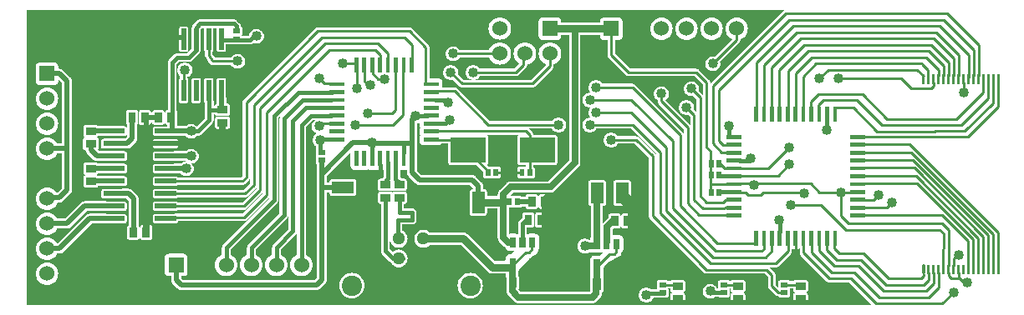
<source format=gbr>
G04 start of page 3 for group 1 idx 3 *
G04 Title: (unknown), component *
G04 Creator: pcb 1.99y *
G04 CreationDate: Tue 31 Mar 2009 05:55:46 AM GMT UTC *
G04 For: jean *
G04 Format: Gerber/RS-274X *
G04 PCB-Dimensions: 600000 500000 *
G04 PCB-Coordinate-Origin: lower left *
%MOIN*%
%FSLAX25Y25*%
%LNFRONT*%
%ADD11C,0.0200*%
%ADD12C,0.0400*%
%ADD13C,0.0100*%
%ADD14C,0.0300*%
%ADD15C,0.0150*%
%ADD17C,0.0600*%
%ADD18C,0.0510*%
%ADD19C,0.0810*%
%ADD20R,0.0295X0.0295*%
%ADD21R,0.0197X0.0197*%
%ADD22C,0.0380*%
%ADD23C,0.0650*%
%ADD24C,0.0500*%
%ADD25C,0.0900*%
%ADD26C,0.0250*%
%ADD27C,0.0550*%
%ADD28C,0.1200*%
%ADD29R,0.0200X0.0200*%
%ADD30R,0.0490X0.0490*%
%ADD31R,0.0157X0.0157*%
%ADD32R,0.0345X0.0345*%
%ADD33R,0.0240X0.0240*%
%ADD34R,0.1000X0.1000*%
%ADD35C,0.0120*%
%ADD36R,0.0120X0.0120*%
G54D11*G36*
X10000Y380000D02*X2000D01*
Y498000D01*
X10000D01*
Y477000D01*
X7000D01*
X6740Y476977D01*
X6487Y476910D01*
X6250Y476799D01*
X6036Y476649D01*
X5851Y476464D01*
X5701Y476250D01*
X5590Y476013D01*
X5523Y475760D01*
X5500Y475500D01*
Y469500D01*
X5523Y469240D01*
X5590Y468987D01*
X5701Y468750D01*
X5851Y468536D01*
X6036Y468351D01*
X6250Y468201D01*
X6487Y468090D01*
X6740Y468023D01*
X7000Y468000D01*
X10000D01*
Y467000D01*
X9219Y466932D01*
X8461Y466729D01*
X7750Y466397D01*
X7107Y465947D01*
X6553Y465393D01*
X6103Y464750D01*
X5771Y464039D01*
X5568Y463281D01*
X5500Y462500D01*
X5568Y461719D01*
X5771Y460961D01*
X6103Y460250D01*
X6553Y459607D01*
X7107Y459053D01*
X7750Y458603D01*
X8461Y458271D01*
X9219Y458068D01*
X10000Y458000D01*
Y457000D01*
X9219Y456932D01*
X8461Y456729D01*
X7750Y456397D01*
X7107Y455947D01*
X6553Y455393D01*
X6103Y454750D01*
X5771Y454039D01*
X5568Y453281D01*
X5500Y452500D01*
X5568Y451719D01*
X5771Y450961D01*
X6103Y450250D01*
X6553Y449607D01*
X7107Y449053D01*
X7750Y448603D01*
X8461Y448271D01*
X9219Y448068D01*
X10000Y448000D01*
Y447000D01*
X9219Y446932D01*
X8461Y446729D01*
X7750Y446397D01*
X7107Y445947D01*
X6553Y445393D01*
X6103Y444750D01*
X5771Y444039D01*
X5568Y443281D01*
X5500Y442500D01*
X5568Y441719D01*
X5771Y440961D01*
X6103Y440250D01*
X6553Y439607D01*
X7107Y439053D01*
X7750Y438603D01*
X8461Y438271D01*
X9219Y438068D01*
X10000Y438000D01*
Y427000D01*
X9219Y426932D01*
X8461Y426729D01*
X7750Y426397D01*
X7107Y425947D01*
X6553Y425393D01*
X6103Y424750D01*
X5771Y424039D01*
X5568Y423281D01*
X5500Y422500D01*
X5568Y421719D01*
X5771Y420961D01*
X6103Y420250D01*
X6553Y419607D01*
X7107Y419053D01*
X7750Y418603D01*
X8461Y418271D01*
X9219Y418068D01*
X10000Y418000D01*
Y417000D01*
X9219Y416932D01*
X8461Y416729D01*
X7750Y416397D01*
X7107Y415947D01*
X6553Y415393D01*
X6103Y414750D01*
X5771Y414039D01*
X5568Y413281D01*
X5500Y412500D01*
X5568Y411719D01*
X5771Y410961D01*
X6103Y410250D01*
X6553Y409607D01*
X7107Y409053D01*
X7750Y408603D01*
X8461Y408271D01*
X9219Y408068D01*
X10000Y408000D01*
Y407000D01*
X9219Y406932D01*
X8461Y406729D01*
X7750Y406397D01*
X7107Y405947D01*
X6553Y405393D01*
X6103Y404750D01*
X5771Y404039D01*
X5568Y403281D01*
X5500Y402500D01*
X5568Y401719D01*
X5771Y400961D01*
X6103Y400250D01*
X6553Y399607D01*
X7107Y399053D01*
X7750Y398603D01*
X8461Y398271D01*
X9219Y398068D01*
X10000Y398000D01*
Y397000D01*
X9219Y396932D01*
X8461Y396729D01*
X7750Y396397D01*
X7107Y395947D01*
X6553Y395393D01*
X6103Y394750D01*
X5771Y394039D01*
X5568Y393281D01*
X5500Y392500D01*
X5568Y391719D01*
X5771Y390961D01*
X6103Y390250D01*
X6553Y389607D01*
X7107Y389053D01*
X7750Y388603D01*
X8461Y388271D01*
X9219Y388068D01*
X10000Y388000D01*
Y380000D01*
G37*
G36*
X35375D02*X10000D01*
Y388000D01*
X10781Y388068D01*
X11539Y388271D01*
X12250Y388603D01*
X12893Y389053D01*
X13447Y389607D01*
X13897Y390250D01*
X14229Y390961D01*
X14432Y391719D01*
X14500Y392500D01*
X14432Y393281D01*
X14229Y394039D01*
X13897Y394750D01*
X13447Y395393D01*
X12893Y395947D01*
X12250Y396397D01*
X11539Y396729D01*
X10781Y396932D01*
X10000Y397000D01*
Y398000D01*
X10781Y398068D01*
X11539Y398271D01*
X12250Y398603D01*
X12893Y399053D01*
X13447Y399607D01*
X13897Y400250D01*
X14014Y400500D01*
X15000D01*
X15093Y400508D01*
X15174D01*
X15254Y400522D01*
X15347Y400530D01*
X15432Y400553D01*
X15518Y400568D01*
X15605Y400600D01*
X15684Y400621D01*
X15765Y400658D01*
X15845Y400688D01*
X15914Y400728D01*
X16000Y400768D01*
X16076Y400821D01*
X16147Y400862D01*
X16210Y400915D01*
X16286Y400968D01*
X16352Y401034D01*
X16414Y401086D01*
X27828Y412500D01*
X33500D01*
X33847Y412530D01*
X34184Y412621D01*
X34352Y412699D01*
X35375D01*
Y380000D01*
G37*
G36*
X10000Y498000D02*X35375D01*
Y451501D01*
X32500D01*
X32488Y451500D01*
X30350D01*
X30334Y451535D01*
X30234Y451678D01*
X30111Y451801D01*
X29968Y451901D01*
X29810Y451975D01*
X29642Y452020D01*
X29468Y452035D01*
X25532D01*
X25358Y452020D01*
X25190Y451975D01*
X25032Y451901D01*
X24889Y451801D01*
X24766Y451678D01*
X24666Y451535D01*
X24592Y451377D01*
X24547Y451209D01*
X24532Y451035D01*
Y448083D01*
X24547Y447909D01*
X24592Y447741D01*
X24666Y447583D01*
X24766Y447440D01*
X24889Y447317D01*
X25032Y447217D01*
X25190Y447143D01*
X25347Y447101D01*
X25324Y447099D01*
X25122Y447045D01*
X24932Y446956D01*
X24761Y446836D01*
X24613Y446688D01*
X24493Y446517D01*
X24404Y446327D01*
X24350Y446125D01*
X24332Y445917D01*
Y442965D01*
X24350Y442757D01*
X24404Y442555D01*
X24493Y442365D01*
X24613Y442194D01*
X24761Y442046D01*
X24932Y441926D01*
X25122Y441837D01*
X25324Y441783D01*
X25518Y441766D01*
X25523Y441737D01*
X25530Y441653D01*
X25552Y441572D01*
X25555Y441555D01*
X25568Y441483D01*
X25599Y441399D01*
X25600Y441395D01*
Y441394D01*
X25621Y441316D01*
X25655Y441242D01*
X25687Y441155D01*
X25732Y441076D01*
X25768Y441000D01*
X25814Y440934D01*
X25861Y440853D01*
X25921Y440781D01*
X25968Y440714D01*
X26027Y440655D01*
X26085Y440586D01*
X28586Y438085D01*
X28654Y438028D01*
X28714Y437968D01*
X28781Y437921D01*
X28853Y437861D01*
X28934Y437814D01*
X29000Y437768D01*
X29076Y437732D01*
X29155Y437687D01*
X29242Y437655D01*
X29316Y437621D01*
X29397Y437599D01*
X29483Y437568D01*
X29567Y437553D01*
X29570Y437552D01*
X29653Y437530D01*
X29734Y437523D01*
X29826Y437507D01*
X29919D01*
X30000Y437500D01*
X32488D01*
X32500Y437499D01*
X35375D01*
Y436501D01*
X32500D01*
X32488Y436500D01*
X30350D01*
X30334Y436535D01*
X30234Y436678D01*
X30111Y436801D01*
X29968Y436901D01*
X29810Y436975D01*
X29642Y437020D01*
X29468Y437035D01*
X25532D01*
X25358Y437020D01*
X25190Y436975D01*
X25032Y436901D01*
X24889Y436801D01*
X24766Y436678D01*
X24666Y436535D01*
X24592Y436377D01*
X24547Y436209D01*
X24532Y436035D01*
Y433083D01*
X24547Y432909D01*
X24592Y432741D01*
X24666Y432583D01*
X24766Y432440D01*
X24889Y432317D01*
X25032Y432217D01*
X25190Y432143D01*
X25358Y432098D01*
X25532Y432083D01*
X29468D01*
X29642Y432098D01*
X29810Y432143D01*
X29968Y432217D01*
X30111Y432317D01*
X30234Y432440D01*
X30276Y432500D01*
X32488D01*
X32500Y432499D01*
X35375D01*
Y431501D01*
X32500D01*
X32488Y431500D01*
X30276D01*
X30234Y431560D01*
X30111Y431683D01*
X29968Y431783D01*
X29810Y431857D01*
X29642Y431902D01*
X29468Y431917D01*
X25532D01*
X25358Y431902D01*
X25190Y431857D01*
X25032Y431783D01*
X24889Y431683D01*
X24766Y431560D01*
X24666Y431417D01*
X24592Y431259D01*
X24547Y431091D01*
X24532Y430917D01*
Y427965D01*
X24547Y427791D01*
X24592Y427623D01*
X24666Y427465D01*
X24766Y427322D01*
X24889Y427199D01*
X25032Y427099D01*
X25190Y427025D01*
X25358Y426980D01*
X25532Y426965D01*
X29468D01*
X29642Y426980D01*
X29810Y427025D01*
X29968Y427099D01*
X30111Y427199D01*
X30234Y427322D01*
X30334Y427465D01*
X30350Y427500D01*
X32488D01*
X32500Y427499D01*
X35375D01*
Y426301D01*
X32500D01*
X32361Y426289D01*
X32226Y426253D01*
X32099Y426194D01*
X31985Y426114D01*
X31886Y426015D01*
X31806Y425901D01*
X31747Y425774D01*
X31711Y425639D01*
X31699Y425500D01*
Y423500D01*
X31711Y423361D01*
X31747Y423226D01*
X31806Y423099D01*
X31886Y422985D01*
X31985Y422886D01*
X32099Y422806D01*
X32226Y422747D01*
X32361Y422711D01*
X32500Y422699D01*
X35375D01*
Y421301D01*
X34352D01*
X34184Y421379D01*
X33847Y421470D01*
X33500Y421500D01*
X25000D01*
X24919Y421493D01*
X24826D01*
X24733Y421477D01*
X24653Y421470D01*
X24578Y421450D01*
X24482Y421433D01*
X24382Y421397D01*
X24316Y421379D01*
X24255Y421351D01*
X24154Y421314D01*
X24064Y421262D01*
X24000Y421232D01*
X23940Y421190D01*
X23852Y421139D01*
X23777Y421076D01*
X23714Y421032D01*
X23660Y420978D01*
X23585Y420915D01*
X17170Y414500D01*
X14014D01*
X13897Y414750D01*
X13447Y415393D01*
X12893Y415947D01*
X12250Y416397D01*
X11539Y416729D01*
X10781Y416932D01*
X10000Y417000D01*
Y418000D01*
X10781Y418068D01*
X11539Y418271D01*
X12250Y418603D01*
X12893Y419053D01*
X13447Y419607D01*
X13897Y420250D01*
X14229Y420961D01*
X14239Y421000D01*
X15000D01*
X15093Y421008D01*
X15174D01*
X15254Y421022D01*
X15347Y421030D01*
X15432Y421053D01*
X15518Y421068D01*
X15605Y421100D01*
X15684Y421121D01*
X15765Y421158D01*
X15845Y421188D01*
X15914Y421228D01*
X16000Y421268D01*
X16076Y421321D01*
X16147Y421362D01*
X16210Y421415D01*
X16286Y421468D01*
X16352Y421534D01*
X16414Y421586D01*
X19414Y424586D01*
X19415Y424585D01*
X19477Y424659D01*
X19532Y424714D01*
X19576Y424777D01*
X19639Y424852D01*
X19689Y424939D01*
X19732Y425000D01*
X19761Y425063D01*
X19814Y425154D01*
X19851Y425256D01*
X19879Y425316D01*
X19897Y425383D01*
X19933Y425482D01*
X19950Y425578D01*
X19970Y425653D01*
X19977Y425735D01*
X19993Y425826D01*
Y425919D01*
X20000Y426000D01*
Y469500D01*
X19993Y469580D01*
Y469675D01*
X19977Y469764D01*
X19970Y469847D01*
X19948Y469930D01*
X19932Y470018D01*
X19900Y470106D01*
X19879Y470184D01*
X19846Y470256D01*
X19813Y470346D01*
X19766Y470428D01*
X19732Y470500D01*
X19685Y470567D01*
X19638Y470648D01*
X19581Y470716D01*
X19532Y470786D01*
X19471Y470847D01*
X19414Y470915D01*
X16415Y473914D01*
X16347Y473971D01*
X16286Y474032D01*
X16216Y474081D01*
X16148Y474138D01*
X16067Y474185D01*
X16000Y474232D01*
X15928Y474266D01*
X15846Y474313D01*
X15756Y474346D01*
X15684Y474379D01*
X15606Y474400D01*
X15518Y474432D01*
X15430Y474448D01*
X15347Y474470D01*
X15264Y474477D01*
X15175Y474493D01*
X15080D01*
X15000Y474500D01*
X14500D01*
Y475500D01*
X14477Y475760D01*
X14410Y476013D01*
X14299Y476250D01*
X14149Y476464D01*
X13964Y476649D01*
X13750Y476799D01*
X13513Y476910D01*
X13260Y476977D01*
X13000Y477000D01*
X10000D01*
Y498000D01*
G37*
G36*
Y408000D02*X10781Y408068D01*
X11539Y408271D01*
X12250Y408603D01*
X12893Y409053D01*
X13447Y409607D01*
X13897Y410250D01*
X14014Y410500D01*
X18000D01*
X18092Y410508D01*
X18174D01*
X18254Y410522D01*
X18347Y410530D01*
X18432Y410553D01*
X18518Y410568D01*
X18602Y410599D01*
X18684Y410621D01*
X18765Y410659D01*
X18845Y410688D01*
X18916Y410729D01*
X19000Y410768D01*
X19075Y410821D01*
X19147Y410862D01*
X19210Y410915D01*
X19286Y410968D01*
X19352Y411034D01*
X19414Y411086D01*
X25828Y417500D01*
X33500D01*
X33847Y417530D01*
X34184Y417621D01*
X34352Y417699D01*
X35375D01*
Y416301D01*
X34352D01*
X34184Y416379D01*
X33847Y416470D01*
X33500Y416500D01*
X27000D01*
X26919Y416493D01*
X26826D01*
X26733Y416477D01*
X26653Y416470D01*
X26578Y416450D01*
X26482Y416433D01*
X26382Y416397D01*
X26316Y416379D01*
X26255Y416351D01*
X26154Y416314D01*
X26064Y416262D01*
X26000Y416232D01*
X25940Y416190D01*
X25852Y416139D01*
X25777Y416076D01*
X25714Y416032D01*
X25660Y415978D01*
X25585Y415915D01*
X14170Y404500D01*
X14013D01*
X13897Y404750D01*
X13447Y405393D01*
X12893Y405947D01*
X12250Y406397D01*
X11539Y406729D01*
X10781Y406932D01*
X10000Y407000D01*
Y408000D01*
G37*
G36*
X14500Y452500D02*X14432Y453281D01*
X14229Y454039D01*
X13897Y454750D01*
X13447Y455393D01*
X12893Y455947D01*
X12250Y456397D01*
X11539Y456729D01*
X10781Y456932D01*
X10000Y457000D01*
Y458000D01*
X10781Y458068D01*
X11539Y458271D01*
X12250Y458603D01*
X12893Y459053D01*
X13447Y459607D01*
X13897Y460250D01*
X14229Y460961D01*
X14432Y461719D01*
X14500Y462500D01*
X14432Y463281D01*
X14229Y464039D01*
X13897Y464750D01*
X13447Y465393D01*
X12893Y465947D01*
X12250Y466397D01*
X11539Y466729D01*
X10781Y466932D01*
X10000Y467000D01*
Y468000D01*
X13000D01*
X13260Y468023D01*
X13513Y468090D01*
X13750Y468201D01*
X13964Y468351D01*
X14149Y468536D01*
X14299Y468750D01*
X14410Y468987D01*
X14477Y469240D01*
X14500Y469500D01*
Y470171D01*
X16000Y468671D01*
Y444500D01*
X14014D01*
X13897Y444750D01*
X13447Y445393D01*
X12893Y445947D01*
X12250Y446397D01*
X11539Y446729D01*
X10781Y446932D01*
X10000Y447000D01*
Y448000D01*
X10781Y448068D01*
X11539Y448271D01*
X12250Y448603D01*
X12893Y449053D01*
X13447Y449607D01*
X13897Y450250D01*
X14229Y450961D01*
X14432Y451719D01*
X14500Y452500D01*
G37*
G36*
X10000Y438000D02*X10781Y438068D01*
X11539Y438271D01*
X12250Y438603D01*
X12893Y439053D01*
X13447Y439607D01*
X13897Y440250D01*
X14014Y440500D01*
X16000D01*
Y426830D01*
X14170Y425000D01*
X13722D01*
X13447Y425393D01*
X12893Y425947D01*
X12250Y426397D01*
X11539Y426729D01*
X10781Y426932D01*
X10000Y427000D01*
Y438000D01*
G37*
G36*
X30678Y447500D02*X32488D01*
X32500Y447499D01*
X35375D01*
Y446501D01*
X32500D01*
X32326Y446486D01*
X32158Y446441D01*
X31999Y446367D01*
X31857Y446267D01*
X31733Y446143D01*
X31633Y446001D01*
X31559Y445842D01*
X31514Y445674D01*
X31499Y445500D01*
Y443500D01*
X31514Y443326D01*
X31559Y443158D01*
X31633Y442999D01*
X31733Y442857D01*
X31857Y442733D01*
X31999Y442633D01*
X32158Y442559D01*
X32326Y442514D01*
X32500Y442499D01*
X35375D01*
Y441501D01*
X32500D01*
X32488Y441500D01*
X30829D01*
X30261Y442068D01*
X30387Y442194D01*
X30507Y442365D01*
X30596Y442555D01*
X30650Y442757D01*
X30668Y442965D01*
Y445917D01*
X30650Y446125D01*
X30596Y446327D01*
X30507Y446517D01*
X30387Y446688D01*
X30239Y446836D01*
X30068Y446956D01*
X29878Y447045D01*
X29676Y447099D01*
X29653Y447101D01*
X29810Y447143D01*
X29968Y447217D01*
X30111Y447317D01*
X30234Y447440D01*
X30276Y447500D01*
X30678D01*
G37*
G36*
X49559Y380000D02*X35375D01*
Y412699D01*
X41000D01*
X41139Y412711D01*
X41274Y412747D01*
X41401Y412806D01*
X41515Y412886D01*
X41614Y412985D01*
X41694Y413099D01*
X41753Y413226D01*
X41789Y413361D01*
X41801Y413500D01*
Y415500D01*
X41789Y415639D01*
X41753Y415774D01*
X41694Y415901D01*
X41614Y416015D01*
X41515Y416114D01*
X41401Y416194D01*
X41274Y416253D01*
X41139Y416289D01*
X41000Y416301D01*
X35375D01*
Y417699D01*
X41000D01*
X41139Y417711D01*
X41274Y417747D01*
X41401Y417806D01*
X41515Y417886D01*
X41614Y417985D01*
X41694Y418099D01*
X41753Y418226D01*
X41789Y418361D01*
X41801Y418500D01*
Y420500D01*
X41789Y420639D01*
X41753Y420774D01*
X41694Y420901D01*
X41614Y421015D01*
X41515Y421114D01*
X41401Y421194D01*
X41274Y421253D01*
X41139Y421289D01*
X41000Y421301D01*
X35375D01*
Y422699D01*
X39148D01*
X39316Y422621D01*
X39653Y422530D01*
X40000Y422500D01*
X41671D01*
X42500Y421671D01*
Y411850D01*
X42465Y411834D01*
X42322Y411734D01*
X42199Y411611D01*
X42099Y411468D01*
X42025Y411310D01*
X41980Y411142D01*
X41965Y410968D01*
Y407032D01*
X41980Y406858D01*
X42025Y406690D01*
X42099Y406532D01*
X42199Y406389D01*
X42322Y406266D01*
X42465Y406166D01*
X42623Y406092D01*
X42791Y406047D01*
X42965Y406032D01*
X45917D01*
X46091Y406047D01*
X46259Y406092D01*
X46417Y406166D01*
X46560Y406266D01*
X46683Y406389D01*
X46783Y406532D01*
X46857Y406690D01*
X46902Y406858D01*
X46917Y407032D01*
Y410968D01*
X46902Y411142D01*
X46857Y411310D01*
X46783Y411468D01*
X46683Y411611D01*
X46560Y411734D01*
X46500Y411776D01*
Y422500D01*
X46493Y422581D01*
Y422675D01*
X46477Y422765D01*
X46470Y422847D01*
X46448Y422929D01*
X46432Y423018D01*
X46400Y423106D01*
X46379Y423184D01*
X46346Y423255D01*
X46313Y423346D01*
X46265Y423429D01*
X46232Y423500D01*
X46184Y423569D01*
X46138Y423648D01*
X46082Y423715D01*
X46032Y423786D01*
X45971Y423847D01*
X45914Y423915D01*
X43915Y425914D01*
X43848Y425970D01*
X43786Y426032D01*
X43715Y426081D01*
X43648Y426138D01*
X43569Y426184D01*
X43500Y426232D01*
X43429Y426265D01*
X43346Y426313D01*
X43255Y426346D01*
X43184Y426379D01*
X43106Y426400D01*
X43018Y426432D01*
X42929Y426448D01*
X42847Y426470D01*
X42765Y426477D01*
X42675Y426493D01*
X42581D01*
X42500Y426500D01*
X40000D01*
X39653Y426470D01*
X39316Y426379D01*
X39148Y426301D01*
X35375D01*
Y427499D01*
X41000D01*
X41174Y427514D01*
X41342Y427559D01*
X41501Y427633D01*
X41643Y427733D01*
X41767Y427857D01*
X41867Y427999D01*
X41941Y428158D01*
X41986Y428326D01*
X42001Y428500D01*
Y430500D01*
X41986Y430674D01*
X41941Y430842D01*
X41867Y431001D01*
X41767Y431143D01*
X41643Y431267D01*
X41501Y431367D01*
X41342Y431441D01*
X41174Y431486D01*
X41000Y431501D01*
X35375D01*
Y432499D01*
X41000D01*
X41174Y432514D01*
X41342Y432559D01*
X41501Y432633D01*
X41643Y432733D01*
X41767Y432857D01*
X41867Y432999D01*
X41941Y433158D01*
X41986Y433326D01*
X42001Y433500D01*
Y435500D01*
X41986Y435674D01*
X41941Y435842D01*
X41867Y436001D01*
X41767Y436143D01*
X41643Y436267D01*
X41501Y436367D01*
X41342Y436441D01*
X41174Y436486D01*
X41000Y436501D01*
X35375D01*
Y437499D01*
X41000D01*
X41174Y437514D01*
X41342Y437559D01*
X41501Y437633D01*
X41643Y437733D01*
X41767Y437857D01*
X41867Y437999D01*
X41941Y438158D01*
X41986Y438326D01*
X42001Y438500D01*
Y440500D01*
X41986Y440674D01*
X41941Y440842D01*
X41867Y441001D01*
X41767Y441143D01*
X41643Y441267D01*
X41501Y441367D01*
X41342Y441441D01*
X41174Y441486D01*
X41000Y441501D01*
X35375D01*
Y442499D01*
X41000D01*
X41012Y442500D01*
X42000D01*
X42093Y442508D01*
X42174D01*
X42211Y442514D01*
X42258Y442522D01*
X42347Y442530D01*
X42430Y442552D01*
X42518Y442568D01*
X42603Y442599D01*
X42604Y442600D01*
X42606D01*
X42684Y442621D01*
X42765Y442658D01*
X42845Y442688D01*
X42917Y442729D01*
X43000Y442768D01*
X43076Y442821D01*
X43147Y442862D01*
X43213Y442917D01*
X43286Y442968D01*
X43351Y443033D01*
X43414Y443086D01*
X45414Y445086D01*
X45415Y445085D01*
X45479Y445161D01*
X45532Y445214D01*
X45574Y445274D01*
X45639Y445352D01*
X45689Y445438D01*
X45732Y445500D01*
X45762Y445564D01*
X45814Y445654D01*
X45851Y445755D01*
X45879Y445816D01*
X45897Y445882D01*
X45933Y445982D01*
X45950Y446078D01*
X45970Y446153D01*
X45977Y446234D01*
X45993Y446326D01*
Y446419D01*
X46000Y446500D01*
Y452224D01*
X46060Y452266D01*
X46183Y452389D01*
X46283Y452532D01*
X46357Y452690D01*
X46402Y452858D01*
X46417Y453032D01*
Y456968D01*
X46402Y457142D01*
X46357Y457310D01*
X46283Y457468D01*
X46183Y457611D01*
X46060Y457734D01*
X45917Y457834D01*
X45759Y457908D01*
X45591Y457953D01*
X45417Y457968D01*
X42465D01*
X42291Y457953D01*
X42123Y457908D01*
X41965Y457834D01*
X41822Y457734D01*
X41699Y457611D01*
X41599Y457468D01*
X41525Y457310D01*
X41480Y457142D01*
X41465Y456968D01*
Y453032D01*
X41480Y452858D01*
X41525Y452690D01*
X41599Y452532D01*
X41699Y452389D01*
X41822Y452266D01*
X41965Y452166D01*
X42000Y452150D01*
Y450512D01*
X41986Y450674D01*
X41941Y450842D01*
X41867Y451001D01*
X41767Y451143D01*
X41643Y451267D01*
X41501Y451367D01*
X41342Y451441D01*
X41174Y451486D01*
X41000Y451501D01*
X35375D01*
Y498000D01*
X49559D01*
Y457968D01*
X47583D01*
X47409Y457953D01*
X47241Y457908D01*
X47083Y457834D01*
X46940Y457734D01*
X46817Y457611D01*
X46717Y457468D01*
X46643Y457310D01*
X46598Y457142D01*
X46583Y456968D01*
Y453032D01*
X46598Y452858D01*
X46643Y452690D01*
X46717Y452532D01*
X46817Y452389D01*
X46940Y452266D01*
X47083Y452166D01*
X47241Y452092D01*
X47409Y452047D01*
X47490Y452040D01*
X47583Y452032D01*
X49559D01*
Y411968D01*
X48083D01*
X47909Y411953D01*
X47741Y411908D01*
X47583Y411834D01*
X47490Y411769D01*
X47440Y411734D01*
X47317Y411611D01*
X47217Y411468D01*
X47143Y411310D01*
X47098Y411142D01*
X47083Y410968D01*
Y407032D01*
X47098Y406858D01*
X47143Y406690D01*
X47217Y406532D01*
X47317Y406389D01*
X47440Y406266D01*
X47583Y406166D01*
X47741Y406092D01*
X47909Y406047D01*
X48083Y406032D01*
X49559D01*
Y380000D01*
G37*
G36*
X57250D02*X49559D01*
Y406032D01*
X51035D01*
X51209Y406047D01*
X51377Y406092D01*
X51535Y406166D01*
X51678Y406266D01*
X51801Y406389D01*
X51901Y406532D01*
X51975Y406690D01*
X52020Y406858D01*
X52035Y407032D01*
Y410968D01*
X52020Y411142D01*
X51975Y411310D01*
X51901Y411468D01*
X51801Y411611D01*
X51678Y411734D01*
X51535Y411834D01*
X51377Y411908D01*
X51209Y411953D01*
X51035Y411968D01*
X49559D01*
Y452032D01*
X50535D01*
X50709Y452047D01*
X50877Y452092D01*
X51035Y452166D01*
X51178Y452266D01*
X51301Y452389D01*
X51401Y452532D01*
X51475Y452690D01*
X51510Y452821D01*
Y452820D01*
X51520Y452858D01*
X51532Y453000D01*
X51968D01*
X51980Y452858D01*
X52025Y452690D01*
X52099Y452532D01*
X52199Y452389D01*
X52322Y452266D01*
X52465Y452166D01*
X52623Y452092D01*
X52791Y452047D01*
X52965Y452032D01*
X55917D01*
X56091Y452047D01*
X56259Y452092D01*
X56417Y452166D01*
X56560Y452266D01*
X56683Y452389D01*
X56783Y452532D01*
X56857Y452690D01*
X56902Y452858D01*
X56917Y453032D01*
Y456968D01*
X56902Y457142D01*
X56857Y457310D01*
X56783Y457468D01*
X56683Y457611D01*
X56560Y457734D01*
X56417Y457834D01*
X56259Y457908D01*
X56091Y457953D01*
X55917Y457968D01*
X52965D01*
X52791Y457953D01*
X52623Y457908D01*
X52465Y457834D01*
X52322Y457734D01*
X52199Y457611D01*
X52099Y457468D01*
X52025Y457310D01*
X51980Y457142D01*
X51968Y457000D01*
X51532D01*
X51520Y457142D01*
X51475Y457310D01*
X51401Y457468D01*
X51301Y457611D01*
X51178Y457734D01*
X51035Y457834D01*
X50877Y457908D01*
X50709Y457953D01*
X50535Y457968D01*
X49559D01*
Y498000D01*
X57250D01*
Y457515D01*
X57217Y457468D01*
X57143Y457310D01*
X57098Y457142D01*
X57083Y456968D01*
Y453032D01*
X57098Y452858D01*
X57143Y452690D01*
X57217Y452532D01*
X57250Y452485D01*
Y451301D01*
X53000D01*
X52861Y451289D01*
X52726Y451253D01*
X52599Y451194D01*
X52485Y451114D01*
X52386Y451015D01*
X52306Y450901D01*
X52247Y450774D01*
X52211Y450639D01*
X52199Y450500D01*
Y448500D01*
X52211Y448361D01*
X52247Y448226D01*
X52306Y448099D01*
X52386Y447985D01*
X52485Y447886D01*
X52599Y447806D01*
X52726Y447747D01*
X52861Y447711D01*
X53000Y447699D01*
X57250D01*
Y446301D01*
X53000D01*
X52861Y446289D01*
X52726Y446253D01*
X52599Y446194D01*
X52485Y446114D01*
X52386Y446015D01*
X52306Y445901D01*
X52247Y445774D01*
X52211Y445639D01*
X52199Y445500D01*
Y443500D01*
X52211Y443361D01*
X52247Y443226D01*
X52306Y443099D01*
X52386Y442985D01*
X52485Y442886D01*
X52599Y442806D01*
X52726Y442747D01*
X52861Y442711D01*
X53000Y442699D01*
X57250D01*
Y441301D01*
X53000D01*
X52861Y441289D01*
X52726Y441253D01*
X52599Y441194D01*
X52485Y441114D01*
X52386Y441015D01*
X52306Y440901D01*
X52247Y440774D01*
X52211Y440639D01*
X52199Y440500D01*
Y438500D01*
X52211Y438361D01*
X52247Y438226D01*
X52306Y438099D01*
X52386Y437985D01*
X52485Y437886D01*
X52599Y437806D01*
X52726Y437747D01*
X52861Y437711D01*
X53000Y437699D01*
X57250D01*
Y436301D01*
X53000D01*
X52861Y436289D01*
X52726Y436253D01*
X52599Y436194D01*
X52485Y436114D01*
X52386Y436015D01*
X52306Y435901D01*
X52247Y435774D01*
X52211Y435639D01*
X52199Y435500D01*
Y433500D01*
X52211Y433361D01*
X52247Y433226D01*
X52306Y433099D01*
X52386Y432985D01*
X52485Y432886D01*
X52599Y432806D01*
X52726Y432747D01*
X52861Y432711D01*
X53000Y432699D01*
X57250D01*
Y431301D01*
X53000D01*
X52861Y431289D01*
X52726Y431253D01*
X52599Y431194D01*
X52485Y431114D01*
X52386Y431015D01*
X52306Y430901D01*
X52247Y430774D01*
X52211Y430639D01*
X52199Y430500D01*
Y428500D01*
X52211Y428361D01*
X52247Y428226D01*
X52306Y428099D01*
X52386Y427985D01*
X52485Y427886D01*
X52599Y427806D01*
X52726Y427747D01*
X52861Y427711D01*
X53000Y427699D01*
X57250D01*
Y426301D01*
X53000D01*
X52861Y426289D01*
X52726Y426253D01*
X52599Y426194D01*
X52485Y426114D01*
X52386Y426015D01*
X52306Y425901D01*
X52247Y425774D01*
X52211Y425639D01*
X52199Y425500D01*
Y423500D01*
X52211Y423361D01*
X52247Y423226D01*
X52306Y423099D01*
X52386Y422985D01*
X52485Y422886D01*
X52599Y422806D01*
X52726Y422747D01*
X52861Y422711D01*
X53000Y422699D01*
X57250D01*
Y421301D01*
X53000D01*
X52861Y421289D01*
X52726Y421253D01*
X52599Y421194D01*
X52485Y421114D01*
X52386Y421015D01*
X52306Y420901D01*
X52247Y420774D01*
X52211Y420639D01*
X52199Y420500D01*
Y418500D01*
X52211Y418361D01*
X52247Y418226D01*
X52306Y418099D01*
X52386Y417985D01*
X52485Y417886D01*
X52599Y417806D01*
X52726Y417747D01*
X52861Y417711D01*
X53000Y417699D01*
X57250D01*
Y416301D01*
X53000D01*
X52861Y416289D01*
X52726Y416253D01*
X52599Y416194D01*
X52485Y416114D01*
X52386Y416015D01*
X52306Y415901D01*
X52247Y415774D01*
X52211Y415639D01*
X52199Y415500D01*
Y413500D01*
X52211Y413361D01*
X52247Y413226D01*
X52306Y413099D01*
X52386Y412985D01*
X52485Y412886D01*
X52599Y412806D01*
X52726Y412747D01*
X52861Y412711D01*
X53000Y412699D01*
X57250D01*
Y399820D01*
X57201Y399750D01*
X57090Y399513D01*
X57023Y399260D01*
X57000Y399000D01*
Y393000D01*
X57023Y392740D01*
X57090Y392487D01*
X57201Y392250D01*
X57250Y392180D01*
Y380000D01*
G37*
G36*
X74350D02*X57250D01*
Y392180D01*
X57351Y392036D01*
X57536Y391851D01*
X57750Y391701D01*
X57987Y391590D01*
X58240Y391523D01*
X58500Y391500D01*
X59500D01*
Y390000D01*
X59507Y389920D01*
Y389826D01*
X59523Y389738D01*
X59530Y389653D01*
X59553Y389567D01*
X59568Y389483D01*
X59599Y389396D01*
X59621Y389316D01*
X59655Y389242D01*
X59687Y389155D01*
X59732Y389076D01*
X59768Y389000D01*
X59815Y388933D01*
X59861Y388853D01*
X59920Y388783D01*
X59968Y388714D01*
X60028Y388654D01*
X60085Y388586D01*
X62086Y386585D01*
X62154Y386528D01*
X62214Y386468D01*
X62283Y386420D01*
X62353Y386361D01*
X62433Y386315D01*
X62500Y386268D01*
X62576Y386232D01*
X62655Y386187D01*
X62742Y386155D01*
X62816Y386121D01*
X62895Y386100D01*
X62983Y386068D01*
X63069Y386053D01*
X63153Y386030D01*
X63239Y386023D01*
X63326Y386007D01*
X63419D01*
X63500Y386000D01*
X74350D01*
Y380000D01*
G37*
G36*
X57250Y498000D02*X64500D01*
Y491301D01*
X63500D01*
X63361Y491289D01*
X63226Y491253D01*
X63099Y491194D01*
X62985Y491114D01*
X62886Y491015D01*
X62806Y490901D01*
X62747Y490774D01*
X62711Y490639D01*
X62699Y490500D01*
Y482000D01*
X62711Y481861D01*
X62747Y481726D01*
X62806Y481599D01*
X62886Y481485D01*
X62985Y481386D01*
X63099Y481306D01*
X63226Y481247D01*
X63361Y481211D01*
X63500Y481199D01*
X64500D01*
Y480750D01*
X62000D01*
X61932Y480744D01*
X61847D01*
X61761Y480729D01*
X61696Y480723D01*
X61633Y480706D01*
X61547Y480691D01*
X61463Y480661D01*
X61401Y480644D01*
X61345Y480618D01*
X61260Y480587D01*
X61188Y480545D01*
X61125Y480516D01*
X61066Y480474D01*
X60996Y480434D01*
X60936Y480383D01*
X60875Y480341D01*
X60822Y480288D01*
X60762Y480238D01*
X58762Y478238D01*
X58763Y478237D01*
X58722Y478188D01*
X58659Y478125D01*
X58605Y478048D01*
X58567Y478003D01*
X58536Y477950D01*
X58484Y477875D01*
X58445Y477791D01*
X58415Y477739D01*
X58392Y477678D01*
X58356Y477599D01*
X58336Y477525D01*
X58310Y477453D01*
X58297Y477380D01*
X58277Y477304D01*
X58270Y477226D01*
X58257Y477152D01*
Y477079D01*
X58250Y477000D01*
Y457968D01*
X58083D01*
X57909Y457953D01*
X57741Y457908D01*
X57583Y457834D01*
X57440Y457734D01*
X57317Y457611D01*
X57250Y457515D01*
Y498000D01*
G37*
G36*
X64500D02*X74350D01*
Y494250D01*
X71000D01*
X70932Y494244D01*
X70847D01*
X70762Y494229D01*
X70696Y494223D01*
X70634Y494206D01*
X70547Y494191D01*
X70463Y494160D01*
X70401Y494144D01*
X70343Y494117D01*
X70260Y494087D01*
X70187Y494045D01*
X70125Y494016D01*
X70065Y493974D01*
X69996Y493934D01*
X69936Y493883D01*
X69875Y493841D01*
X69824Y493790D01*
X69762Y493738D01*
X68262Y492238D01*
X68263Y492237D01*
X68222Y492188D01*
X68159Y492125D01*
X68106Y492049D01*
X68067Y492003D01*
X68036Y491950D01*
X67984Y491875D01*
X67945Y491791D01*
X67915Y491739D01*
X67892Y491678D01*
X67856Y491599D01*
X67836Y491525D01*
X67810Y491453D01*
X67797Y491378D01*
X67777Y491304D01*
X67770Y491226D01*
X67757Y491152D01*
Y491079D01*
X67750Y491000D01*
Y490780D01*
X67747Y490774D01*
X67711Y490639D01*
X67699Y490500D01*
Y482675D01*
X65774Y480750D01*
X64500D01*
Y481199D01*
X65500D01*
X65639Y481211D01*
X65774Y481247D01*
X65901Y481306D01*
X66015Y481386D01*
X66114Y481485D01*
X66194Y481599D01*
X66253Y481726D01*
X66289Y481861D01*
X66301Y482000D01*
Y490500D01*
X66289Y490639D01*
X66253Y490774D01*
X66194Y490901D01*
X66114Y491015D01*
X66015Y491114D01*
X65901Y491194D01*
X65774Y491253D01*
X65639Y491289D01*
X65500Y491301D01*
X64500D01*
Y498000D01*
G37*
G36*
X57250Y452485D02*X57317Y452389D01*
X57440Y452266D01*
X57583Y452166D01*
X57741Y452092D01*
X57909Y452047D01*
X58000Y452039D01*
Y451301D01*
X57250D01*
Y452485D01*
G37*
G36*
Y447699D02*X59148D01*
X59316Y447621D01*
X59653Y447530D01*
X60000Y447500D01*
X60253Y447522D01*
X60500Y447500D01*
X65274D01*
X65572Y447202D01*
X66000Y446902D01*
X66474Y446681D01*
X66979Y446546D01*
X67500Y446500D01*
X68021Y446546D01*
X68526Y446681D01*
X69000Y446902D01*
X69428Y447202D01*
X69798Y447572D01*
X69923Y447750D01*
X70300D01*
X70379Y447757D01*
X70452D01*
X70526Y447770D01*
X70604Y447777D01*
X70675Y447796D01*
X70753Y447810D01*
X70822Y447836D01*
X70899Y447856D01*
X70982Y447894D01*
X71039Y447915D01*
X71092Y447945D01*
X71175Y447984D01*
X71250Y448036D01*
X71303Y448067D01*
X71351Y448107D01*
X71425Y448159D01*
X71487Y448221D01*
X71537Y448263D01*
X74350Y451076D01*
Y431000D01*
X62125D01*
X62114Y431015D01*
X62015Y431114D01*
X61901Y431194D01*
X61774Y431253D01*
X61639Y431289D01*
X61500Y431301D01*
X57250D01*
Y432699D01*
X59648D01*
X59816Y432621D01*
X60153Y432530D01*
X60500Y432500D01*
X63274D01*
X63572Y432202D01*
X64000Y431902D01*
X64474Y431681D01*
X64979Y431546D01*
X65500Y431500D01*
X66021Y431546D01*
X66526Y431681D01*
X67000Y431902D01*
X67428Y432202D01*
X67798Y432572D01*
X68098Y433000D01*
X68319Y433474D01*
X68454Y433979D01*
X68500Y434500D01*
X68454Y435021D01*
X68319Y435526D01*
X68098Y436000D01*
X67798Y436428D01*
X67708Y436518D01*
X68021Y436546D01*
X68526Y436681D01*
X69000Y436902D01*
X69428Y437202D01*
X69798Y437572D01*
X70098Y438000D01*
X70319Y438474D01*
X70454Y438979D01*
X70500Y439500D01*
X70454Y440021D01*
X70319Y440526D01*
X70098Y441000D01*
X69798Y441428D01*
X69428Y441798D01*
X69000Y442098D01*
X68526Y442319D01*
X68021Y442454D01*
X67500Y442500D01*
X66979Y442454D01*
X66474Y442319D01*
X66000Y442098D01*
X65572Y441798D01*
X65274Y441500D01*
X60500D01*
X60153Y441470D01*
X59816Y441379D01*
X59648Y441301D01*
X57250D01*
Y442699D01*
X61500D01*
X61639Y442711D01*
X61774Y442747D01*
X61901Y442806D01*
X62015Y442886D01*
X62114Y442985D01*
X62194Y443099D01*
X62253Y443226D01*
X62289Y443361D01*
X62301Y443500D01*
Y445500D01*
X62289Y445639D01*
X62253Y445774D01*
X62194Y445901D01*
X62114Y446015D01*
X62015Y446114D01*
X61901Y446194D01*
X61774Y446253D01*
X61639Y446289D01*
X61500Y446301D01*
X57250D01*
Y447699D01*
G37*
G36*
Y427699D02*X61500D01*
X61639Y427711D01*
X61774Y427747D01*
X61901Y427806D01*
X62015Y427886D01*
X62114Y427985D01*
X62125Y428000D01*
X74350D01*
Y426000D01*
X62125D01*
X62114Y426015D01*
X62015Y426114D01*
X61901Y426194D01*
X61774Y426253D01*
X61639Y426289D01*
X61500Y426301D01*
X57250D01*
Y427699D01*
G37*
G36*
Y422699D02*X61500D01*
X61639Y422711D01*
X61774Y422747D01*
X61901Y422806D01*
X62015Y422886D01*
X62114Y422985D01*
X62125Y423000D01*
X74350D01*
Y421000D01*
X62125D01*
X62114Y421015D01*
X62015Y421114D01*
X61901Y421194D01*
X61774Y421253D01*
X61639Y421289D01*
X61500Y421301D01*
X57250D01*
Y422699D01*
G37*
G36*
Y417699D02*X61500D01*
X61639Y417711D01*
X61774Y417747D01*
X61901Y417806D01*
X62015Y417886D01*
X62114Y417985D01*
X62125Y418000D01*
X74350D01*
Y416500D01*
X61000D01*
X60943Y416495D01*
X60869D01*
X60797Y416482D01*
X60740Y416477D01*
X60680Y416461D01*
X60612Y416449D01*
X60550Y416427D01*
X60487Y416410D01*
X60429Y416383D01*
X60366Y416360D01*
X60306Y416325D01*
X60254Y416301D01*
X57250D01*
Y417699D01*
G37*
G36*
Y412699D02*X61500D01*
X61639Y412711D01*
X61774Y412747D01*
X61901Y412806D01*
X62015Y412886D01*
X62114Y412985D01*
X62194Y413099D01*
X62253Y413226D01*
X62289Y413361D01*
X62301Y413500D01*
X74350D01*
Y390000D01*
X64329D01*
X63500Y390829D01*
Y391500D01*
X64500D01*
X64760Y391523D01*
X65013Y391590D01*
X65250Y391701D01*
X65464Y391851D01*
X65649Y392036D01*
X65799Y392250D01*
X65910Y392487D01*
X65977Y392740D01*
X66000Y393000D01*
Y399000D01*
X65977Y399260D01*
X65910Y399513D01*
X65799Y399750D01*
X65649Y399964D01*
X65464Y400149D01*
X65250Y400299D01*
X65013Y400410D01*
X64760Y400477D01*
X64500Y400500D01*
X58500D01*
X58240Y400477D01*
X57987Y400410D01*
X57750Y400299D01*
X57536Y400149D01*
X57351Y399964D01*
X57250Y399820D01*
Y412699D01*
G37*
G36*
Y437699D02*X59648D01*
X59816Y437621D01*
X60153Y437530D01*
X60500Y437500D01*
X65274D01*
X65292Y437482D01*
X64979Y437454D01*
X64474Y437319D01*
X64000Y437098D01*
X63572Y436798D01*
X63274Y436500D01*
X60500D01*
X60153Y436470D01*
X59816Y436379D01*
X59648Y436301D01*
X57250D01*
Y437699D01*
G37*
G36*
X35375Y447499D02*X41000D01*
X41174Y447514D01*
X41342Y447559D01*
X41501Y447633D01*
X41643Y447733D01*
X41767Y447857D01*
X41867Y447999D01*
X41941Y448158D01*
X41986Y448326D01*
X42000Y448488D01*
Y447330D01*
X41170Y446500D01*
X41012D01*
X41000Y446501D01*
X35375D01*
Y447499D01*
G37*
G36*
X65000Y451500D02*X62000D01*
Y452783D01*
X62020Y452858D01*
X62035Y453032D01*
Y456968D01*
X62020Y457142D01*
X61975Y457310D01*
X61901Y457468D01*
X61801Y457611D01*
X61750Y457662D01*
Y476276D01*
X62724Y477250D01*
X65000D01*
Y477000D01*
X64479Y476954D01*
X63974Y476819D01*
X63500Y476598D01*
X63072Y476298D01*
X62702Y475928D01*
X62402Y475500D01*
X62181Y475026D01*
X62046Y474521D01*
X62000Y474000D01*
X62046Y473479D01*
X62181Y472974D01*
X62402Y472500D01*
X62702Y472072D01*
X63000Y471774D01*
Y470625D01*
X62985Y470614D01*
X62886Y470515D01*
X62806Y470401D01*
X62747Y470274D01*
X62711Y470139D01*
X62699Y470000D01*
Y461500D01*
X62711Y461361D01*
X62747Y461226D01*
X62806Y461099D01*
X62886Y460985D01*
X62985Y460886D01*
X63099Y460806D01*
X63226Y460747D01*
X63361Y460711D01*
X63500Y460699D01*
X65000D01*
Y451500D01*
G37*
G36*
X69500Y451726D02*X69428Y451798D01*
X69000Y452098D01*
X68526Y452319D01*
X68021Y452454D01*
X67500Y452500D01*
X66979Y452454D01*
X66474Y452319D01*
X66000Y452098D01*
X65572Y451798D01*
X65274Y451500D01*
X65000D01*
Y460699D01*
X65500D01*
X65639Y460711D01*
X65774Y460747D01*
X65901Y460806D01*
X66015Y460886D01*
X66114Y460985D01*
X66194Y461099D01*
X66253Y461226D01*
X66289Y461361D01*
X66301Y461500D01*
Y470000D01*
X66289Y470139D01*
X66253Y470274D01*
X66194Y470401D01*
X66114Y470515D01*
X66015Y470614D01*
X66000Y470625D01*
Y471174D01*
X66026Y471181D01*
X66500Y471402D01*
X66928Y471702D01*
X67298Y472072D01*
X67598Y472500D01*
X67819Y472974D01*
X67954Y473479D01*
X68000Y474000D01*
X67954Y474521D01*
X67819Y475026D01*
X67598Y475500D01*
X67298Y475928D01*
X66928Y476298D01*
X66500Y476598D01*
X66026Y476819D01*
X65521Y476954D01*
X65000Y477000D01*
Y477250D01*
X66500D01*
X66579Y477257D01*
X66652D01*
X66726Y477270D01*
X66804Y477277D01*
X66878Y477297D01*
X66953Y477310D01*
X67025Y477336D01*
X67099Y477356D01*
X67178Y477392D01*
X67239Y477415D01*
X67291Y477445D01*
X67375Y477484D01*
X67450Y477536D01*
X67503Y477567D01*
X67549Y477606D01*
X67625Y477659D01*
X67688Y477722D01*
X67737Y477763D01*
X69500Y479526D01*
Y470801D01*
X68500D01*
X68361Y470789D01*
X68226Y470753D01*
X68099Y470694D01*
X67985Y470614D01*
X67886Y470515D01*
X67806Y470401D01*
X67747Y470274D01*
X67711Y470139D01*
X67699Y470000D01*
Y461500D01*
X67711Y461361D01*
X67747Y461226D01*
X67806Y461099D01*
X67886Y460985D01*
X67985Y460886D01*
X68099Y460806D01*
X68226Y460747D01*
X68361Y460711D01*
X68500Y460699D01*
X69500D01*
Y451726D01*
G37*
G36*
X74350Y470801D02*X73500D01*
X73361Y470789D01*
X73226Y470753D01*
X73099Y470694D01*
X72985Y470614D01*
X72886Y470515D01*
X72806Y470401D01*
X72747Y470274D01*
X72711Y470139D01*
X72699Y470000D01*
Y461500D01*
X72711Y461361D01*
X72747Y461226D01*
X72806Y461099D01*
X72886Y460985D01*
X72950Y460921D01*
Y454626D01*
X69775Y451451D01*
X69500Y451726D01*
Y460699D01*
X70500D01*
X70639Y460711D01*
X70774Y460747D01*
X70901Y460806D01*
X71015Y460886D01*
X71114Y460985D01*
X71194Y461099D01*
X71253Y461226D01*
X71289Y461361D01*
X71301Y461500D01*
Y470000D01*
X71289Y470139D01*
X71253Y470274D01*
X71194Y470401D01*
X71114Y470515D01*
X71015Y470614D01*
X70901Y470694D01*
X70774Y470753D01*
X70639Y470789D01*
X70500Y470801D01*
X69500D01*
Y479526D01*
X70737Y480763D01*
X70738Y480762D01*
X70934Y480996D01*
X71087Y481260D01*
X71191Y481547D01*
X71204Y481620D01*
X71253Y481726D01*
X71289Y481861D01*
X71301Y482000D01*
Y490327D01*
X71724Y490750D01*
X72741D01*
X72711Y490639D01*
X72699Y490500D01*
Y482000D01*
X72711Y481861D01*
X72747Y481726D01*
X72806Y481599D01*
X72886Y481485D01*
X72985Y481386D01*
X73000Y481375D01*
Y480000D01*
X73001Y479989D01*
X73000Y479976D01*
X73014Y479838D01*
X73023Y479740D01*
X73025Y479731D01*
X73027Y479716D01*
X73059Y479603D01*
X73090Y479487D01*
X73096Y479474D01*
X73099Y479464D01*
X73147Y479366D01*
X73201Y479250D01*
X73207Y479242D01*
X73213Y479229D01*
X74350Y477334D01*
Y470801D01*
G37*
G36*
X128000Y380000D02*X74350D01*
Y386000D01*
X117500D01*
X117593Y386008D01*
X117674D01*
X117754Y386022D01*
X117847Y386030D01*
X117932Y386053D01*
X118018Y386068D01*
X118105Y386100D01*
X118184Y386121D01*
X118265Y386158D01*
X118345Y386188D01*
X118414Y386228D01*
X118500Y386268D01*
X118576Y386321D01*
X118647Y386362D01*
X118710Y386415D01*
X118786Y386468D01*
X118852Y386534D01*
X118914Y386586D01*
X120914Y388586D01*
X120915Y388585D01*
X120977Y388659D01*
X121032Y388714D01*
X121076Y388777D01*
X121139Y388852D01*
X121190Y388940D01*
X121232Y389000D01*
X121262Y389064D01*
X121314Y389154D01*
X121351Y389255D01*
X121379Y389316D01*
X121397Y389382D01*
X121433Y389482D01*
X121450Y389578D01*
X121470Y389653D01*
X121477Y389733D01*
X121493Y389826D01*
Y389919D01*
X121500Y390000D01*
Y425000D01*
X122750D01*
Y424550D01*
X122765Y424376D01*
X122810Y424208D01*
X122884Y424050D01*
X122984Y423907D01*
X123107Y423784D01*
X123250Y423684D01*
X123408Y423610D01*
X123576Y423565D01*
X123750Y423550D01*
X128000D01*
Y420450D01*
X123750D01*
X123576Y420435D01*
X123408Y420390D01*
X123250Y420316D01*
X123107Y420216D01*
X122984Y420093D01*
X122884Y419950D01*
X122810Y419792D01*
X122765Y419624D01*
X122750Y419450D01*
Y414550D01*
X122765Y414376D01*
X122810Y414208D01*
X122884Y414050D01*
X122984Y413907D01*
X123107Y413784D01*
X123250Y413684D01*
X123408Y413610D01*
X123576Y413565D01*
X123750Y413550D01*
X128000D01*
Y391387D01*
X127658Y391045D01*
X127154Y390324D01*
X126782Y389526D01*
X126554Y388676D01*
X126477Y387799D01*
X126554Y386922D01*
X126782Y386072D01*
X127154Y385274D01*
X127658Y384553D01*
X128000Y384211D01*
Y380000D01*
G37*
G36*
Y430450D02*X123750D01*
X123576Y430435D01*
X123408Y430390D01*
X123250Y430316D01*
X123107Y430216D01*
X122984Y430093D01*
X122884Y429950D01*
X122810Y429792D01*
X122765Y429624D01*
X122750Y429450D01*
Y429000D01*
X121500D01*
Y431572D01*
X128000Y438072D01*
Y430450D01*
G37*
G36*
X149641Y380000D02*X128000D01*
Y384211D01*
X128281Y383930D01*
X129002Y383426D01*
X129800Y383054D01*
X130650Y382826D01*
X131527Y382749D01*
X132404Y382826D01*
X133254Y383054D01*
X134052Y383426D01*
X134773Y383930D01*
X135396Y384553D01*
X135900Y385274D01*
X136272Y386072D01*
X136500Y386922D01*
X136577Y387799D01*
X136500Y388676D01*
X136272Y389526D01*
X135900Y390324D01*
X135396Y391045D01*
X134773Y391668D01*
X134052Y392172D01*
X133254Y392544D01*
X132404Y392772D01*
X131527Y392849D01*
X130650Y392772D01*
X129800Y392544D01*
X129002Y392172D01*
X128281Y391668D01*
X128000Y391387D01*
Y413550D01*
X132250D01*
X132424Y413565D01*
X132592Y413610D01*
X132750Y413684D01*
X132893Y413784D01*
X133016Y413907D01*
X133116Y414050D01*
X133190Y414208D01*
X133235Y414376D01*
X133250Y414550D01*
Y419450D01*
X133235Y419624D01*
X133190Y419792D01*
X133116Y419950D01*
X133016Y420093D01*
X132893Y420216D01*
X132750Y420316D01*
X132592Y420390D01*
X132424Y420435D01*
X132250Y420450D01*
X128000D01*
Y423550D01*
X132250D01*
X132424Y423565D01*
X132592Y423610D01*
X132750Y423684D01*
X132893Y423784D01*
X133016Y423907D01*
X133116Y424050D01*
X133190Y424208D01*
X133235Y424376D01*
X133250Y424550D01*
Y429450D01*
X133235Y429624D01*
X133190Y429792D01*
X133116Y429950D01*
X133016Y430093D01*
X132893Y430216D01*
X132750Y430316D01*
X132592Y430390D01*
X132424Y430435D01*
X132250Y430450D01*
X128000D01*
Y438072D01*
X131090Y441162D01*
Y435521D01*
X131113Y435261D01*
X131180Y435008D01*
X131291Y434771D01*
X131441Y434557D01*
X131626Y434372D01*
X131840Y434222D01*
X132077Y434111D01*
X132330Y434044D01*
X132590Y434021D01*
X134164D01*
X134424Y434044D01*
X134677Y434111D01*
X134914Y434222D01*
X134951Y434248D01*
X134989Y434222D01*
X135226Y434111D01*
X135479Y434044D01*
X135739Y434021D01*
X137313D01*
X137573Y434044D01*
X137826Y434111D01*
X138063Y434222D01*
X138101Y434249D01*
X138139Y434222D01*
X138376Y434111D01*
X138629Y434044D01*
X138889Y434021D01*
X140463D01*
X140723Y434044D01*
X140976Y434111D01*
X141213Y434222D01*
X141250Y434248D01*
X141288Y434222D01*
X141525Y434111D01*
X141778Y434044D01*
X142038Y434021D01*
X143612D01*
X143872Y434044D01*
X144125Y434111D01*
X144250Y434170D01*
Y431226D01*
X143559Y430535D01*
X143032D01*
X142858Y430520D01*
X142690Y430475D01*
X142532Y430401D01*
X142389Y430301D01*
X142266Y430178D01*
X142166Y430035D01*
X142092Y429877D01*
X142047Y429709D01*
X142032Y429535D01*
Y426583D01*
X142047Y426409D01*
X142092Y426241D01*
X142166Y426083D01*
X142266Y425940D01*
X142389Y425817D01*
X142532Y425717D01*
X142690Y425643D01*
X142858Y425598D01*
X143032Y425583D01*
X146968D01*
X147142Y425598D01*
X147310Y425643D01*
X147468Y425717D01*
X147611Y425817D01*
X147734Y425940D01*
X147750Y425963D01*
X147766Y425940D01*
X147889Y425817D01*
X148032Y425717D01*
X148190Y425643D01*
X148358Y425598D01*
X148532Y425583D01*
X149641D01*
Y425417D01*
X148532D01*
X148358Y425402D01*
X148190Y425357D01*
X148032Y425283D01*
X147889Y425183D01*
X147766Y425060D01*
X147750Y425037D01*
X147734Y425060D01*
X147611Y425183D01*
X147468Y425283D01*
X147310Y425357D01*
X147142Y425402D01*
X146968Y425417D01*
X143032D01*
X142858Y425402D01*
X142690Y425357D01*
X142532Y425283D01*
X142389Y425183D01*
X142266Y425060D01*
X142166Y424917D01*
X142092Y424759D01*
X142047Y424591D01*
X142032Y424417D01*
Y421465D01*
X142047Y421291D01*
X142092Y421123D01*
X142166Y420965D01*
X142266Y420822D01*
X142389Y420699D01*
X142532Y420599D01*
X142690Y420525D01*
X142858Y420480D01*
X143032Y420465D01*
X143250D01*
Y401500D01*
X143257Y401420D01*
Y401348D01*
X143270Y401271D01*
X143277Y401196D01*
X143295Y401128D01*
X143309Y401048D01*
X143337Y400970D01*
X143356Y400901D01*
X143387Y400835D01*
X143414Y400761D01*
X143450Y400699D01*
X143484Y400625D01*
X143531Y400557D01*
X143566Y400497D01*
X143612Y400442D01*
X143659Y400375D01*
X143715Y400319D01*
X143762Y400263D01*
X146763Y397262D01*
X146819Y397215D01*
X146875Y397159D01*
X146942Y397112D01*
X146997Y397066D01*
X147059Y397030D01*
X147074Y397019D01*
X147153Y396851D01*
X147508Y396344D01*
X147945Y395907D01*
X148452Y395552D01*
X149013Y395290D01*
X149611Y395130D01*
X149641Y395127D01*
Y380000D01*
G37*
G36*
Y402125D02*X149611Y402122D01*
X149013Y401962D01*
X148452Y401700D01*
X147945Y401345D01*
X147788Y401187D01*
X146750Y402225D01*
Y405813D01*
X146891Y405286D01*
X147153Y404725D01*
X147508Y404218D01*
X147945Y403781D01*
X148452Y403426D01*
X149013Y403164D01*
X149611Y403004D01*
X149641Y403001D01*
Y402125D01*
G37*
G36*
X172000Y380000D02*X149641D01*
Y395127D01*
X150227Y395076D01*
X150843Y395130D01*
X151441Y395290D01*
X152002Y395552D01*
X152509Y395907D01*
X152946Y396344D01*
X153301Y396851D01*
X153563Y397412D01*
X153723Y398010D01*
X153777Y398626D01*
X153723Y399242D01*
X153563Y399840D01*
X153301Y400401D01*
X152946Y400908D01*
X152509Y401345D01*
X152002Y401700D01*
X151441Y401962D01*
X150843Y402122D01*
X150227Y402176D01*
X149641Y402125D01*
Y403001D01*
X150227Y402950D01*
X150843Y403004D01*
X151441Y403164D01*
X152002Y403426D01*
X152509Y403781D01*
X152946Y404218D01*
X153301Y404725D01*
X153563Y405286D01*
X153723Y405884D01*
X153777Y406500D01*
X153723Y407116D01*
X153563Y407714D01*
X153301Y408275D01*
X152946Y408782D01*
X152509Y409219D01*
X152002Y409574D01*
X151750Y409692D01*
Y412250D01*
X155500D01*
X155804Y412277D01*
X156099Y412356D01*
X156375Y412484D01*
X156625Y412659D01*
X156841Y412875D01*
X157016Y413125D01*
X157144Y413401D01*
X157223Y413696D01*
X157250Y414000D01*
Y417000D01*
X157223Y417304D01*
X157144Y417599D01*
X157016Y417875D01*
X156841Y418125D01*
X156625Y418341D01*
X156375Y418516D01*
X156099Y418644D01*
X155804Y418723D01*
X155500Y418750D01*
X152250D01*
Y420465D01*
X152468D01*
X152642Y420480D01*
X152810Y420525D01*
X152968Y420599D01*
X153111Y420699D01*
X153234Y420822D01*
X153334Y420965D01*
X153408Y421123D01*
X153453Y421291D01*
X153468Y421465D01*
Y424417D01*
X153453Y424591D01*
X153408Y424759D01*
X153334Y424917D01*
X153234Y425060D01*
X153111Y425183D01*
X152968Y425283D01*
X152810Y425357D01*
X152642Y425402D01*
X152468Y425417D01*
X149641D01*
Y425583D01*
X152468D01*
X152642Y425598D01*
X152810Y425643D01*
X152968Y425717D01*
X153111Y425817D01*
X153234Y425940D01*
X153334Y426083D01*
X153408Y426241D01*
X153453Y426409D01*
X153468Y426583D01*
Y429535D01*
X153453Y429709D01*
X153408Y429877D01*
X153334Y430035D01*
X153234Y430178D01*
X153111Y430301D01*
X152968Y430401D01*
X152810Y430475D01*
X152642Y430520D01*
X152468Y430535D01*
X151440D01*
X150850Y431125D01*
Y434169D01*
X150974Y434111D01*
X151227Y434044D01*
X151487Y434021D01*
X153061D01*
X153321Y434044D01*
X153574Y434111D01*
X153600Y434123D01*
Y432900D01*
X153607Y432820D01*
Y432726D01*
X153623Y432638D01*
X153630Y432553D01*
X153653Y432468D01*
X153668Y432383D01*
X153699Y432298D01*
X153721Y432216D01*
X153756Y432141D01*
X153787Y432055D01*
X153833Y431975D01*
X153868Y431900D01*
X153915Y431833D01*
X153961Y431753D01*
X154020Y431683D01*
X154068Y431614D01*
X154128Y431554D01*
X154185Y431486D01*
X157086Y428585D01*
X157154Y428528D01*
X157214Y428468D01*
X157283Y428420D01*
X157353Y428361D01*
X157433Y428315D01*
X157500Y428268D01*
X157575Y428233D01*
X157655Y428187D01*
X157741Y428156D01*
X157816Y428121D01*
X157898Y428099D01*
X157983Y428068D01*
X158068Y428053D01*
X158153Y428030D01*
X158238Y428023D01*
X158326Y428007D01*
X158420D01*
X158500Y428000D01*
X172000D01*
Y426250D01*
X169550D01*
X169376Y426235D01*
X169208Y426190D01*
X169050Y426116D01*
X168907Y426016D01*
X168784Y425893D01*
X168684Y425750D01*
X168610Y425592D01*
X168565Y425424D01*
X168550Y425250D01*
Y416750D01*
X168565Y416576D01*
X168610Y416408D01*
X168684Y416250D01*
X168784Y416107D01*
X168907Y415984D01*
X169050Y415884D01*
X169208Y415810D01*
X169376Y415765D01*
X169550Y415750D01*
X172000D01*
Y409000D01*
X162570D01*
X162351Y409219D01*
X161844Y409574D01*
X161283Y409836D01*
X160685Y409996D01*
X160069Y410050D01*
X159453Y409996D01*
X158855Y409836D01*
X158294Y409574D01*
X157787Y409219D01*
X157350Y408782D01*
X156995Y408275D01*
X156733Y407714D01*
X156573Y407116D01*
X156519Y406500D01*
X156573Y405884D01*
X156733Y405286D01*
X156995Y404725D01*
X157350Y404218D01*
X157787Y403781D01*
X158294Y403426D01*
X158855Y403164D01*
X159453Y403004D01*
X160069Y402950D01*
X160685Y403004D01*
X161283Y403164D01*
X161844Y403426D01*
X162351Y403781D01*
X162570Y404000D01*
X172000D01*
Y380000D01*
G37*
G36*
X178771D02*X172000D01*
Y404000D01*
X174965D01*
X178771Y400194D01*
Y392849D01*
X177894Y392772D01*
X177044Y392544D01*
X176246Y392172D01*
X175525Y391668D01*
X174902Y391045D01*
X174398Y390324D01*
X174026Y389526D01*
X173798Y388676D01*
X173721Y387799D01*
X173798Y386922D01*
X174026Y386072D01*
X174398Y385274D01*
X174902Y384553D01*
X175525Y383930D01*
X176246Y383426D01*
X177044Y383054D01*
X177894Y382826D01*
X178771Y382749D01*
Y380000D01*
G37*
G36*
X207059D02*X178771D01*
Y382749D01*
X179648Y382826D01*
X180498Y383054D01*
X181296Y383426D01*
X182017Y383930D01*
X182640Y384553D01*
X183144Y385274D01*
X183516Y386072D01*
X183744Y386922D01*
X183821Y387799D01*
X183744Y388676D01*
X183516Y389526D01*
X183144Y390324D01*
X182640Y391045D01*
X182017Y391668D01*
X181296Y392172D01*
X180498Y392544D01*
X179648Y392772D01*
X178771Y392849D01*
Y400194D01*
X185733Y393232D01*
X185813Y393165D01*
X185893Y393085D01*
X185987Y393019D01*
X186067Y392952D01*
X186151Y392904D01*
X186250Y392835D01*
X186350Y392788D01*
X186444Y392734D01*
X186548Y392696D01*
X186645Y392651D01*
X186752Y392622D01*
X186854Y392585D01*
X186960Y392566D01*
X187066Y392538D01*
X187180Y392528D01*
X187283Y392510D01*
X187386D01*
X187500Y392500D01*
X193095D01*
X193150Y389489D01*
X193151Y389488D01*
X193196Y389063D01*
X193265Y388823D01*
Y386932D01*
X193270Y386873D01*
X193280Y386758D01*
X193325Y386590D01*
X193399Y386432D01*
X193436Y386379D01*
X193397Y386273D01*
X193328Y386083D01*
X193326Y386073D01*
X193259Y385697D01*
Y385305D01*
X193327Y384919D01*
X193461Y384550D01*
X193657Y384210D01*
X193909Y383910D01*
X196410Y381409D01*
X196479Y381351D01*
X196554Y381276D01*
X196640Y381215D01*
X196710Y381157D01*
X196788Y381112D01*
X196875Y381051D01*
X196973Y381005D01*
X197050Y380961D01*
X197135Y380930D01*
X197230Y380886D01*
X197330Y380859D01*
X197419Y380827D01*
X197509Y380811D01*
X197609Y380784D01*
X197712Y380775D01*
X197805Y380759D01*
X197896D01*
X198000Y380750D01*
X207059D01*
Y380000D01*
G37*
G36*
X172000Y428000D02*X178671D01*
X180000Y426671D01*
Y426250D01*
X179550D01*
X179376Y426235D01*
X179208Y426190D01*
X179050Y426116D01*
X178907Y426016D01*
X178784Y425893D01*
X178684Y425750D01*
X178610Y425592D01*
X178565Y425424D01*
X178550Y425250D01*
Y416750D01*
X178565Y416576D01*
X178610Y416408D01*
X178684Y416250D01*
X178784Y416107D01*
X178907Y415984D01*
X179050Y415884D01*
X179208Y415810D01*
X179376Y415765D01*
X179550Y415750D01*
X184450D01*
X184624Y415765D01*
X184792Y415810D01*
X184950Y415884D01*
X185093Y415984D01*
X185216Y416107D01*
X185316Y416250D01*
X185390Y416408D01*
X185435Y416576D01*
X185450Y416750D01*
Y418500D01*
X189750D01*
Y407000D01*
X189759Y406898D01*
Y406805D01*
X189775Y406713D01*
X189784Y406609D01*
X189812Y406503D01*
X189827Y406419D01*
X189858Y406332D01*
X189886Y406230D01*
X189929Y406137D01*
X189961Y406050D01*
X190006Y405972D01*
X190051Y405875D01*
X190112Y405787D01*
X190157Y405710D01*
X190215Y405641D01*
X190276Y405554D01*
X190351Y405479D01*
X190409Y405410D01*
X192410Y403409D01*
X192479Y403351D01*
X192554Y403276D01*
X192640Y403215D01*
X192710Y403157D01*
X192788Y403112D01*
X192875Y403051D01*
X192973Y403005D01*
X193001Y402989D01*
X193023Y402740D01*
X193090Y402487D01*
X193201Y402250D01*
X193351Y402036D01*
X193536Y401851D01*
X193750Y401701D01*
X193987Y401590D01*
X194240Y401523D01*
X194500Y401500D01*
X196250D01*
X195050Y400300D01*
X194500D01*
X194240Y400277D01*
X193987Y400210D01*
X193750Y400099D01*
X193536Y399949D01*
X193351Y399764D01*
X193201Y399550D01*
X193090Y399313D01*
X193023Y399060D01*
X193000Y398800D01*
Y398205D01*
X192878Y398060D01*
X192834Y398007D01*
X192749Y397860D01*
X192589Y397583D01*
X192541Y397500D01*
X188535D01*
X177768Y408267D01*
X177687Y408335D01*
X177607Y408415D01*
X177514Y408480D01*
X177434Y408547D01*
X177345Y408598D01*
X177250Y408665D01*
X177147Y408713D01*
X177057Y408765D01*
X176956Y408802D01*
X176855Y408849D01*
X176748Y408878D01*
X176648Y408914D01*
X176544Y408932D01*
X176434Y408962D01*
X176321Y408972D01*
X176219Y408990D01*
X176114D01*
X176000Y409000D01*
X172000D01*
Y415750D01*
X174450D01*
X174624Y415765D01*
X174792Y415810D01*
X174950Y415884D01*
X175093Y415984D01*
X175216Y416107D01*
X175316Y416250D01*
X175390Y416408D01*
X175435Y416576D01*
X175450Y416750D01*
Y425250D01*
X175435Y425424D01*
X175390Y425592D01*
X175316Y425750D01*
X175216Y425893D01*
X175093Y426016D01*
X174950Y426116D01*
X174792Y426190D01*
X174624Y426235D01*
X174450Y426250D01*
X172000D01*
Y428000D01*
G37*
G36*
X200859Y385250D02*X198931D01*
X197937Y386243D01*
X197983Y386289D01*
X198083Y386432D01*
X198157Y386590D01*
X198202Y386758D01*
X198217Y386932D01*
Y390868D01*
X198202Y391042D01*
X198157Y391210D01*
X198083Y391368D01*
X198068Y391390D01*
X198015Y391466D01*
X197980Y393363D01*
X198174Y393526D01*
X200859Y396211D01*
Y391669D01*
X199383D01*
X199244Y391657D01*
X199109Y391621D01*
X198982Y391562D01*
X198868Y391482D01*
X198769Y391383D01*
X198689Y391269D01*
X198630Y391142D01*
X198594Y391007D01*
X198582Y390868D01*
Y386932D01*
X198594Y386793D01*
X198630Y386658D01*
X198689Y386531D01*
X198769Y386417D01*
X198868Y386318D01*
X198982Y386238D01*
X199109Y386179D01*
X199244Y386143D01*
X199383Y386131D01*
X200859D01*
Y385250D01*
G37*
G36*
Y416968D02*X200465D01*
X200291Y416953D01*
X200123Y416908D01*
X199965Y416834D01*
X199822Y416734D01*
X199699Y416611D01*
X199599Y416468D01*
X199525Y416310D01*
X199480Y416142D01*
X199465Y415968D01*
Y414841D01*
X198362Y413738D01*
X198363Y413737D01*
X198321Y413687D01*
X198259Y413625D01*
X198207Y413551D01*
X198167Y413503D01*
X198136Y413450D01*
X198084Y413375D01*
X198045Y413292D01*
X198015Y413239D01*
X197994Y413182D01*
X197956Y413099D01*
X197933Y413014D01*
X197910Y412953D01*
X197896Y412876D01*
X197877Y412804D01*
X197870Y412726D01*
X197857Y412652D01*
Y412579D01*
X197850Y412500D01*
Y408393D01*
X197650Y408299D01*
X197413Y408410D01*
X197160Y408477D01*
X196900Y408500D01*
X194500D01*
X194250Y408478D01*
Y418923D01*
X195310D01*
X195484Y418938D01*
X195652Y418983D01*
X195810Y419057D01*
X195900Y419120D01*
X195990Y419057D01*
X196148Y418983D01*
X196316Y418938D01*
X196490Y418923D01*
X198458D01*
X198632Y418938D01*
X198800Y418983D01*
X198958Y419057D01*
X199101Y419157D01*
X199224Y419280D01*
X199238Y419300D01*
X200859D01*
Y416968D01*
G37*
G36*
Y423300D02*X199238D01*
X199224Y423320D01*
X199101Y423443D01*
X198958Y423543D01*
X198800Y423617D01*
X198632Y423662D01*
X198458Y423677D01*
X196490D01*
X196316Y423662D01*
X196148Y423617D01*
X195990Y423543D01*
X195900Y423480D01*
X195810Y423543D01*
X195652Y423617D01*
X195484Y423662D01*
X195310Y423677D01*
X194557D01*
X195830Y424950D01*
X200859D01*
Y423300D01*
G37*
G36*
X207059Y385250D02*X200859D01*
Y386131D01*
X202335D01*
X202474Y386143D01*
X202609Y386179D01*
X202736Y386238D01*
X202850Y386318D01*
X202949Y386417D01*
X203029Y386531D01*
X203088Y386658D01*
X203124Y386793D01*
X203136Y386932D01*
Y390868D01*
X203124Y391007D01*
X203088Y391142D01*
X203029Y391269D01*
X202949Y391383D01*
X202850Y391482D01*
X202736Y391562D01*
X202609Y391621D01*
X202474Y391657D01*
X202335Y391669D01*
X200859D01*
Y396211D01*
X200899Y396251D01*
Y394800D01*
X200920Y394557D01*
X200983Y394321D01*
X201087Y394099D01*
X201227Y393899D01*
X201399Y393727D01*
X201599Y393587D01*
X201821Y393483D01*
X202057Y393420D01*
X202300Y393399D01*
X204700D01*
X204943Y393420D01*
X205179Y393483D01*
X205401Y393587D01*
X205601Y393727D01*
X205773Y393899D01*
X205913Y394099D01*
X206017Y394321D01*
X206080Y394557D01*
X206101Y394800D01*
Y398800D01*
X206080Y399043D01*
X206017Y399279D01*
X205913Y399501D01*
X205773Y399701D01*
X205601Y399873D01*
X205401Y400013D01*
X205179Y400117D01*
X204943Y400180D01*
X204867Y400187D01*
X205007Y400285D01*
X205315Y400593D01*
X205565Y400950D01*
X205640Y401110D01*
X205749Y401345D01*
X205862Y401766D01*
X205891Y402096D01*
X205999Y402250D01*
X206110Y402487D01*
X206177Y402740D01*
X206200Y403000D01*
Y407000D01*
X206177Y407260D01*
X206110Y407513D01*
X205999Y407750D01*
X205849Y407964D01*
X205664Y408149D01*
X205450Y408299D01*
X205213Y408410D01*
X204960Y408477D01*
X204700Y408500D01*
X202300D01*
X202040Y408477D01*
X201787Y408410D01*
X201550Y408299D01*
X201350Y408393D01*
Y411032D01*
X203417D01*
X203591Y411047D01*
X203759Y411092D01*
X203917Y411166D01*
X204060Y411266D01*
X204183Y411389D01*
X204283Y411532D01*
X204357Y411690D01*
X204402Y411858D01*
X204417Y412032D01*
Y415968D01*
X204402Y416142D01*
X204357Y416310D01*
X204283Y416468D01*
X204183Y416611D01*
X204060Y416734D01*
X203917Y416834D01*
X203759Y416908D01*
X203591Y416953D01*
X203417Y416968D01*
X200859D01*
Y419300D01*
X200876D01*
X200880Y419258D01*
X200925Y419090D01*
X200999Y418932D01*
X201099Y418789D01*
X201222Y418666D01*
X201365Y418566D01*
X201523Y418492D01*
X201691Y418447D01*
X201865Y418432D01*
X204817D01*
X204991Y418447D01*
X205159Y418492D01*
X205317Y418566D01*
X205460Y418666D01*
X205583Y418789D01*
X205683Y418932D01*
X205757Y419090D01*
X205802Y419258D01*
X205817Y419432D01*
Y423368D01*
X205802Y423542D01*
X205757Y423710D01*
X205683Y423868D01*
X205583Y424011D01*
X205460Y424134D01*
X205317Y424234D01*
X205159Y424308D01*
X204991Y424353D01*
X204817Y424368D01*
X201865D01*
X201691Y424353D01*
X201523Y424308D01*
X201365Y424234D01*
X201222Y424134D01*
X201099Y424011D01*
X200999Y423868D01*
X200925Y423710D01*
X200880Y423542D01*
X200865Y423368D01*
Y423300D01*
X200859D01*
Y424950D01*
X207059D01*
Y424368D01*
X206983D01*
X206809Y424353D01*
X206641Y424308D01*
X206483Y424234D01*
X206340Y424134D01*
X206217Y424011D01*
X206117Y423868D01*
X206043Y423710D01*
X205998Y423542D01*
X205983Y423368D01*
Y419432D01*
X205998Y419258D01*
X206043Y419090D01*
X206117Y418932D01*
X206217Y418789D01*
X206340Y418666D01*
X206483Y418566D01*
X206641Y418492D01*
X206809Y418447D01*
X206983Y418432D01*
X207059D01*
Y416968D01*
X205583D01*
X205409Y416953D01*
X205241Y416908D01*
X205083Y416834D01*
X204940Y416734D01*
X204817Y416611D01*
X204717Y416468D01*
X204643Y416310D01*
X204598Y416142D01*
X204583Y415968D01*
Y412032D01*
X204598Y411858D01*
X204643Y411690D01*
X204717Y411532D01*
X204817Y411389D01*
X204940Y411266D01*
X205083Y411166D01*
X205241Y411092D01*
X205409Y411047D01*
X205583Y411032D01*
X207059D01*
Y385250D01*
G37*
G36*
X241459Y380000D02*X207059D01*
Y380750D01*
X227500D01*
X227615Y380760D01*
X227696D01*
X227776Y380774D01*
X227891Y380784D01*
X228004Y380814D01*
X228082Y380828D01*
X228160Y380856D01*
X228270Y380886D01*
X228372Y380933D01*
X228450Y380962D01*
X228522Y381003D01*
X228625Y381051D01*
X228721Y381118D01*
X228790Y381158D01*
X228852Y381210D01*
X228946Y381276D01*
X229027Y381357D01*
X229090Y381410D01*
X230590Y382910D01*
X230591Y382909D01*
X230654Y382984D01*
X230724Y383054D01*
X230779Y383133D01*
X230843Y383209D01*
X230891Y383293D01*
X230949Y383375D01*
X230992Y383467D01*
X231039Y383549D01*
X231072Y383640D01*
X231114Y383730D01*
X231141Y383829D01*
X231173Y383918D01*
X231189Y384008D01*
X231216Y384109D01*
X231225Y384214D01*
X231241Y384304D01*
Y384396D01*
X231250Y384500D01*
Y385126D01*
X231309Y385142D01*
X231467Y385216D01*
X231610Y385316D01*
X231733Y385439D01*
X231833Y385582D01*
X231907Y385740D01*
X231952Y385908D01*
X231957Y385961D01*
X232017Y385832D01*
X232117Y385689D01*
X232240Y385566D01*
X232383Y385466D01*
X232541Y385392D01*
X232709Y385347D01*
X232883Y385332D01*
X235835D01*
X236009Y385347D01*
X236177Y385392D01*
X236335Y385466D01*
X236478Y385566D01*
X236601Y385689D01*
X236701Y385832D01*
X236775Y385990D01*
X236820Y386158D01*
X236835Y386332D01*
Y390268D01*
X236820Y390442D01*
X236775Y390610D01*
X236701Y390768D01*
X236601Y390911D01*
X236478Y391034D01*
X236335Y391134D01*
X236177Y391208D01*
X236009Y391253D01*
X235835Y391268D01*
X232883D01*
X232709Y391253D01*
X232541Y391208D01*
X232383Y391134D01*
X232240Y391034D01*
X232117Y390911D01*
X232017Y390768D01*
X231957Y390639D01*
X231952Y390692D01*
X231950Y390699D01*
Y393838D01*
X231977Y393940D01*
X232000Y394200D01*
Y394848D01*
X234400Y397248D01*
Y394200D01*
X234423Y393940D01*
X234490Y393687D01*
X234601Y393450D01*
X234751Y393236D01*
X234936Y393051D01*
X235150Y392901D01*
X235173Y392890D01*
X235387Y392790D01*
X235640Y392723D01*
X235900Y392700D01*
X238300D01*
X238560Y392723D01*
X238610Y392736D01*
X238813Y392790D01*
X239050Y392901D01*
X239264Y393051D01*
X239449Y393236D01*
X239510Y393323D01*
X239599Y393450D01*
X239710Y393687D01*
X239777Y393940D01*
X239800Y394200D01*
Y398200D01*
X239777Y398460D01*
X239710Y398713D01*
X239599Y398950D01*
X239449Y399164D01*
X239264Y399349D01*
X239050Y399499D01*
X238813Y399610D01*
X238775Y399620D01*
X238859Y399931D01*
X238900Y400400D01*
X238859Y400869D01*
X238825Y400996D01*
X239050Y401101D01*
X239264Y401251D01*
X239449Y401436D01*
X239599Y401650D01*
X239710Y401887D01*
X239777Y402140D01*
X239800Y402400D01*
Y406400D01*
X239777Y406660D01*
X239710Y406913D01*
X239599Y407150D01*
X239449Y407364D01*
X239264Y407549D01*
X239050Y407699D01*
X238813Y407810D01*
X238560Y407877D01*
X238300Y407900D01*
X235900D01*
X235640Y407877D01*
X235450Y407827D01*
Y410270D01*
X235812Y410632D01*
X237817D01*
X237991Y410647D01*
X238159Y410692D01*
X238317Y410766D01*
X238460Y410866D01*
X238583Y410989D01*
X238683Y411132D01*
X238757Y411290D01*
X238802Y411458D01*
X238817Y411632D01*
Y415568D01*
X238802Y415742D01*
X238757Y415910D01*
X238683Y416068D01*
X238583Y416211D01*
X238460Y416334D01*
X238317Y416434D01*
X238159Y416508D01*
X237991Y416553D01*
X237817Y416568D01*
X234865D01*
X234691Y416553D01*
X234523Y416508D01*
X234365Y416434D01*
X234222Y416334D01*
X234099Y416211D01*
X233999Y416068D01*
X233925Y415910D01*
X233880Y415742D01*
X233865Y415568D01*
Y415047D01*
X231609Y412791D01*
X231610Y412790D01*
X231558Y412728D01*
X231550Y412720D01*
Y419550D01*
X231850D01*
X232024Y419565D01*
X232192Y419610D01*
X232350Y419684D01*
X232493Y419784D01*
X232616Y419907D01*
X232716Y420050D01*
X232790Y420208D01*
X232835Y420376D01*
X232850Y420550D01*
Y429050D01*
X232835Y429224D01*
X232790Y429392D01*
X232716Y429550D01*
X232616Y429693D01*
X232493Y429816D01*
X232350Y429916D01*
X232192Y429990D01*
X232024Y430035D01*
X231850Y430050D01*
X226950D01*
X226776Y430035D01*
X226608Y429990D01*
X226450Y429916D01*
X226307Y429816D01*
X226184Y429693D01*
X226084Y429550D01*
X226010Y429392D01*
X225965Y429224D01*
X225950Y429050D01*
Y420550D01*
X225965Y420376D01*
X226010Y420208D01*
X226084Y420050D01*
X226184Y419907D01*
X226307Y419784D01*
X226450Y419684D01*
X226608Y419610D01*
X226776Y419565D01*
X226950Y419550D01*
X227050D01*
Y407463D01*
X226951Y407364D01*
X226801Y407150D01*
X226690Y406913D01*
X226623Y406660D01*
X226605Y406460D01*
X226600Y406400D01*
Y406050D01*
X226211D01*
X226000Y406198D01*
X225526Y406419D01*
X225373Y406460D01*
X225021Y406554D01*
X224500Y406600D01*
X223979Y406554D01*
X223627Y406460D01*
X223474Y406419D01*
X223000Y406198D01*
X222572Y405898D01*
X222202Y405528D01*
X221902Y405100D01*
X221681Y404626D01*
X221640Y404473D01*
X221546Y404121D01*
X221500Y403600D01*
X221546Y403079D01*
X221640Y402727D01*
X221681Y402574D01*
X221902Y402100D01*
X222202Y401672D01*
X222572Y401302D01*
X223000Y401002D01*
X223474Y400781D01*
X223627Y400740D01*
X223979Y400646D01*
X224500Y400600D01*
X225021Y400646D01*
X225373Y400740D01*
X225526Y400781D01*
X226000Y401002D01*
X226211Y401150D01*
X227280D01*
X227350Y401101D01*
X227587Y400990D01*
X227840Y400923D01*
X228100Y400900D01*
X230500D01*
X230760Y400923D01*
X231013Y400990D01*
X231250Y401101D01*
X231487Y400990D01*
X231605Y400959D01*
X230346Y399700D01*
X228100D01*
X227840Y399677D01*
X227587Y399610D01*
X227350Y399499D01*
X227190Y399387D01*
X227136Y399349D01*
X226951Y399164D01*
X226801Y398950D01*
X226690Y398713D01*
X226623Y398460D01*
X226600Y398200D01*
Y394200D01*
X226623Y393940D01*
X226650Y393838D01*
Y391019D01*
X226649Y391018D01*
X226575Y390860D01*
X226530Y390692D01*
X226515Y390518D01*
Y386082D01*
X226530Y385908D01*
X226575Y385740D01*
X226649Y385582D01*
X226749Y385439D01*
X226750Y385438D01*
Y385432D01*
X226568Y385250D01*
X207059D01*
Y411032D01*
X208535D01*
X208709Y411047D01*
X208877Y411092D01*
X209035Y411166D01*
X209178Y411266D01*
X209301Y411389D01*
X209401Y411532D01*
X209475Y411690D01*
X209520Y411858D01*
X209535Y412032D01*
Y415968D01*
X209520Y416142D01*
X209475Y416310D01*
X209401Y416468D01*
X209301Y416611D01*
X209178Y416734D01*
X209035Y416834D01*
X208877Y416908D01*
X208709Y416953D01*
X208535Y416968D01*
X207059D01*
Y418432D01*
X209935D01*
X210109Y418447D01*
X210277Y418492D01*
X210435Y418566D01*
X210578Y418666D01*
X210701Y418789D01*
X210801Y418932D01*
X210875Y419090D01*
X210920Y419258D01*
X210935Y419432D01*
Y423368D01*
X210920Y423542D01*
X210875Y423710D01*
X210801Y423868D01*
X210701Y424011D01*
X210578Y424134D01*
X210435Y424234D01*
X210277Y424308D01*
X210109Y424353D01*
X209935Y424368D01*
X207059D01*
Y424950D01*
X210700D01*
X211091Y424984D01*
X211470Y425086D01*
X211825Y425251D01*
X212146Y425476D01*
X212327Y425657D01*
X212390Y425710D01*
X222090Y435410D01*
X222091Y435409D01*
X222152Y435482D01*
X222224Y435554D01*
X222280Y435635D01*
X222343Y435709D01*
X222393Y435795D01*
X222449Y435875D01*
X222492Y435967D01*
X222539Y436049D01*
X222572Y436139D01*
X222614Y436230D01*
X222641Y436329D01*
X222673Y436418D01*
X222689Y436507D01*
X222716Y436609D01*
X222725Y436714D01*
X222741Y436804D01*
Y436897D01*
X222750Y437000D01*
Y488000D01*
X230500D01*
Y487500D01*
X230523Y487240D01*
X230590Y486987D01*
X230701Y486750D01*
X230851Y486536D01*
X231036Y486351D01*
X231250Y486201D01*
X231487Y486090D01*
X231740Y486023D01*
X232000Y486000D01*
X233500D01*
Y480000D01*
X233506Y479932D01*
Y479870D01*
X233517Y479807D01*
X233523Y479740D01*
X233540Y479676D01*
X233551Y479613D01*
X233572Y479555D01*
X233590Y479487D01*
X233619Y479425D01*
X233640Y479367D01*
X233673Y479309D01*
X233701Y479250D01*
X233738Y479197D01*
X233771Y479140D01*
X233816Y479086D01*
X233851Y479036D01*
X233896Y478991D01*
X233939Y478940D01*
X240940Y471939D01*
X240990Y471897D01*
X241036Y471851D01*
X241090Y471813D01*
X241140Y471771D01*
X241197Y471738D01*
X241250Y471701D01*
X241311Y471672D01*
X241367Y471640D01*
X241424Y471619D01*
X241459Y471603D01*
Y468500D01*
X231598D01*
X231298Y468928D01*
X230928Y469298D01*
X230500Y469598D01*
X230026Y469819D01*
X229521Y469954D01*
X229000Y470000D01*
X228479Y469954D01*
X227974Y469819D01*
X227500Y469598D01*
X227072Y469298D01*
X226702Y468928D01*
X226402Y468500D01*
X226181Y468026D01*
X226046Y467521D01*
X226000Y467000D01*
X226046Y466479D01*
X226181Y465974D01*
X226402Y465500D01*
X226702Y465072D01*
X226801Y464973D01*
X226500Y465000D01*
X225979Y464954D01*
X225474Y464819D01*
X225000Y464598D01*
X224572Y464298D01*
X224202Y463928D01*
X223902Y463500D01*
X223681Y463026D01*
X223546Y462521D01*
X223500Y462000D01*
X223546Y461479D01*
X223681Y460974D01*
X223902Y460500D01*
X224202Y460072D01*
X224572Y459702D01*
X225000Y459402D01*
X225474Y459181D01*
X225979Y459046D01*
X226500Y459000D01*
X226801Y459027D01*
X226702Y458928D01*
X226402Y458500D01*
X226181Y458026D01*
X226046Y457521D01*
X226000Y457000D01*
X226046Y456479D01*
X226181Y455974D01*
X226402Y455500D01*
X226702Y455072D01*
X226801Y454973D01*
X226500Y455000D01*
X225979Y454954D01*
X225474Y454819D01*
X225000Y454598D01*
X224572Y454298D01*
X224202Y453928D01*
X223902Y453500D01*
X223681Y453026D01*
X223546Y452521D01*
X223500Y452000D01*
X223546Y451479D01*
X223681Y450974D01*
X223902Y450500D01*
X224202Y450072D01*
X224572Y449702D01*
X225000Y449402D01*
X225474Y449181D01*
X225979Y449046D01*
X226500Y449000D01*
X227021Y449046D01*
X227526Y449181D01*
X228000Y449402D01*
X228428Y449702D01*
X228798Y450072D01*
X229098Y450500D01*
X241459D01*
Y447500D01*
X237598D01*
X237298Y447928D01*
X236928Y448298D01*
X236500Y448598D01*
X236026Y448819D01*
X235521Y448954D01*
X235000Y449000D01*
X234479Y448954D01*
X233974Y448819D01*
X233500Y448598D01*
X233072Y448298D01*
X232702Y447928D01*
X232402Y447500D01*
X232181Y447026D01*
X232046Y446521D01*
X232000Y446000D01*
X232046Y445479D01*
X232181Y444974D01*
X232402Y444500D01*
X232702Y444072D01*
X233072Y443702D01*
X233500Y443402D01*
X233974Y443181D01*
X234479Y443046D01*
X235000Y443000D01*
X235521Y443046D01*
X236026Y443181D01*
X236500Y443402D01*
X236928Y443702D01*
X237298Y444072D01*
X237598Y444500D01*
X241459D01*
Y430050D01*
X236950D01*
X236776Y430035D01*
X236608Y429990D01*
X236450Y429916D01*
X236307Y429816D01*
X236184Y429693D01*
X236084Y429550D01*
X236010Y429392D01*
X235965Y429224D01*
X235950Y429050D01*
Y420550D01*
X235965Y420376D01*
X236010Y420208D01*
X236084Y420050D01*
X236184Y419907D01*
X236307Y419784D01*
X236450Y419684D01*
X236608Y419610D01*
X236776Y419565D01*
X236950Y419550D01*
X241459D01*
Y416568D01*
X239983D01*
X239809Y416553D01*
X239641Y416508D01*
X239483Y416434D01*
X239340Y416334D01*
X239217Y416211D01*
X239117Y416068D01*
X239043Y415910D01*
X238998Y415742D01*
X238983Y415568D01*
Y411632D01*
X238998Y411458D01*
X239043Y411290D01*
X239117Y411132D01*
X239217Y410989D01*
X239340Y410866D01*
X239483Y410766D01*
X239641Y410692D01*
X239809Y410647D01*
X239983Y410632D01*
X241459D01*
Y380000D01*
G37*
G36*
X255234D02*X241459D01*
Y410632D01*
X242935D01*
X243109Y410647D01*
X243277Y410692D01*
X243435Y410766D01*
X243578Y410866D01*
X243701Y410989D01*
X243801Y411132D01*
X243875Y411290D01*
X243920Y411458D01*
X243935Y411632D01*
Y415568D01*
X243920Y415742D01*
X243875Y415910D01*
X243801Y416068D01*
X243701Y416211D01*
X243578Y416334D01*
X243435Y416434D01*
X243277Y416508D01*
X243109Y416553D01*
X242935Y416568D01*
X241459D01*
Y419550D01*
X241850D01*
X242024Y419565D01*
X242192Y419610D01*
X242350Y419684D01*
X242493Y419784D01*
X242616Y419907D01*
X242716Y420050D01*
X242790Y420208D01*
X242835Y420376D01*
X242850Y420550D01*
Y429050D01*
X242835Y429224D01*
X242790Y429392D01*
X242716Y429550D01*
X242616Y429693D01*
X242493Y429816D01*
X242350Y429916D01*
X242192Y429990D01*
X242024Y430035D01*
X241850Y430050D01*
X241459D01*
Y444500D01*
X244379D01*
X250000Y438879D01*
Y415500D01*
X250006Y415432D01*
Y415370D01*
X250017Y415306D01*
X250023Y415240D01*
X250040Y415175D01*
X250051Y415113D01*
X250072Y415054D01*
X250090Y414987D01*
X250119Y414924D01*
X250140Y414867D01*
X250172Y414811D01*
X250201Y414750D01*
X250238Y414698D01*
X250271Y414640D01*
X250314Y414589D01*
X250351Y414536D01*
X250397Y414490D01*
X250439Y414440D01*
X255234Y409645D01*
Y390058D01*
X254123D01*
X253949Y390043D01*
X253781Y389998D01*
X253623Y389924D01*
X253480Y389824D01*
X253357Y389701D01*
X253257Y389558D01*
X253183Y389400D01*
X253138Y389232D01*
X253123Y389058D01*
Y387090D01*
X253138Y386916D01*
X253183Y386748D01*
X253257Y386590D01*
X253320Y386500D01*
X253285Y386450D01*
X250711D01*
X250500Y386598D01*
X250026Y386819D01*
X249521Y386954D01*
X249000Y387000D01*
X248479Y386954D01*
X247974Y386819D01*
X247500Y386598D01*
X247072Y386298D01*
X246702Y385928D01*
X246402Y385500D01*
X246181Y385026D01*
X246046Y384521D01*
X246000Y384000D01*
X246046Y383479D01*
X246181Y382974D01*
X246402Y382500D01*
X246702Y382072D01*
X247072Y381702D01*
X247500Y381402D01*
X247974Y381181D01*
X248479Y381046D01*
X249000Y381000D01*
X249521Y381046D01*
X250026Y381181D01*
X250500Y381402D01*
X250928Y381702D01*
X251298Y382072D01*
X251416Y382240D01*
X251598Y382500D01*
X251808Y382950D01*
X254030D01*
X254123Y382942D01*
X255234D01*
Y380000D01*
G37*
G36*
X279984D02*X263717D01*
X263810Y380025D01*
X263968Y380099D01*
X264111Y380199D01*
X264234Y380322D01*
X264334Y380465D01*
X264408Y380623D01*
X264453Y380791D01*
X264468Y380965D01*
Y383917D01*
X264453Y384091D01*
X264408Y384259D01*
X264334Y384417D01*
X264234Y384560D01*
X264111Y384683D01*
X263968Y384783D01*
X263810Y384857D01*
X263642Y384902D01*
X263468Y384917D01*
X259532D01*
X259358Y384902D01*
X259190Y384857D01*
X259032Y384783D01*
X258889Y384683D01*
X258766Y384560D01*
X258666Y384417D01*
X258592Y384259D01*
X258547Y384091D01*
X258532Y383917D01*
Y380965D01*
X258547Y380791D01*
X258592Y380623D01*
X258666Y380465D01*
X258766Y380322D01*
X258889Y380199D01*
X259032Y380099D01*
X259190Y380025D01*
X259283Y380000D01*
X255234D01*
Y382942D01*
X256877D01*
X257051Y382957D01*
X257219Y383002D01*
X257377Y383076D01*
X257520Y383176D01*
X257643Y383299D01*
X257743Y383442D01*
X257760Y383478D01*
X257817Y383600D01*
X257862Y383768D01*
X257877Y383942D01*
Y385910D01*
X257862Y386084D01*
X257817Y386252D01*
X257743Y386410D01*
X257680Y386500D01*
X258532D01*
Y386083D01*
X258547Y385909D01*
X258592Y385741D01*
X258666Y385583D01*
X258766Y385440D01*
X258889Y385317D01*
X259032Y385217D01*
X259190Y385143D01*
X259358Y385098D01*
X259532Y385083D01*
X263468D01*
X263642Y385098D01*
X263810Y385143D01*
X263968Y385217D01*
X264111Y385317D01*
X264234Y385440D01*
X264334Y385583D01*
X264408Y385741D01*
X264453Y385909D01*
X264468Y386083D01*
Y389035D01*
X264453Y389209D01*
X264408Y389377D01*
X264334Y389535D01*
X264234Y389678D01*
X264111Y389801D01*
X263968Y389901D01*
X263810Y389975D01*
X263642Y390020D01*
X263468Y390035D01*
X259532D01*
X259358Y390020D01*
X259190Y389975D01*
X259032Y389901D01*
X258889Y389801D01*
X258766Y389678D01*
X258666Y389535D01*
X258650Y389500D01*
X257770D01*
X257743Y389558D01*
X257643Y389701D01*
X257520Y389824D01*
X257377Y389924D01*
X257219Y389998D01*
X257051Y390043D01*
X256877Y390058D01*
X255234D01*
Y409645D01*
X271940Y392939D01*
X271990Y392897D01*
X272036Y392851D01*
X272089Y392814D01*
X272140Y392771D01*
X272197Y392738D01*
X272250Y392701D01*
X272310Y392673D01*
X272367Y392640D01*
X272425Y392619D01*
X272487Y392590D01*
X272555Y392572D01*
X272613Y392551D01*
X272676Y392540D01*
X272740Y392523D01*
X272807Y392517D01*
X272870Y392506D01*
X272932D01*
X273000Y392500D01*
X279984D01*
Y390058D01*
X278623D01*
X278449Y390043D01*
X278281Y389998D01*
X278123Y389924D01*
X277980Y389824D01*
X277857Y389701D01*
X277757Y389558D01*
X277683Y389400D01*
X277638Y389232D01*
X277623Y389058D01*
Y387090D01*
X277638Y386916D01*
X277682Y386750D01*
X277215D01*
X277098Y387000D01*
X276798Y387428D01*
X276428Y387798D01*
X276000Y388098D01*
X275526Y388319D01*
X275021Y388454D01*
X274500Y388500D01*
X273979Y388454D01*
X273474Y388319D01*
X273000Y388098D01*
X272572Y387798D01*
X272202Y387428D01*
X271902Y387000D01*
X271681Y386526D01*
X271546Y386021D01*
X271500Y385500D01*
X271546Y384979D01*
X271681Y384474D01*
X271902Y384000D01*
X272202Y383572D01*
X272572Y383202D01*
X273000Y382902D01*
X273474Y382681D01*
X273979Y382546D01*
X274500Y382500D01*
X275021Y382546D01*
X275526Y382681D01*
X276000Y382902D01*
X276428Y383202D01*
X276476Y383250D01*
X277906D01*
X277980Y383176D01*
X278123Y383076D01*
X278281Y383002D01*
X278449Y382957D01*
X278623Y382942D01*
X279984D01*
Y380000D01*
G37*
G36*
X310149Y402499D02*Y400851D01*
X310155Y400783D01*
Y400721D01*
X310166Y400657D01*
X310172Y400591D01*
X310189Y400526D01*
X310200Y400464D01*
X310221Y400405D01*
X310239Y400338D01*
X310268Y400275D01*
X310289Y400218D01*
X310321Y400162D01*
X310350Y400101D01*
X310387Y400049D01*
X310420Y399991D01*
X310463Y399940D01*
X310500Y399887D01*
X310546Y399841D01*
X310588Y399791D01*
X320940Y389439D01*
X320990Y389397D01*
X321036Y389351D01*
X321089Y389314D01*
X321140Y389271D01*
X321197Y389238D01*
X321250Y389201D01*
X321310Y389173D01*
X321367Y389140D01*
X321425Y389119D01*
X321487Y389090D01*
X321555Y389072D01*
X321613Y389051D01*
X321676Y389040D01*
X321740Y389023D01*
X321807Y389017D01*
X321870Y389006D01*
X321932D01*
X322000Y389000D01*
X329879D01*
X338879Y380000D01*
X312717D01*
X312810Y380025D01*
X312968Y380099D01*
X313111Y380199D01*
X313234Y380322D01*
X313334Y380465D01*
X313408Y380623D01*
X313453Y380791D01*
X313468Y380965D01*
Y383917D01*
X313453Y384091D01*
X313408Y384259D01*
X313334Y384417D01*
X313234Y384560D01*
X313111Y384683D01*
X312968Y384783D01*
X312810Y384857D01*
X312642Y384902D01*
X312468Y384917D01*
X308532D01*
X308358Y384902D01*
X308190Y384857D01*
X308032Y384783D01*
X307889Y384683D01*
X307766Y384560D01*
X307666Y384417D01*
X307592Y384259D01*
X307547Y384091D01*
X307532Y383917D01*
Y380965D01*
X307547Y380791D01*
X307592Y380623D01*
X307666Y380465D01*
X307766Y380322D01*
X307889Y380199D01*
X308032Y380099D01*
X308190Y380025D01*
X308283Y380000D01*
X287717D01*
X287810Y380025D01*
X287968Y380099D01*
X288111Y380199D01*
X288234Y380322D01*
X288334Y380465D01*
X288408Y380623D01*
X288453Y380791D01*
X288468Y380965D01*
Y383917D01*
X288453Y384091D01*
X288408Y384259D01*
X288334Y384417D01*
X288234Y384560D01*
X288111Y384683D01*
X287968Y384783D01*
X287810Y384857D01*
X287642Y384902D01*
X287468Y384917D01*
X283532D01*
X283358Y384902D01*
X283190Y384857D01*
X283032Y384783D01*
X282889Y384683D01*
X282766Y384560D01*
X282666Y384417D01*
X282592Y384259D01*
X282547Y384091D01*
X282532Y383917D01*
Y380965D01*
X282547Y380791D01*
X282592Y380623D01*
X282666Y380465D01*
X282766Y380322D01*
X282889Y380199D01*
X283032Y380099D01*
X283190Y380025D01*
X283283Y380000D01*
X279984D01*
Y382942D01*
X281377D01*
X281551Y382957D01*
X281719Y383002D01*
X281877Y383076D01*
X282020Y383176D01*
X282143Y383299D01*
X282243Y383442D01*
X282317Y383600D01*
X282362Y383768D01*
X282377Y383942D01*
Y385910D01*
X282362Y386084D01*
X282317Y386252D01*
X282243Y386410D01*
X282180Y386500D01*
X282532D01*
Y386083D01*
X282547Y385909D01*
X282592Y385741D01*
X282666Y385583D01*
X282766Y385440D01*
X282889Y385317D01*
X283032Y385217D01*
X283190Y385143D01*
X283358Y385098D01*
X283532Y385083D01*
X287468D01*
X287642Y385098D01*
X287810Y385143D01*
X287968Y385217D01*
X288111Y385317D01*
X288234Y385440D01*
X288334Y385583D01*
X288408Y385741D01*
X288453Y385909D01*
X288468Y386083D01*
Y389035D01*
X288453Y389209D01*
X288408Y389377D01*
X288334Y389535D01*
X288234Y389678D01*
X288111Y389801D01*
X287968Y389901D01*
X287810Y389975D01*
X287642Y390020D01*
X287468Y390035D01*
X283532D01*
X283358Y390020D01*
X283190Y389975D01*
X283032Y389901D01*
X282889Y389801D01*
X282766Y389678D01*
X282666Y389535D01*
X282650Y389500D01*
X282270D01*
X282243Y389558D01*
X282143Y389701D01*
X282020Y389824D01*
X281877Y389924D01*
X281719Y389998D01*
X281551Y390043D01*
X281377Y390058D01*
X279984D01*
Y392500D01*
X296379D01*
X297500Y391379D01*
Y387500D01*
X297506Y387432D01*
Y387370D01*
X297517Y387307D01*
X297523Y387240D01*
X297540Y387176D01*
X297551Y387113D01*
X297572Y387055D01*
X297590Y386987D01*
X297619Y386925D01*
X297640Y386867D01*
X297673Y386810D01*
X297701Y386750D01*
X297738Y386697D01*
X297771Y386640D01*
X297814Y386589D01*
X297851Y386536D01*
X297897Y386490D01*
X297939Y386440D01*
X300440Y383939D01*
X300490Y383897D01*
X300536Y383851D01*
X300589Y383814D01*
X300640Y383771D01*
X300697Y383738D01*
X300750Y383701D01*
X300810Y383673D01*
X300867Y383640D01*
X300925Y383619D01*
X300987Y383590D01*
X301055Y383572D01*
X301113Y383551D01*
X301176Y383540D01*
X301240Y383523D01*
X301307Y383517D01*
X301370Y383506D01*
X301432D01*
X301500Y383500D01*
X301730D01*
X301757Y383442D01*
X301857Y383299D01*
X301980Y383176D01*
X302123Y383076D01*
X302281Y383002D01*
X302449Y382957D01*
X302623Y382942D01*
X305377D01*
X305551Y382957D01*
X305719Y383002D01*
X305877Y383076D01*
X306020Y383176D01*
X306143Y383299D01*
X306243Y383442D01*
X306317Y383600D01*
X306362Y383768D01*
X306377Y383942D01*
Y385910D01*
X306362Y386084D01*
X306317Y386252D01*
X306243Y386410D01*
X306180Y386500D01*
X307532D01*
Y386083D01*
X307547Y385909D01*
X307592Y385741D01*
X307666Y385583D01*
X307766Y385440D01*
X307889Y385317D01*
X308032Y385217D01*
X308190Y385143D01*
X308358Y385098D01*
X308532Y385083D01*
X312468D01*
X312642Y385098D01*
X312810Y385143D01*
X312968Y385217D01*
X313111Y385317D01*
X313234Y385440D01*
X313334Y385583D01*
X313408Y385741D01*
X313453Y385909D01*
X313468Y386083D01*
Y389035D01*
X313453Y389209D01*
X313408Y389377D01*
X313334Y389535D01*
X313234Y389678D01*
X313111Y389801D01*
X312968Y389901D01*
X312810Y389975D01*
X312642Y390020D01*
X312468Y390035D01*
X308532D01*
X308358Y390020D01*
X308190Y389975D01*
X308032Y389901D01*
X307889Y389801D01*
X307766Y389678D01*
X307666Y389535D01*
X307650Y389500D01*
X306270D01*
X306243Y389558D01*
X306143Y389701D01*
X306020Y389824D01*
X305877Y389924D01*
X305719Y389998D01*
X305551Y390043D01*
X305377Y390058D01*
X302623D01*
X302449Y390043D01*
X302281Y389998D01*
X302123Y389924D01*
X301980Y389824D01*
X301857Y389701D01*
X301757Y389558D01*
X301683Y389400D01*
X301638Y389232D01*
X301623Y389058D01*
Y387090D01*
X301632Y386990D01*
X300500Y388121D01*
Y392000D01*
X300494Y392068D01*
Y392131D01*
X300483Y392194D01*
X300477Y392260D01*
X300459Y392329D01*
X300448Y392389D01*
X300429Y392441D01*
X300410Y392513D01*
X300379Y392580D01*
X300359Y392634D01*
X300329Y392686D01*
X300299Y392750D01*
X300260Y392806D01*
X300228Y392861D01*
X300187Y392909D01*
X300149Y392964D01*
X300102Y393011D01*
X300060Y393061D01*
X298121Y395000D01*
X300500D01*
X300580Y395007D01*
X300631D01*
X300684Y395016D01*
X300760Y395023D01*
X300829Y395042D01*
X300888Y395052D01*
X300939Y395070D01*
X301013Y395090D01*
X301076Y395120D01*
X301134Y395141D01*
X301189Y395173D01*
X301250Y395201D01*
X301311Y395243D01*
X301360Y395272D01*
X301404Y395309D01*
X301464Y395351D01*
X301516Y395403D01*
X301560Y395440D01*
X306560Y400440D01*
X306561Y400439D01*
X306608Y400495D01*
X306649Y400536D01*
X306682Y400583D01*
X306729Y400639D01*
X306766Y400703D01*
X306799Y400750D01*
X306825Y400805D01*
X306860Y400866D01*
X306883Y400930D01*
X306884Y400932D01*
X306910Y400987D01*
X306927Y401051D01*
X306949Y401112D01*
X306961Y401180D01*
X306977Y401240D01*
X306982Y401296D01*
X306990Y401341D01*
X306995Y401369D01*
Y401443D01*
X307000Y401500D01*
Y402499D01*
X307200Y402405D01*
X307453Y402338D01*
X307713Y402315D01*
X309287D01*
X309547Y402338D01*
X309800Y402405D01*
X310037Y402516D01*
X310074Y402542D01*
X310112Y402516D01*
X310149Y402499D01*
G37*
G36*
X241459Y471603D02*X241487Y471590D01*
X241555Y471572D01*
X241613Y471551D01*
X241675Y471540D01*
X241740Y471523D01*
X241807Y471517D01*
X241870Y471506D01*
X241932D01*
X242000Y471500D01*
X268379D01*
X271500Y468379D01*
Y464121D01*
X269888Y465733D01*
X269954Y465979D01*
X270000Y466500D01*
X269954Y467021D01*
X269829Y467490D01*
X269819Y467526D01*
X269598Y468000D01*
X269298Y468428D01*
X268928Y468798D01*
X268500Y469098D01*
X268026Y469319D01*
X267521Y469454D01*
X267000Y469500D01*
X266490Y469455D01*
X266479Y469454D01*
X265974Y469319D01*
X265500Y469098D01*
X265490Y469091D01*
X265072Y468798D01*
X264702Y468428D01*
X264402Y468000D01*
X264181Y467526D01*
X264046Y467021D01*
X264000Y466500D01*
X264046Y465979D01*
X264181Y465474D01*
X264402Y465000D01*
X264702Y464572D01*
X265072Y464202D01*
X265500Y463902D01*
X265974Y463681D01*
X266479Y463546D01*
X267000Y463500D01*
X267521Y463546D01*
X267767Y463612D01*
X269000Y462379D01*
Y457121D01*
X267888Y458233D01*
X267954Y458479D01*
X268000Y459000D01*
X267954Y459521D01*
X267819Y460026D01*
X267598Y460500D01*
X267298Y460928D01*
X266928Y461298D01*
X266500Y461598D01*
X266026Y461819D01*
X265521Y461954D01*
X265000Y462000D01*
X264479Y461954D01*
X263974Y461819D01*
X263500Y461598D01*
X263072Y461298D01*
X262702Y460928D01*
X262402Y460500D01*
X262181Y460026D01*
X262046Y459521D01*
X262000Y459000D01*
X262046Y458479D01*
X262181Y457974D01*
X262402Y457500D01*
X262702Y457072D01*
X263072Y456702D01*
X263500Y456402D01*
X263974Y456181D01*
X264479Y456046D01*
X265000Y456000D01*
X265521Y456046D01*
X265767Y456112D01*
X266500Y455379D01*
Y452121D01*
X256629Y461992D01*
X256928Y462202D01*
X257298Y462572D01*
X257598Y463000D01*
X257819Y463474D01*
X257954Y463979D01*
X258000Y464500D01*
X257954Y465021D01*
X257819Y465526D01*
X257598Y466000D01*
X257298Y466428D01*
X256928Y466798D01*
X256500Y467098D01*
X256026Y467319D01*
X255521Y467454D01*
X255000Y467500D01*
X254479Y467454D01*
X253974Y467319D01*
X253500Y467098D01*
X253072Y466798D01*
X252702Y466428D01*
X252402Y466000D01*
X252181Y465526D01*
X252046Y465021D01*
X252000Y464500D01*
X252046Y463979D01*
X252181Y463474D01*
X252402Y463000D01*
X252702Y462572D01*
X253072Y462202D01*
X253500Y461902D01*
Y461500D01*
X253506Y461432D01*
Y461370D01*
X253517Y461307D01*
X253523Y461240D01*
X253540Y461176D01*
X253551Y461113D01*
X253572Y461055D01*
X253590Y460987D01*
X253619Y460925D01*
X253640Y460867D01*
X253673Y460810D01*
X253701Y460750D01*
X253738Y460697D01*
X253771Y460640D01*
X253814Y460589D01*
X253851Y460536D01*
X253897Y460490D01*
X253939Y460440D01*
X264000Y450379D01*
Y448000D01*
X263994Y448068D01*
Y448131D01*
X263983Y448193D01*
X263977Y448260D01*
X263959Y448329D01*
X263948Y448389D01*
X263929Y448441D01*
X263910Y448513D01*
X263878Y448580D01*
X263859Y448634D01*
X263829Y448686D01*
X263799Y448750D01*
X263759Y448806D01*
X263728Y448861D01*
X263687Y448910D01*
X263649Y448964D01*
X263602Y449011D01*
X263560Y449061D01*
X244561Y468060D01*
X244511Y468102D01*
X244464Y468149D01*
X244409Y468187D01*
X244361Y468228D01*
X244306Y468260D01*
X244250Y468299D01*
X244186Y468329D01*
X244134Y468359D01*
X244080Y468379D01*
X244013Y468410D01*
X243941Y468429D01*
X243889Y468448D01*
X243829Y468459D01*
X243760Y468477D01*
X243694Y468483D01*
X243631Y468494D01*
X243568D01*
X243500Y468500D01*
X241459D01*
Y471603D01*
G37*
G36*
Y450500D02*X242879D01*
X253000Y440379D01*
Y439500D01*
X252994Y439568D01*
Y439631D01*
X252983Y439694D01*
X252977Y439760D01*
X252959Y439829D01*
X252948Y439889D01*
X252929Y439941D01*
X252910Y440013D01*
X252879Y440080D01*
X252859Y440134D01*
X252829Y440186D01*
X252799Y440250D01*
X252760Y440306D01*
X252728Y440361D01*
X252687Y440409D01*
X252649Y440464D01*
X252602Y440511D01*
X252560Y440561D01*
X246061Y447060D01*
X246011Y447102D01*
X245964Y447149D01*
X245910Y447187D01*
X245861Y447228D01*
X245806Y447260D01*
X245750Y447299D01*
X245688Y447328D01*
X245634Y447359D01*
X245580Y447378D01*
X245513Y447410D01*
X245441Y447429D01*
X245389Y447448D01*
X245329Y447459D01*
X245260Y447477D01*
X245193Y447483D01*
X245131Y447494D01*
X245068D01*
X245000Y447500D01*
X241459D01*
Y450500D01*
G37*
G36*
X74350Y498000D02*X80000D01*
Y494250D01*
X74350D01*
Y498000D01*
G37*
G36*
X80000Y431000D02*X74350D01*
Y451076D01*
X75937Y452663D01*
X75938Y452662D01*
X75988Y452722D01*
X76041Y452775D01*
X76083Y452836D01*
X76134Y452896D01*
X76174Y452966D01*
X76216Y453025D01*
X76245Y453088D01*
X76287Y453160D01*
X76318Y453245D01*
X76344Y453301D01*
X76361Y453363D01*
X76391Y453447D01*
X76406Y453533D01*
X76423Y453596D01*
X76429Y453661D01*
X76444Y453747D01*
Y453832D01*
X76450Y453900D01*
Y456250D01*
X77090D01*
X77092Y456241D01*
X77166Y456083D01*
X77266Y455940D01*
X77389Y455817D01*
X77532Y455717D01*
X77690Y455643D01*
X77858Y455598D01*
X78032Y455583D01*
X80000D01*
Y455417D01*
X78032D01*
X77858Y455402D01*
X77690Y455357D01*
X77532Y455283D01*
X77389Y455183D01*
X77266Y455060D01*
X77166Y454917D01*
X77092Y454759D01*
X77047Y454591D01*
X77032Y454417D01*
Y451465D01*
X77047Y451291D01*
X77092Y451123D01*
X77166Y450965D01*
X77266Y450822D01*
X77389Y450699D01*
X77532Y450599D01*
X77640Y450548D01*
X77690Y450525D01*
X77858Y450480D01*
X78032Y450465D01*
X80000D01*
Y431000D01*
G37*
G36*
Y470801D02*X78500D01*
X78361Y470789D01*
X78226Y470753D01*
X78099Y470694D01*
X77985Y470614D01*
X77886Y470515D01*
X77806Y470401D01*
X77747Y470274D01*
X77711Y470139D01*
X77699Y470000D01*
Y463352D01*
X77621Y463184D01*
X77530Y462847D01*
X77500Y462500D01*
Y460379D01*
X77389Y460301D01*
X77266Y460178D01*
X77166Y460035D01*
X77092Y459877D01*
X77058Y459750D01*
X76450D01*
Y461600D01*
X76423Y461904D01*
X76344Y462199D01*
X76301Y462292D01*
Y470000D01*
X76289Y470139D01*
X76253Y470274D01*
X76194Y470401D01*
X76114Y470515D01*
X76015Y470614D01*
X75901Y470694D01*
X75774Y470753D01*
X75639Y470789D01*
X75500Y470801D01*
X74350D01*
Y477334D01*
X74713Y476729D01*
X74714Y476728D01*
X74783Y476633D01*
X74851Y476536D01*
X74860Y476527D01*
X74868Y476516D01*
X74958Y476429D01*
X75036Y476351D01*
X75048Y476342D01*
X75056Y476335D01*
X75134Y476282D01*
X75250Y476201D01*
X75259Y476197D01*
X75272Y476188D01*
X75384Y476138D01*
X75487Y476090D01*
X75502Y476086D01*
X75511Y476082D01*
X75602Y476060D01*
X75740Y476023D01*
X75754Y476022D01*
X75765Y476019D01*
X75886Y476010D01*
X76000Y476000D01*
X80000D01*
Y470801D01*
G37*
G36*
Y479000D02*X76849D01*
X76000Y480415D01*
Y481375D01*
X76015Y481386D01*
X76114Y481485D01*
X76194Y481599D01*
X76253Y481726D01*
X76289Y481861D01*
X76301Y482000D01*
Y490500D01*
X76289Y490639D01*
X76259Y490750D01*
X77741D01*
X77711Y490639D01*
X77699Y490500D01*
Y482000D01*
X77711Y481861D01*
X77747Y481726D01*
X77806Y481599D01*
X77886Y481485D01*
X77985Y481386D01*
X78099Y481306D01*
X78226Y481247D01*
X78361Y481211D01*
X78500Y481199D01*
X80000D01*
Y479000D01*
G37*
G36*
Y498000D02*X182050D01*
Y482000D01*
X174598D01*
X174298Y482428D01*
X173928Y482798D01*
X173500Y483098D01*
X173026Y483319D01*
X172521Y483454D01*
X172000Y483500D01*
X171479Y483454D01*
X170974Y483319D01*
X170500Y483098D01*
X170072Y482798D01*
X169702Y482428D01*
X169402Y482000D01*
X169181Y481526D01*
X169046Y481021D01*
X169000Y480500D01*
X169046Y479979D01*
X169181Y479474D01*
X169402Y479000D01*
X169702Y478572D01*
X170072Y478202D01*
X170500Y477902D01*
X170974Y477681D01*
X171479Y477546D01*
X172000Y477500D01*
X172521Y477546D01*
X173026Y477681D01*
X173500Y477902D01*
X173928Y478202D01*
X174298Y478572D01*
X174598Y479000D01*
X182050D01*
Y475176D01*
X181928Y475298D01*
X181500Y475598D01*
X181026Y475819D01*
X180521Y475954D01*
X180000Y476000D01*
X179479Y475954D01*
X178974Y475819D01*
X178500Y475598D01*
X178072Y475298D01*
X177702Y474928D01*
X177402Y474500D01*
X177181Y474026D01*
X177046Y473521D01*
X177000Y473000D01*
X177046Y472479D01*
X177181Y471974D01*
X177402Y471500D01*
X177702Y471072D01*
X178072Y470702D01*
X178500Y470402D01*
X178974Y470181D01*
X179479Y470046D01*
X180000Y470000D01*
X176121D01*
X173888Y472233D01*
X173954Y472479D01*
X174000Y473000D01*
X173954Y473521D01*
X173819Y474026D01*
X173598Y474500D01*
X173298Y474928D01*
X172928Y475298D01*
X172500Y475598D01*
X172026Y475819D01*
X171521Y475954D01*
X171000Y476000D01*
X170479Y475954D01*
X169974Y475819D01*
X169500Y475598D01*
X169072Y475298D01*
X168702Y474928D01*
X168402Y474500D01*
X168181Y474026D01*
X168046Y473521D01*
X168000Y473000D01*
X168046Y472479D01*
X168181Y471974D01*
X168402Y471500D01*
X168702Y471072D01*
X169072Y470702D01*
X169500Y470402D01*
X169974Y470181D01*
X170479Y470046D01*
X171000Y470000D01*
X171521Y470046D01*
X171767Y470112D01*
X174440Y467439D01*
X174490Y467397D01*
X174536Y467351D01*
X174589Y467314D01*
X174640Y467271D01*
X174697Y467238D01*
X174750Y467201D01*
X174810Y467173D01*
X174867Y467140D01*
X174925Y467119D01*
X174987Y467090D01*
X175055Y467072D01*
X175113Y467051D01*
X175176Y467040D01*
X175240Y467023D01*
X175307Y467017D01*
X175370Y467006D01*
X175432D01*
X175500Y467000D01*
X182050D01*
Y458071D01*
X173561Y466560D01*
X173511Y466602D01*
X173464Y466649D01*
X173409Y466687D01*
X173361Y466728D01*
X173306Y466760D01*
X173250Y466799D01*
X173186Y466829D01*
X173134Y466859D01*
X173080Y466879D01*
X173013Y466910D01*
X172941Y466929D01*
X172889Y466948D01*
X172829Y466959D01*
X172760Y466977D01*
X172694Y466983D01*
X172631Y466994D01*
X172568D01*
X172500Y467000D01*
X167578D01*
X167589Y467024D01*
X167656Y467277D01*
X167679Y467537D01*
Y469111D01*
X167656Y469371D01*
X167589Y469624D01*
X167478Y469861D01*
X167328Y470075D01*
X167143Y470260D01*
X166929Y470410D01*
X166692Y470521D01*
X166439Y470588D01*
X166179Y470611D01*
X162500D01*
Y483000D01*
X162494Y483068D01*
Y483131D01*
X162483Y483194D01*
X162477Y483260D01*
X162459Y483329D01*
X162448Y483389D01*
X162429Y483441D01*
X162410Y483513D01*
X162379Y483580D01*
X162359Y483634D01*
X162329Y483686D01*
X162299Y483750D01*
X162260Y483806D01*
X162228Y483861D01*
X162187Y483909D01*
X162149Y483964D01*
X162102Y484011D01*
X162060Y484061D01*
X155561Y490560D01*
X155511Y490602D01*
X155464Y490649D01*
X155410Y490687D01*
X155361Y490728D01*
X155306Y490760D01*
X155250Y490799D01*
X155188Y490828D01*
X155134Y490859D01*
X155080Y490878D01*
X155013Y490910D01*
X154941Y490929D01*
X154889Y490948D01*
X154829Y490959D01*
X154760Y490977D01*
X154693Y490983D01*
X154631Y490994D01*
X154568D01*
X154500Y491000D01*
X118000D01*
X117943Y490995D01*
X117869D01*
X117796Y490982D01*
X117740Y490977D01*
X117681Y490961D01*
X117612Y490949D01*
X117551Y490927D01*
X117487Y490910D01*
X117428Y490882D01*
X117366Y490860D01*
X117305Y490825D01*
X117250Y490799D01*
X117203Y490766D01*
X117139Y490729D01*
X117083Y490682D01*
X117036Y490649D01*
X116995Y490608D01*
X116939Y490561D01*
X88439Y462061D01*
X88440Y462060D01*
X88403Y462016D01*
X88351Y461964D01*
X88309Y461904D01*
X88272Y461860D01*
X88243Y461811D01*
X88201Y461750D01*
X88171Y461685D01*
X88141Y461634D01*
X88121Y461578D01*
X88090Y461513D01*
X88070Y461439D01*
X88052Y461388D01*
X88043Y461334D01*
X88023Y461260D01*
X88016Y461184D01*
X88007Y461131D01*
Y461081D01*
X88000Y461000D01*
Y431622D01*
X87378Y431000D01*
X80000D01*
Y450465D01*
X81968D01*
X82142Y450480D01*
X82310Y450525D01*
X82468Y450599D01*
X82611Y450699D01*
X82734Y450822D01*
X82834Y450965D01*
X82908Y451123D01*
X82953Y451291D01*
X82968Y451465D01*
Y454417D01*
X82953Y454591D01*
X82908Y454759D01*
X82834Y454917D01*
X82734Y455060D01*
X82611Y455183D01*
X82468Y455283D01*
X82310Y455357D01*
X82142Y455402D01*
X81968Y455417D01*
X80000D01*
Y455583D01*
X81968D01*
X82142Y455598D01*
X82310Y455643D01*
X82468Y455717D01*
X82611Y455817D01*
X82734Y455940D01*
X82834Y456083D01*
X82908Y456241D01*
X82953Y456409D01*
X82968Y456583D01*
Y459535D01*
X82953Y459709D01*
X82908Y459877D01*
X82834Y460035D01*
X82734Y460178D01*
X82611Y460301D01*
X82468Y460401D01*
X82310Y460475D01*
X82142Y460520D01*
X81968Y460535D01*
X81500D01*
Y462500D01*
X81470Y462847D01*
X81379Y463184D01*
X81301Y463352D01*
Y470000D01*
X81289Y470139D01*
X81253Y470274D01*
X81194Y470401D01*
X81114Y470515D01*
X81015Y470614D01*
X80901Y470694D01*
X80774Y470753D01*
X80639Y470789D01*
X80500Y470801D01*
X80000D01*
Y476000D01*
X83402D01*
X83702Y475572D01*
X84072Y475202D01*
X84500Y474902D01*
X84974Y474681D01*
X85479Y474546D01*
X86000Y474500D01*
X86521Y474546D01*
X87026Y474681D01*
X87500Y474902D01*
X87928Y475202D01*
X88298Y475572D01*
X88598Y476000D01*
X88819Y476474D01*
X88954Y476979D01*
X89000Y477500D01*
X88954Y478021D01*
X88819Y478526D01*
X88598Y479000D01*
X88298Y479428D01*
X87928Y479798D01*
X87500Y480098D01*
X87026Y480319D01*
X86521Y480454D01*
X86000Y480500D01*
X85479Y480454D01*
X84974Y480319D01*
X84500Y480098D01*
X84072Y479798D01*
X83702Y479428D01*
X83402Y479000D01*
X80000D01*
Y481199D01*
X80500D01*
X80639Y481211D01*
X80774Y481247D01*
X80901Y481306D01*
X81015Y481386D01*
X81114Y481485D01*
X81194Y481599D01*
X81253Y481726D01*
X81289Y481861D01*
X81301Y482000D01*
Y484250D01*
X91000D01*
X91079Y484257D01*
X91152D01*
X91226Y484270D01*
X91304Y484277D01*
X91378Y484297D01*
X91453Y484310D01*
X91525Y484336D01*
X91599Y484356D01*
X91678Y484392D01*
X91739Y484415D01*
X91791Y484445D01*
X91875Y484484D01*
X91950Y484536D01*
X92003Y484567D01*
X92049Y484606D01*
X92125Y484659D01*
X92188Y484722D01*
X92237Y484763D01*
X92256Y484782D01*
X92474Y484681D01*
X92979Y484546D01*
X93500Y484500D01*
X94021Y484546D01*
X94526Y484681D01*
X95000Y484902D01*
X95428Y485202D01*
X95798Y485572D01*
X96098Y486000D01*
X96319Y486474D01*
X96454Y486979D01*
X96500Y487500D01*
X96454Y488021D01*
X96319Y488526D01*
X96098Y489000D01*
X95798Y489428D01*
X95428Y489798D01*
X95000Y490098D01*
X94526Y490319D01*
X94021Y490454D01*
X93500Y490500D01*
X92979Y490454D01*
X92474Y490319D01*
X92000Y490098D01*
X91572Y489798D01*
X91202Y489428D01*
X90902Y489000D01*
X90681Y488526D01*
X90546Y488022D01*
X90274Y487750D01*
X87818D01*
X87817Y487752D01*
X87743Y487910D01*
X87680Y488000D01*
X87743Y488090D01*
X87817Y488248D01*
X87862Y488416D01*
X87877Y488590D01*
Y490558D01*
X87862Y490732D01*
X87817Y490900D01*
X87743Y491058D01*
X87643Y491201D01*
X87520Y491324D01*
X87377Y491424D01*
X87250Y491483D01*
Y491500D01*
X87243Y491580D01*
Y491653D01*
X87230Y491730D01*
X87223Y491804D01*
X87204Y491876D01*
X87190Y491954D01*
X87163Y492028D01*
X87144Y492099D01*
X87113Y492166D01*
X87086Y492240D01*
X87050Y492303D01*
X87016Y492375D01*
X86968Y492443D01*
X86933Y492504D01*
X86888Y492558D01*
X86841Y492625D01*
X86783Y492683D01*
X86737Y492738D01*
X85738Y493737D01*
X85682Y493784D01*
X85625Y493841D01*
X85557Y493889D01*
X85504Y493933D01*
X85445Y493967D01*
X85375Y494016D01*
X85305Y494048D01*
X85240Y494086D01*
X85165Y494113D01*
X85099Y494144D01*
X85029Y494163D01*
X84954Y494190D01*
X84875Y494204D01*
X84804Y494223D01*
X84729Y494230D01*
X84653Y494243D01*
X84580D01*
X84500Y494250D01*
X80000D01*
Y498000D01*
G37*
G36*
X182050Y430279D02*X180915Y431414D01*
X180847Y431471D01*
X180786Y431532D01*
X180716Y431581D01*
X180648Y431638D01*
X180567Y431685D01*
X180500Y431732D01*
X180428Y431766D01*
X180346Y431813D01*
X180255Y431846D01*
X180184Y431879D01*
X180106Y431900D01*
X180018Y431932D01*
X179930Y431948D01*
X179847Y431970D01*
X179764Y431977D01*
X179675Y431993D01*
X179580D01*
X179500Y432000D01*
X159329D01*
X157600Y433729D01*
Y434963D01*
X157621Y435008D01*
X157688Y435261D01*
X157711Y435521D01*
Y441521D01*
X157688Y441781D01*
X157621Y442034D01*
X157600Y442079D01*
Y444800D01*
X157578Y445050D01*
X157600Y445300D01*
Y452544D01*
X157621Y452546D01*
X158126Y452681D01*
X158600Y452902D01*
X158679Y452957D01*
Y451789D01*
X158702Y451529D01*
X158769Y451276D01*
X158880Y451039D01*
X158907Y451001D01*
X158880Y450963D01*
X158769Y450726D01*
X158702Y450473D01*
X158679Y450213D01*
Y448639D01*
X158702Y448379D01*
X158769Y448126D01*
X158880Y447889D01*
X158906Y447852D01*
X158880Y447814D01*
X158769Y447577D01*
X158702Y447324D01*
X158679Y447064D01*
Y445490D01*
X158702Y445230D01*
X158769Y444977D01*
X158880Y444740D01*
X159030Y444526D01*
X159215Y444341D01*
X159429Y444191D01*
X159666Y444080D01*
X159919Y444013D01*
X160179Y443990D01*
X166179D01*
X166439Y444013D01*
X166692Y444080D01*
X166929Y444191D01*
X167143Y444341D01*
X167302Y444500D01*
X170032D01*
X170030Y437004D01*
X170045Y436830D01*
X170090Y436662D01*
X170164Y436504D01*
X170264Y436361D01*
X170387Y436238D01*
X170530Y436138D01*
X170688Y436064D01*
X170856Y436019D01*
X171030Y436004D01*
X181357Y436001D01*
X182050Y435276D01*
Y430279D01*
G37*
G36*
Y470000D02*X180000D01*
X180521Y470046D01*
X181026Y470181D01*
X181500Y470402D01*
X181928Y470702D01*
X182050Y470824D01*
Y470000D01*
G37*
G36*
Y498000D02*X190600D01*
Y495100D01*
X189819Y495032D01*
X189061Y494829D01*
X188350Y494497D01*
X187707Y494047D01*
X187153Y493493D01*
X186703Y492850D01*
X186371Y492139D01*
X186168Y491381D01*
X186100Y490600D01*
X186168Y489819D01*
X186371Y489061D01*
X186703Y488350D01*
X187153Y487707D01*
X187707Y487153D01*
X188350Y486703D01*
X189061Y486371D01*
X189819Y486168D01*
X190600Y486100D01*
Y485100D01*
X189819Y485032D01*
X189061Y484829D01*
X188350Y484497D01*
X187707Y484047D01*
X187153Y483493D01*
X186703Y482850D01*
X186371Y482139D01*
X186334Y482000D01*
X182050D01*
Y498000D01*
G37*
G36*
X190600Y426082D02*X190409Y425891D01*
X190410Y425890D01*
X190357Y425827D01*
X190276Y425746D01*
X190210Y425652D01*
X190158Y425590D01*
X190118Y425521D01*
X190051Y425425D01*
X190002Y425319D01*
X189962Y425250D01*
X189933Y425172D01*
X189886Y425070D01*
X189856Y424960D01*
X189828Y424882D01*
X189814Y424804D01*
X189784Y424691D01*
X189774Y424575D01*
X189760Y424496D01*
Y424415D01*
X189750Y424300D01*
Y423500D01*
X185450D01*
Y425250D01*
X185435Y425424D01*
X185390Y425592D01*
X185316Y425750D01*
X185216Y425893D01*
X185093Y426016D01*
X184950Y426116D01*
X184792Y426190D01*
X184624Y426235D01*
X184450Y426250D01*
X184000D01*
Y427500D01*
X183993Y427581D01*
Y427675D01*
X183977Y427765D01*
X183970Y427847D01*
X183948Y427929D01*
X183932Y428018D01*
X183900Y428106D01*
X183879Y428184D01*
X183846Y428255D01*
X183813Y428346D01*
X183765Y428429D01*
X183732Y428500D01*
X183684Y428569D01*
X183638Y428648D01*
X183582Y428715D01*
X183532Y428786D01*
X183471Y428847D01*
X183414Y428915D01*
X182050Y430279D01*
Y435276D01*
X183942Y433297D01*
Y431623D01*
X183957Y431449D01*
X184002Y431281D01*
X184076Y431123D01*
X184176Y430980D01*
X184299Y430857D01*
X184442Y430757D01*
X184600Y430683D01*
X184768Y430638D01*
X184942Y430623D01*
X186910D01*
X187084Y430638D01*
X187252Y430683D01*
X187410Y430757D01*
X187500Y430820D01*
X187590Y430757D01*
X187748Y430683D01*
X187916Y430638D01*
X188090Y430623D01*
X190058D01*
X190232Y430638D01*
X190400Y430683D01*
X190558Y430757D01*
X190600Y430786D01*
Y426082D01*
G37*
G36*
Y435214D02*X190558Y435243D01*
X190400Y435317D01*
X190232Y435362D01*
X190058Y435377D01*
X188090D01*
X187916Y435362D01*
X187748Y435317D01*
X187590Y435243D01*
X187500Y435180D01*
X187410Y435243D01*
X187252Y435317D01*
X187084Y435362D01*
X186910Y435377D01*
X186105D01*
X185408Y436107D01*
X185466Y436134D01*
X185609Y436234D01*
X185732Y436357D01*
X185832Y436500D01*
X185906Y436658D01*
X185951Y436826D01*
X185966Y437000D01*
X185969Y446999D01*
X185954Y447173D01*
X185909Y447341D01*
X185835Y447499D01*
X185735Y447642D01*
X185612Y447765D01*
X185469Y447865D01*
X185311Y447939D01*
X185143Y447984D01*
X184969Y447999D01*
X182050Y448000D01*
X190600D01*
Y435214D01*
G37*
G36*
Y453500D02*X186621D01*
X182050Y458071D01*
Y467000D01*
X190600D01*
Y453500D01*
G37*
G36*
Y470000D02*X182050D01*
Y470824D01*
X182298Y471072D01*
X182598Y471500D01*
X190600D01*
Y470000D01*
G37*
G36*
Y474500D02*X182598D01*
X182298Y474928D01*
X182050Y475176D01*
Y479000D01*
X186399D01*
X186703Y478350D01*
X187153Y477707D01*
X187707Y477153D01*
X188350Y476703D01*
X189061Y476371D01*
X189819Y476168D01*
X190600Y476100D01*
Y474500D01*
G37*
G36*
Y498000D02*X255000D01*
Y495000D01*
X254219Y494932D01*
X253461Y494729D01*
X252750Y494397D01*
X252107Y493947D01*
X251553Y493393D01*
X251103Y492750D01*
X250771Y492039D01*
X250568Y491281D01*
X250500Y490500D01*
X250568Y489719D01*
X250771Y488961D01*
X251103Y488250D01*
X251553Y487607D01*
X252107Y487053D01*
X252750Y486603D01*
X253461Y486271D01*
X254219Y486068D01*
X255000Y486000D01*
Y474500D01*
X242621D01*
X236500Y480621D01*
Y486000D01*
X238000D01*
X238260Y486023D01*
X238513Y486090D01*
X238750Y486201D01*
X238964Y486351D01*
X239149Y486536D01*
X239299Y486750D01*
X239410Y486987D01*
X239477Y487240D01*
X239500Y487500D01*
Y493500D01*
X239477Y493760D01*
X239410Y494013D01*
X239299Y494250D01*
X239149Y494464D01*
X238964Y494649D01*
X238750Y494799D01*
X238513Y494910D01*
X238260Y494977D01*
X238000Y495000D01*
X232000D01*
X231740Y494977D01*
X231487Y494910D01*
X231250Y494799D01*
X231036Y494649D01*
X230851Y494464D01*
X230701Y494250D01*
X230590Y494013D01*
X230523Y493760D01*
X230500Y493500D01*
Y493000D01*
X215100D01*
Y493600D01*
X215077Y493860D01*
X215010Y494113D01*
X214899Y494350D01*
X214749Y494564D01*
X214564Y494749D01*
X214350Y494899D01*
X214113Y495010D01*
X213860Y495077D01*
X213600Y495100D01*
X207600D01*
X207340Y495077D01*
X207087Y495010D01*
X206850Y494899D01*
X206636Y494749D01*
X206451Y494564D01*
X206301Y494350D01*
X206190Y494113D01*
X206123Y493860D01*
X206100Y493600D01*
Y487600D01*
X206123Y487340D01*
X206190Y487087D01*
X206301Y486850D01*
X206451Y486636D01*
X206636Y486451D01*
X206850Y486301D01*
X207087Y486190D01*
X207340Y486123D01*
X207600Y486100D01*
X213600D01*
X213860Y486123D01*
X214113Y486190D01*
X214350Y486301D01*
X214564Y486451D01*
X214749Y486636D01*
X214899Y486850D01*
X215010Y487087D01*
X215077Y487340D01*
X215100Y487600D01*
Y488000D01*
X218250D01*
Y437932D01*
X209768Y429450D01*
X194900D01*
X194797Y429441D01*
X194704D01*
X194613Y429425D01*
X194509Y429416D01*
X194408Y429389D01*
X194318Y429373D01*
X194228Y429340D01*
X194130Y429314D01*
X194039Y429272D01*
X193949Y429239D01*
X193868Y429192D01*
X193775Y429149D01*
X193692Y429091D01*
X193609Y429043D01*
X193535Y428981D01*
X193454Y428924D01*
X193384Y428854D01*
X193309Y428791D01*
X190600Y426082D01*
Y430786D01*
X190701Y430857D01*
X190824Y430980D01*
X190924Y431123D01*
X190998Y431281D01*
X191043Y431449D01*
X191058Y431623D01*
Y434377D01*
X191043Y434551D01*
X190998Y434719D01*
X190924Y434877D01*
X190824Y435020D01*
X190701Y435143D01*
X190600Y435214D01*
Y448000D01*
X198579D01*
X198417Y447986D01*
X198249Y447941D01*
X198091Y447867D01*
X197948Y447767D01*
X197825Y447644D01*
X197725Y447501D01*
X197651Y447343D01*
X197606Y447175D01*
X197591Y447001D01*
Y437001D01*
X197606Y436827D01*
X197651Y436659D01*
X197725Y436501D01*
X197825Y436358D01*
X197948Y436235D01*
X198091Y436135D01*
X198249Y436061D01*
X198417Y436016D01*
X198591Y436001D01*
X201000D01*
Y435180D01*
X200910Y435243D01*
X200752Y435317D01*
X200584Y435362D01*
X200410Y435377D01*
X198442D01*
X198268Y435362D01*
X198100Y435317D01*
X197942Y435243D01*
X197799Y435143D01*
X197676Y435020D01*
X197576Y434877D01*
X197502Y434719D01*
X197457Y434551D01*
X197442Y434377D01*
Y431623D01*
X197457Y431449D01*
X197502Y431281D01*
X197576Y431123D01*
X197676Y430980D01*
X197799Y430857D01*
X197942Y430757D01*
X198100Y430683D01*
X198268Y430638D01*
X198442Y430623D01*
X200410D01*
X200584Y430638D01*
X200752Y430683D01*
X200910Y430757D01*
X201000Y430820D01*
X201090Y430757D01*
X201248Y430683D01*
X201416Y430638D01*
X201590Y430623D01*
X203558D01*
X203732Y430638D01*
X203900Y430683D01*
X204058Y430757D01*
X204201Y430857D01*
X204324Y430980D01*
X204424Y431123D01*
X204498Y431281D01*
X204543Y431449D01*
X204558Y431623D01*
Y434377D01*
X204543Y434551D01*
X204498Y434719D01*
X204424Y434877D01*
X204324Y435020D01*
X204201Y435143D01*
X204058Y435243D01*
X204000Y435270D01*
Y436001D01*
X212528D01*
X212702Y436016D01*
X212870Y436061D01*
X213028Y436135D01*
X213171Y436235D01*
X213294Y436358D01*
X213394Y436501D01*
X213468Y436659D01*
X213513Y436827D01*
X213528Y437001D01*
Y447001D01*
X213513Y447175D01*
X213468Y447343D01*
X213394Y447501D01*
X213294Y447644D01*
X213171Y447767D01*
X213028Y447867D01*
X212870Y447941D01*
X212702Y447986D01*
X212528Y448001D01*
X204000D01*
X203994Y448068D01*
Y448131D01*
X203983Y448193D01*
X203977Y448260D01*
X203959Y448329D01*
X203948Y448389D01*
X203929Y448441D01*
X203910Y448513D01*
X203878Y448580D01*
X203859Y448634D01*
X203829Y448686D01*
X203799Y448750D01*
X203759Y448806D01*
X203728Y448861D01*
X203687Y448910D01*
X203649Y448964D01*
X203602Y449011D01*
X203560Y449061D01*
X202121Y450500D01*
X211402D01*
X211702Y450072D01*
X212072Y449702D01*
X212500Y449402D01*
X212974Y449181D01*
X213479Y449046D01*
X214000Y449000D01*
X214521Y449046D01*
X215026Y449181D01*
X215500Y449402D01*
X215928Y449702D01*
X216298Y450072D01*
X216598Y450500D01*
X216819Y450974D01*
X216954Y451479D01*
X217000Y452000D01*
X216954Y452521D01*
X216819Y453026D01*
X216598Y453500D01*
X216298Y453928D01*
X215928Y454298D01*
X215500Y454598D01*
X215026Y454819D01*
X214521Y454954D01*
X214000Y455000D01*
X213479Y454954D01*
X212974Y454819D01*
X212500Y454598D01*
X212072Y454298D01*
X211702Y453928D01*
X211402Y453500D01*
X190600D01*
Y467000D01*
X203500D01*
X203580Y467007D01*
X203631D01*
X203684Y467016D01*
X203760Y467023D01*
X203834Y467043D01*
X203888Y467052D01*
X203939Y467070D01*
X204013Y467090D01*
X204078Y467121D01*
X204134Y467141D01*
X204185Y467171D01*
X204250Y467201D01*
X204311Y467243D01*
X204360Y467272D01*
X204404Y467309D01*
X204464Y467351D01*
X204516Y467403D01*
X204560Y467440D01*
X211560Y474440D01*
X211561Y474439D01*
X211608Y474495D01*
X211649Y474536D01*
X211681Y474582D01*
X211729Y474639D01*
X211765Y474702D01*
X211799Y474750D01*
X211825Y474806D01*
X211860Y474866D01*
X211883Y474929D01*
X211910Y474987D01*
X211926Y475049D01*
X211949Y475112D01*
X211961Y475181D01*
X211977Y475240D01*
X211982Y475298D01*
X211995Y475369D01*
Y475443D01*
X212000Y475500D01*
Y476334D01*
X212139Y476371D01*
X212850Y476703D01*
X213493Y477153D01*
X214047Y477707D01*
X214497Y478350D01*
X214829Y479061D01*
X215032Y479819D01*
X215100Y480600D01*
X215032Y481381D01*
X214829Y482139D01*
X214497Y482850D01*
X214047Y483493D01*
X213493Y484047D01*
X212850Y484497D01*
X212139Y484829D01*
X211381Y485032D01*
X210600Y485100D01*
X209819Y485032D01*
X209061Y484829D01*
X208350Y484497D01*
X207707Y484047D01*
X207153Y483493D01*
X206703Y482850D01*
X206371Y482139D01*
X206168Y481381D01*
X206100Y480600D01*
X206168Y479819D01*
X206371Y479061D01*
X206703Y478350D01*
X207153Y477707D01*
X207707Y477153D01*
X208350Y476703D01*
X209000Y476399D01*
Y476122D01*
X202878Y470000D01*
X190600D01*
Y471500D01*
X197000D01*
X197080Y471507D01*
X197131D01*
X197184Y471516D01*
X197260Y471523D01*
X197334Y471543D01*
X197388Y471552D01*
X197439Y471570D01*
X197513Y471590D01*
X197578Y471621D01*
X197634Y471641D01*
X197685Y471671D01*
X197750Y471701D01*
X197811Y471743D01*
X197860Y471772D01*
X197904Y471809D01*
X197964Y471851D01*
X198016Y471903D01*
X198060Y471940D01*
X201060Y474940D01*
X201061Y474939D01*
X201106Y474993D01*
X201149Y475036D01*
X201182Y475084D01*
X201229Y475139D01*
X201265Y475201D01*
X201299Y475250D01*
X201324Y475304D01*
X201360Y475366D01*
X201383Y475430D01*
X201410Y475487D01*
X201427Y475550D01*
X201449Y475612D01*
X201461Y475681D01*
X201477Y475740D01*
X201482Y475796D01*
X201495Y475869D01*
Y475943D01*
X201500Y476000D01*
Y476200D01*
X202139Y476371D01*
X202850Y476703D01*
X203493Y477153D01*
X204047Y477707D01*
X204497Y478350D01*
X204829Y479061D01*
X205032Y479819D01*
X205100Y480600D01*
X205032Y481381D01*
X204829Y482139D01*
X204497Y482850D01*
X204047Y483493D01*
X203493Y484047D01*
X202850Y484497D01*
X202139Y484829D01*
X201381Y485032D01*
X200600Y485100D01*
X199819Y485032D01*
X199061Y484829D01*
X198350Y484497D01*
X197707Y484047D01*
X197153Y483493D01*
X196703Y482850D01*
X196371Y482139D01*
X196168Y481381D01*
X196100Y480600D01*
X196168Y479819D01*
X196371Y479061D01*
X196703Y478350D01*
X197153Y477707D01*
X197707Y477153D01*
X198350Y476703D01*
X198500Y476632D01*
Y476622D01*
X196378Y474500D01*
X190600D01*
Y476100D01*
X191381Y476168D01*
X192139Y476371D01*
X192850Y476703D01*
X193493Y477153D01*
X194047Y477707D01*
X194497Y478350D01*
X194829Y479061D01*
X195032Y479819D01*
X195100Y480600D01*
X195032Y481381D01*
X194829Y482139D01*
X194497Y482850D01*
X194047Y483493D01*
X193493Y484047D01*
X192850Y484497D01*
X192139Y484829D01*
X191381Y485032D01*
X190600Y485100D01*
Y486100D01*
X191381Y486168D01*
X192139Y486371D01*
X192850Y486703D01*
X193493Y487153D01*
X194047Y487707D01*
X194497Y488350D01*
X194829Y489061D01*
X195032Y489819D01*
X195100Y490600D01*
X195032Y491381D01*
X194829Y492139D01*
X194497Y492850D01*
X194047Y493493D01*
X193493Y494047D01*
X192850Y494497D01*
X192139Y494829D01*
X191381Y495032D01*
X190600Y495100D01*
Y498000D01*
G37*
G36*
X255000D02*X265000D01*
Y495000D01*
X264219Y494932D01*
X263461Y494729D01*
X262750Y494397D01*
X262107Y493947D01*
X261553Y493393D01*
X261103Y492750D01*
X260771Y492039D01*
X260568Y491281D01*
X260500Y490500D01*
X260568Y489719D01*
X260771Y488961D01*
X261103Y488250D01*
X261553Y487607D01*
X262107Y487053D01*
X262750Y486603D01*
X263461Y486271D01*
X264219Y486068D01*
X265000Y486000D01*
Y474500D01*
X255000D01*
Y486000D01*
X255781Y486068D01*
X256539Y486271D01*
X257250Y486603D01*
X257893Y487053D01*
X258447Y487607D01*
X258897Y488250D01*
X259229Y488961D01*
X259432Y489719D01*
X259500Y490500D01*
X259432Y491281D01*
X259229Y492039D01*
X258897Y492750D01*
X258447Y493393D01*
X257893Y493947D01*
X257250Y494397D01*
X256539Y494729D01*
X255781Y494932D01*
X255000Y495000D01*
Y498000D01*
G37*
G36*
X265000D02*X275000D01*
Y495000D01*
X274219Y494932D01*
X273461Y494729D01*
X272750Y494397D01*
X272107Y493947D01*
X271553Y493393D01*
X271103Y492750D01*
X270771Y492039D01*
X270568Y491281D01*
X270500Y490500D01*
X270568Y489719D01*
X270771Y488961D01*
X271103Y488250D01*
X271553Y487607D01*
X272107Y487053D01*
X272750Y486603D01*
X273461Y486271D01*
X274219Y486068D01*
X275000Y486000D01*
Y479456D01*
X274979Y479454D01*
X274474Y479319D01*
X274000Y479098D01*
X273572Y478798D01*
X273202Y478428D01*
X272902Y478000D01*
X272681Y477526D01*
X272546Y477021D01*
X272500Y476500D01*
X272546Y475979D01*
X272681Y475474D01*
X272902Y475000D01*
X273202Y474572D01*
X273572Y474202D01*
X274000Y473902D01*
X274474Y473681D01*
X274510Y473671D01*
X274979Y473546D01*
X275000Y473544D01*
Y469122D01*
X274500Y468622D01*
Y469000D01*
X274494Y469068D01*
Y469131D01*
X274483Y469194D01*
X274477Y469260D01*
X274459Y469328D01*
X274448Y469389D01*
X274429Y469440D01*
X274410Y469513D01*
X274378Y469580D01*
X274359Y469634D01*
X274330Y469684D01*
X274299Y469750D01*
X274259Y469806D01*
X274228Y469861D01*
X274187Y469910D01*
X274149Y469964D01*
X274102Y470011D01*
X274060Y470061D01*
X270061Y474060D01*
X270011Y474102D01*
X269964Y474149D01*
X269909Y474187D01*
X269861Y474228D01*
X269806Y474260D01*
X269750Y474299D01*
X269686Y474329D01*
X269634Y474359D01*
X269580Y474379D01*
X269513Y474410D01*
X269441Y474429D01*
X269389Y474448D01*
X269329Y474459D01*
X269260Y474477D01*
X269194Y474483D01*
X269131Y474494D01*
X269068D01*
X269000Y474500D01*
X265000D01*
Y486000D01*
X265781Y486068D01*
X266539Y486271D01*
X267250Y486603D01*
X267893Y487053D01*
X268447Y487607D01*
X268897Y488250D01*
X269229Y488961D01*
X269432Y489719D01*
X269500Y490500D01*
X269432Y491281D01*
X269229Y492039D01*
X268897Y492750D01*
X268447Y493393D01*
X267893Y493947D01*
X267250Y494397D01*
X266539Y494729D01*
X265781Y494932D01*
X265000Y495000D01*
Y498000D01*
G37*
G36*
X275000D02*X304500D01*
X304443Y497995D01*
X304369D01*
X304295Y497982D01*
X304240Y497977D01*
X304188Y497963D01*
X304112Y497949D01*
X304043Y497924D01*
X303987Y497910D01*
X303929Y497883D01*
X303866Y497860D01*
X303798Y497821D01*
X303750Y497799D01*
X303703Y497766D01*
X303639Y497729D01*
X303579Y497679D01*
X303536Y497649D01*
X303496Y497609D01*
X303439Y497561D01*
X275000Y469122D01*
Y473544D01*
X275500Y473500D01*
X276021Y473546D01*
X276526Y473681D01*
X277000Y473902D01*
X277428Y474202D01*
X277798Y474572D01*
X278098Y475000D01*
X278319Y475474D01*
X278454Y475979D01*
X278500Y476500D01*
X278454Y477021D01*
X278388Y477268D01*
X286060Y484940D01*
X286061Y484939D01*
X286108Y484995D01*
X286149Y485036D01*
X286182Y485083D01*
X286229Y485139D01*
X286266Y485203D01*
X286299Y485250D01*
X286325Y485305D01*
X286360Y485366D01*
X286382Y485428D01*
X286410Y485487D01*
X286427Y485551D01*
X286449Y485612D01*
X286461Y485681D01*
X286477Y485740D01*
X286482Y485796D01*
X286495Y485869D01*
Y485943D01*
X286500Y486000D01*
Y486260D01*
X286539Y486271D01*
X287250Y486603D01*
X287893Y487053D01*
X288447Y487607D01*
X288897Y488250D01*
X289229Y488961D01*
X289432Y489719D01*
X289500Y490500D01*
X289432Y491281D01*
X289229Y492039D01*
X288897Y492750D01*
X288447Y493393D01*
X287893Y493947D01*
X287250Y494397D01*
X286539Y494729D01*
X285781Y494932D01*
X285000Y495000D01*
X284219Y494932D01*
X283461Y494729D01*
X282750Y494397D01*
X282107Y493947D01*
X281553Y493393D01*
X281103Y492750D01*
X280771Y492039D01*
X280568Y491281D01*
X280500Y490500D01*
X280568Y489719D01*
X280771Y488961D01*
X281103Y488250D01*
X281553Y487607D01*
X282107Y487053D01*
X282750Y486603D01*
X283248Y486370D01*
X276266Y479388D01*
X276021Y479454D01*
X275500Y479500D01*
X275000Y479456D01*
Y486000D01*
X275781Y486068D01*
X276539Y486271D01*
X277250Y486603D01*
X277893Y487053D01*
X278447Y487607D01*
X278897Y488250D01*
X279229Y488961D01*
X279432Y489719D01*
X279500Y490500D01*
X279432Y491281D01*
X279229Y492039D01*
X278897Y492750D01*
X278447Y493393D01*
X277893Y493947D01*
X277250Y494397D01*
X276539Y494729D01*
X275781Y494932D01*
X275000Y495000D01*
Y498000D01*
G37*
G36*
X74350Y428000D02*X88000D01*
X88080Y428007D01*
X88131D01*
X88184Y428016D01*
X88260Y428023D01*
X88334Y428043D01*
X88388Y428052D01*
X88439Y428070D01*
X88513Y428090D01*
X88578Y428121D01*
X88634Y428141D01*
X88685Y428171D01*
X88750Y428201D01*
X88811Y428243D01*
X88860Y428272D01*
X88904Y428309D01*
X88964Y428351D01*
X89016Y428403D01*
X89060Y428440D01*
X90560Y429940D01*
X90561Y429939D01*
X90608Y429995D01*
X90649Y430036D01*
X90681Y430082D01*
X90729Y430139D01*
X90765Y430202D01*
X90799Y430250D01*
X90825Y430306D01*
X90860Y430366D01*
X90883Y430429D01*
X90910Y430487D01*
X90926Y430549D01*
X90949Y430612D01*
X90961Y430681D01*
X90977Y430740D01*
X90982Y430798D01*
X90995Y430869D01*
Y430943D01*
X91000Y431000D01*
Y428622D01*
X88378Y426000D01*
X74350D01*
Y428000D01*
G37*
G36*
Y423000D02*X89000D01*
X89080Y423007D01*
X89131D01*
X89183Y423016D01*
X89260Y423023D01*
X89335Y423043D01*
X89388Y423052D01*
X89439Y423070D01*
X89513Y423090D01*
X89578Y423121D01*
X89634Y423141D01*
X89685Y423171D01*
X89750Y423201D01*
X89811Y423243D01*
X89860Y423272D01*
X89904Y423309D01*
X89964Y423351D01*
X90016Y423403D01*
X90060Y423440D01*
X93500Y426880D01*
Y426622D01*
X87878Y421000D01*
X74350D01*
Y423000D01*
G37*
G36*
Y418000D02*X88500D01*
X88581Y418007D01*
X88631D01*
X88685Y418016D01*
X88760Y418023D01*
X88833Y418042D01*
X88888Y418052D01*
X88937Y418070D01*
X89013Y418090D01*
X89081Y418122D01*
X89134Y418141D01*
X89186Y418171D01*
X89250Y418201D01*
X89310Y418243D01*
X89360Y418272D01*
X89404Y418309D01*
X89464Y418351D01*
X89516Y418403D01*
X89560Y418440D01*
X96000Y424880D01*
Y424622D01*
X87878Y416500D01*
X74350D01*
Y418000D01*
G37*
G36*
Y413500D02*X88500D01*
X88580Y413507D01*
X88631D01*
X88684Y413516D01*
X88760Y413523D01*
X88834Y413543D01*
X88888Y413552D01*
X88939Y413570D01*
X89013Y413590D01*
X89078Y413621D01*
X89134Y413641D01*
X89185Y413671D01*
X89250Y413701D01*
X89311Y413743D01*
X89360Y413772D01*
X89404Y413809D01*
X89464Y413851D01*
X89516Y413903D01*
X89560Y413940D01*
X98560Y422940D01*
X98561Y422939D01*
X98608Y422995D01*
X98649Y423036D01*
X98682Y423083D01*
X98729Y423139D01*
X98750Y423175D01*
Y422726D01*
X80262Y404238D01*
X80263Y404237D01*
X80221Y404187D01*
X80159Y404125D01*
X80107Y404051D01*
X80067Y404003D01*
X80036Y403950D01*
X79984Y403875D01*
X79945Y403792D01*
X79915Y403739D01*
X79894Y403681D01*
X79856Y403599D01*
X79836Y403523D01*
X79810Y403453D01*
X79797Y403378D01*
X79777Y403304D01*
X79770Y403226D01*
X79757Y403152D01*
Y403079D01*
X79750Y403000D01*
Y400130D01*
X79250Y399897D01*
X78607Y399447D01*
X78053Y398893D01*
X77603Y398250D01*
X77271Y397539D01*
X77068Y396781D01*
X77000Y396000D01*
X77068Y395219D01*
X77271Y394461D01*
X77603Y393750D01*
X78053Y393107D01*
X78607Y392553D01*
X79250Y392103D01*
X79961Y391771D01*
X80719Y391568D01*
X81500Y391500D01*
X82281Y391568D01*
X83039Y391771D01*
X83750Y392103D01*
X84393Y392553D01*
X84947Y393107D01*
X85397Y393750D01*
X85729Y394461D01*
X85932Y395219D01*
X86000Y396000D01*
X85932Y396781D01*
X85729Y397539D01*
X85397Y398250D01*
X84947Y398893D01*
X84393Y399447D01*
X83750Y399897D01*
X83250Y400130D01*
Y402276D01*
X101737Y420763D01*
X101738Y420762D01*
X101788Y420822D01*
X101841Y420875D01*
X101883Y420936D01*
X101934Y420996D01*
X101976Y421068D01*
X102016Y421125D01*
X102045Y421187D01*
X102087Y421260D01*
X102118Y421345D01*
X102144Y421401D01*
X102161Y421463D01*
X102191Y421547D01*
X102206Y421633D01*
X102223Y421696D01*
X102229Y421761D01*
X102244Y421847D01*
Y421932D01*
X102250Y422000D01*
Y454768D01*
X104726Y457202D01*
X103262Y455738D01*
X103263Y455737D01*
X103222Y455688D01*
X103159Y455625D01*
X103106Y455549D01*
X103067Y455503D01*
X103036Y455450D01*
X102984Y455375D01*
X102945Y455291D01*
X102915Y455239D01*
X102892Y455178D01*
X102856Y455099D01*
X102836Y455025D01*
X102810Y454953D01*
X102797Y454878D01*
X102777Y454804D01*
X102770Y454726D01*
X102757Y454652D01*
Y454579D01*
X102750Y454500D01*
Y416726D01*
X90262Y404238D01*
X90263Y404237D01*
X90221Y404187D01*
X90159Y404125D01*
X90107Y404051D01*
X90067Y404003D01*
X90036Y403950D01*
X89984Y403875D01*
X89945Y403792D01*
X89915Y403739D01*
X89894Y403682D01*
X89856Y403599D01*
X89836Y403522D01*
X89810Y403453D01*
X89796Y403375D01*
X89777Y403304D01*
X89770Y403226D01*
X89757Y403152D01*
Y403079D01*
X89750Y403000D01*
Y400130D01*
X89250Y399897D01*
X88607Y399447D01*
X88053Y398893D01*
X87603Y398250D01*
X87271Y397539D01*
X87068Y396781D01*
X87000Y396000D01*
X87068Y395219D01*
X87271Y394461D01*
X87603Y393750D01*
X88053Y393107D01*
X88607Y392553D01*
X89250Y392103D01*
X89961Y391771D01*
X90719Y391568D01*
X91500Y391500D01*
X92281Y391568D01*
X93039Y391771D01*
X93750Y392103D01*
X94393Y392553D01*
X94947Y393107D01*
X95397Y393750D01*
X95729Y394461D01*
X95932Y395219D01*
X96000Y396000D01*
X95932Y396781D01*
X95729Y397539D01*
X95397Y398250D01*
X94947Y398893D01*
X94393Y399447D01*
X93750Y399897D01*
X93250Y400130D01*
Y402276D01*
X105737Y414763D01*
X105738Y414762D01*
X105790Y414824D01*
X105841Y414875D01*
X105883Y414936D01*
X105934Y414996D01*
X105974Y415065D01*
X106016Y415125D01*
X106045Y415187D01*
X106087Y415260D01*
X106117Y415343D01*
X106144Y415401D01*
X106160Y415463D01*
X106191Y415547D01*
X106206Y415634D01*
X106223Y415696D01*
X106229Y415762D01*
X106244Y415847D01*
Y415932D01*
X106250Y416000D01*
Y410226D01*
X100262Y404238D01*
X100263Y404237D01*
X100222Y404188D01*
X100159Y404125D01*
X100106Y404049D01*
X100067Y404003D01*
X100036Y403950D01*
X99984Y403875D01*
X99945Y403791D01*
X99915Y403739D01*
X99892Y403678D01*
X99856Y403599D01*
X99836Y403525D01*
X99810Y403453D01*
X99797Y403378D01*
X99777Y403304D01*
X99770Y403226D01*
X99757Y403152D01*
Y403079D01*
X99750Y403000D01*
Y400130D01*
X99250Y399897D01*
X98607Y399447D01*
X98053Y398893D01*
X97603Y398250D01*
X97271Y397539D01*
X97068Y396781D01*
X97000Y396000D01*
X97068Y395219D01*
X97271Y394461D01*
X97603Y393750D01*
X98053Y393107D01*
X98607Y392553D01*
X99250Y392103D01*
X99961Y391771D01*
X100719Y391568D01*
X101500Y391500D01*
X102281Y391568D01*
X103039Y391771D01*
X103750Y392103D01*
X104393Y392553D01*
X104947Y393107D01*
X105397Y393750D01*
X105729Y394461D01*
X105932Y395219D01*
X106000Y396000D01*
X105932Y396781D01*
X105729Y397539D01*
X105397Y398250D01*
X104947Y398893D01*
X104393Y399447D01*
X103750Y399897D01*
X103250Y400130D01*
Y402276D01*
X109237Y408263D01*
X109238Y408262D01*
X109288Y408322D01*
X109341Y408375D01*
X109383Y408436D01*
X109434Y408496D01*
X109474Y408565D01*
X109516Y408625D01*
X109545Y408687D01*
X109587Y408760D01*
X109617Y408843D01*
X109644Y408901D01*
X109660Y408963D01*
X109691Y409047D01*
X109706Y409134D01*
X109723Y409196D01*
X109729Y409262D01*
X109744Y409347D01*
Y409432D01*
X109750Y409500D01*
Y400130D01*
X109250Y399897D01*
X108607Y399447D01*
X108053Y398893D01*
X107603Y398250D01*
X107271Y397539D01*
X107068Y396781D01*
X107000Y396000D01*
X107068Y395219D01*
X107271Y394461D01*
X107603Y393750D01*
X108053Y393107D01*
X108607Y392553D01*
X109250Y392103D01*
X109961Y391771D01*
X110719Y391568D01*
X111500Y391500D01*
X112281Y391568D01*
X113039Y391771D01*
X113750Y392103D01*
X114393Y392553D01*
X114947Y393107D01*
X115397Y393750D01*
X115729Y394461D01*
X115932Y395219D01*
X116000Y396000D01*
X115932Y396781D01*
X115729Y397539D01*
X115397Y398250D01*
X114947Y398893D01*
X114393Y399447D01*
X113750Y399897D01*
X113250Y400130D01*
Y451282D01*
X115895Y453950D01*
X116789D01*
X116572Y453798D01*
X116202Y453428D01*
X115902Y453000D01*
X115681Y452526D01*
X115546Y452021D01*
X115500Y451500D01*
X115546Y450979D01*
X115681Y450474D01*
X115902Y450000D01*
X116202Y449572D01*
X116572Y449202D01*
X117000Y448902D01*
X117474Y448681D01*
X117604Y448646D01*
X117500Y448598D01*
X117072Y448298D01*
X116702Y447928D01*
X116402Y447500D01*
X116181Y447026D01*
X116046Y446521D01*
X116000Y446000D01*
X116046Y445479D01*
X116181Y444974D01*
X116402Y444500D01*
X116702Y444072D01*
X117072Y443702D01*
X117236Y443587D01*
X117243Y442528D01*
X117183Y442400D01*
X117138Y442232D01*
X117123Y442058D01*
Y440090D01*
X117138Y439916D01*
X117183Y439748D01*
X117257Y439590D01*
X117320Y439500D01*
X117257Y439410D01*
X117183Y439252D01*
X117138Y439084D01*
X117123Y438910D01*
Y436942D01*
X117138Y436768D01*
X117183Y436600D01*
X117257Y436442D01*
X117357Y436299D01*
X117480Y436176D01*
X117500Y436162D01*
Y432500D01*
X117504Y432450D01*
X117500Y432400D01*
Y390830D01*
X116670Y390000D01*
X74350D01*
Y413500D01*
G37*
G54D13*X295000Y401500D02*X276500D01*
X296500Y399000D02*X275500D01*
X300500Y396500D02*X274500D01*
X273000Y394000D02*X297000D01*
X279607Y388074D02*X279681Y388000D01*
X285000D01*
X279607Y384926D02*X279533Y385000D01*
X251500Y415500D02*X273000Y394000D01*
X276500Y401500D02*X259500Y418500D01*
X277276Y404500D02*X262500Y419500D01*
X275500Y399000D02*X257000Y417500D01*
X274500Y396500D02*X254500Y416500D01*
X299000Y401500D02*X296500Y399000D01*
X305500Y401500D02*X300500Y396500D01*
X299000Y392000D02*X297000Y394000D01*
X292500Y404500D02*X277276D01*
X305350Y404602D02*X305500Y404452D01*
Y401500D01*
X299000Y387500D02*Y392000D01*
X303607Y384926D02*X303533Y385000D01*
X301500D02*X299000Y387500D01*
X303533Y385000D02*X301500D01*
X303607Y388074D02*X303681Y388000D01*
X310000D01*
G54D11*X259000Y381000D02*X320000D01*
G54D15*X279533Y385000D02*X274500D01*
G54D13*X229241Y387808D02*X229000Y387500D01*
X229241Y388792D02*X229300Y388851D01*
X255107Y388074D02*X255181Y388000D01*
X261500D01*
G54D15*X249000Y384700D02*X256000D01*
G54D13*X237100Y401300D02*Y404100D01*
X237600Y404600D01*
X234300Y400400D02*X236200D01*
G54D23*X240000Y396500D02*X235400Y394000D01*
X235200Y386100D02*Y390300D01*
G54D13*X279000Y441000D02*X275500Y444500D01*
X278000Y445500D02*X279500Y444000D01*
X282000D01*
X270500Y423500D02*Y463000D01*
X268000Y422000D02*Y456000D01*
X289800Y438300D02*X290500Y438500D01*
G54D15*X286228Y437800D02*X290000D01*
G54D13*X275500Y467500D02*Y444500D01*
X292752Y458398D02*X293000Y458646D01*
X278000Y466000D02*Y445500D01*
G54D15*X282000Y447500D02*Y451500D01*
G54D13*X265500Y420500D02*Y451000D01*
X262500Y419500D02*Y448000D01*
X273000Y443000D02*Y469000D01*
X286028Y437800D02*X286228Y438000D01*
X333700D02*X355288D01*
X316700Y476500D02*X311600Y471300D01*
X310500Y486500D02*X299000Y475000D01*
X312000Y484000D02*X302000Y474000D01*
X308500Y472500D02*X315000Y479000D01*
X313500Y481500D02*X305500Y473500D01*
X309000Y489000D02*X296000Y476000D01*
X311600Y471300D02*Y457500D01*
X305500Y473500D02*Y456500D01*
X308500Y472500D02*Y458398D01*
X319700Y462100D02*X332900D01*
X317600Y464300D02*X335200D01*
X317600D02*X314700Y461400D01*
X319700Y462100D02*X317700Y460100D01*
G54D15*X321100Y453873D02*Y450000D01*
G54D13*X317700Y460100D02*Y456400D01*
X314700Y461400D02*Y456300D01*
X345100Y454400D02*X335200Y464300D01*
X275500Y467500D02*X304500Y496500D01*
X299000Y475000D02*Y457000D01*
X302000Y474000D02*Y457000D01*
X296000Y476000D02*Y457000D01*
X293000Y477000D02*Y458646D01*
Y477000D02*X307500Y491500D01*
X306000Y494000D02*X278000Y466000D01*
X270500Y463000D02*X267000Y466500D01*
X268000Y456000D02*X265000Y459000D01*
X275500Y476500D02*X285000Y486000D01*
Y490500D01*
X273000Y469000D02*X269000Y473000D01*
X242000D02*X235000Y480000D01*
X269000Y473000D02*X242000D01*
X235000Y480000D02*Y490500D01*
X255000Y461500D02*Y464500D01*
X243500Y467000D02*X229000D01*
X243000Y457000D02*X229000D01*
X259500Y445500D02*X243000Y462000D01*
X265500Y451000D02*X255000Y461500D01*
X262500Y448000D02*X243500Y467000D01*
X257000Y443000D02*X243000Y457000D01*
X254500Y441000D02*X243500Y452000D01*
X245000Y446000D02*X251500Y439500D01*
G54D24*X243000Y419900D02*X239600Y423300D01*
G54D13*X381400Y406794D02*Y396000D01*
X383400Y407341D02*Y396000D01*
X385400Y407888D02*Y396000D01*
X387400Y408435D02*Y396000D01*
X389400Y408982D02*Y396000D01*
X377400Y405700D02*Y394900D01*
X379400Y406247D02*Y396000D01*
X369500Y391500D02*X370500Y390500D01*
X365500Y392900D02*Y387000D01*
X370500Y390500D02*X373000D01*
X375500Y389000D02*X377000D01*
X373500Y391000D02*X375500Y389000D01*
X369500Y392900D02*Y391500D01*
X359500D02*X358500Y390500D01*
X369500Y410000D02*Y395500D01*
X371500Y398500D02*Y395500D01*
X373000Y400000D02*X371500Y398500D01*
X367400Y396000D02*X367500Y408500D01*
X367000Y380500D02*X371500Y385000D01*
X373500Y393000D02*Y391000D01*
X373000Y390500D02*X373500Y391000D01*
X330500Y390500D02*X340500Y380500D01*
X342000Y383000D02*X332000Y393000D01*
X363500Y388500D02*X360500Y385500D01*
X359500Y392400D02*Y391500D01*
X363500Y392900D02*Y388500D01*
X361500Y390000D02*X359500Y388000D01*
X365500Y387000D02*X361500Y383000D01*
Y392900D02*Y390000D01*
X340500Y380500D02*X367000D01*
X342000Y383000D02*X361500D01*
X345500Y390500D02*X358500D01*
X344500Y388000D02*X359500D01*
X343500Y385500D02*X360500D01*
X345500Y390500D02*X335500Y400500D01*
X344500Y388000D02*X334500Y398000D01*
X343500Y385500D02*X333500Y395500D01*
X369000Y496500D02*X381500Y484000D01*
X366000Y491500D02*X377500Y480000D01*
X379500Y482000D02*X367500Y494000D01*
X381500Y484000D02*Y471500D01*
X379500Y482000D02*Y471600D01*
X375500Y469000D02*Y465000D01*
X371500Y478500D02*Y471600D01*
X369500Y477000D02*Y471600D01*
X373500Y480000D02*Y471600D01*
X377500Y480000D02*Y471000D01*
X304500Y496500D02*X369000D01*
X306000Y494000D02*X367500D01*
X310500Y486500D02*X363500D01*
X309000Y489000D02*X364500D01*
X313500Y481500D02*X361500D01*
X316700Y476500D02*X359000D01*
X312000Y484000D02*X362500D01*
X354500Y466500D02*X350500Y470500D01*
X325500D02*X350500D01*
X365500Y474000D02*Y471500D01*
X363500Y469000D02*Y467500D01*
X362500Y466500D01*
X354500D02*X362500D01*
X371500Y478500D02*X363500Y486500D01*
X367500Y475500D02*X361500Y481500D01*
X373500Y480000D02*X364500Y489000D01*
X307500Y491500D02*X366000D01*
X333100Y441100D02*X354735D01*
X333300Y444300D02*X354082D01*
X335298Y447448D02*X335346Y447400D01*
X335298Y447448D02*X335446Y447300D01*
X333900D02*X377400D01*
X360500Y479000D02*X365500Y474000D01*
X359100Y476400D02*X361400Y474100D01*
Y471900D01*
X367500Y475500D02*Y471600D01*
X369500Y477000D02*X362500Y484000D01*
X389400Y459300D02*X377400Y447300D01*
X389400Y469500D02*Y459300D01*
X387400Y469500D02*Y460800D01*
X385400Y469500D02*Y462700D01*
X383400Y469500D02*Y465100D01*
X387400Y460800D02*X376100Y449500D01*
X385400Y462700D02*X374600Y451900D01*
X383400Y465100D02*X372700Y454400D01*
X364200Y449500D02*X376100D01*
X364200D02*X364100Y449400D01*
X341000D02*X364100D01*
X343100Y451900D02*X374600D01*
X345100Y454400D02*X372700D01*
X315000Y479000D02*X360500D01*
X359500Y471600D02*X357100Y474000D01*
X321500D02*X357100D01*
X321099Y453972D02*X321000Y453873D01*
X320999Y454172D02*X321200Y453971D01*
X321500Y474000D02*X318000Y470500D01*
X341000Y449400D02*X331500Y458900D01*
X324200D02*X331500D01*
X343100Y451900D02*X332900Y462100D01*
X335298Y415952D02*X335346Y416000D01*
X367100D01*
X329500Y412500D02*X367000D01*
X328500Y410000D02*X366000D01*
X381400Y406794D02*X356494Y431700D01*
X383400Y407341D02*X355841Y434900D01*
X385400Y407888D02*X355288Y438000D01*
X387400Y408435D02*X354735Y441100D01*
X389400Y408982D02*X354082Y444300D01*
X367100Y416000D02*X377400Y405700D01*
X379400Y406247D02*X357047Y428600D01*
X351000Y444300D02*X353647D01*
X369500Y410000D02*X367000Y412500D01*
X389400Y409000D02*X389300Y409100D01*
X367500Y408500D02*X366000Y410000D01*
X322000Y390500D02*X330500D01*
X326000Y400500D02*X335500D01*
X325000Y398000D02*X334500D01*
X324000Y395500D02*X333500D01*
X323000Y393000D02*X332000D01*
X311649Y400851D02*X322000Y390500D01*
X323000Y393000D02*X315000Y401000D01*
X326000Y400500D02*X324000Y402500D01*
Y405500D02*Y402500D01*
X325000Y398000D02*X321000Y402000D01*
Y404500D02*Y402000D01*
X324000Y395500D02*X318000Y401500D01*
X334000Y428600D02*X357047D01*
X334400Y431700D02*X356494D01*
X334300Y434900D02*X355841D01*
X330772Y425000D02*X318000D01*
X328500Y410000D02*X318500Y420000D01*
X326500Y425000D02*Y415500D01*
X329500Y412500D02*X326500Y415500D01*
X330972Y425200D02*X330772Y425000D01*
X339500Y422000D02*X341500Y424000D01*
X335449Y422000D02*X339500D01*
X335398Y422051D02*X335449Y422000D01*
X335398Y418901D02*X335497Y419000D01*
X345000D01*
X347000Y421000D01*
X290000Y438000D02*X290500Y438500D01*
X306000Y443000D02*X297500Y434500D01*
X286000D02*X297500D01*
X281602Y440949D02*X281551Y441000D01*
X279000D02*X281551D01*
X280400Y434600D02*X278000Y437000D01*
X280400Y434600D02*X282000D01*
G54D15*X278500Y431500D02*X281602D01*
G54D13*X274500Y441500D02*X273000Y443000D01*
X311649Y404602D02*Y400851D01*
X318000Y404500D02*Y401500D01*
X311549Y404802D02*X311600Y404751D01*
X315000Y405500D02*Y401000D01*
X318000Y425000D02*X314500Y428500D01*
X307500Y420000D02*X318500D01*
X312000Y424500D02*X311500Y425000D01*
X284500Y431700D02*X301500D01*
X306100Y436300D02*X301500Y431700D01*
X285000Y428500D02*X314500D01*
X311500Y425000D02*X295500D01*
X294500Y424000D02*X289500D01*
X288500Y425000D01*
X285500D01*
X281602Y425401D02*X281401Y425200D01*
G54D15*X278500D02*X281401D01*
G54D13*X274800Y428400D02*X281500D01*
X274500Y424500D02*Y441500D01*
X259500Y418500D02*Y445500D01*
X257000Y417500D02*Y443000D01*
X254500Y416500D02*Y441000D01*
X281602Y422052D02*X281550Y422000D01*
X281602Y418902D02*X281504Y419000D01*
X280500D01*
X280000Y418500D01*
X281602Y415752D02*X281354Y416000D01*
X281550Y422000D02*X280500D01*
X279500Y421000D01*
X273000D01*
X270500Y423500D01*
X280000Y418500D02*X271500D01*
X268000Y422000D01*
X281354Y416000D02*X270000D01*
X265500Y420500D01*
X302400Y409028D02*X302200Y409228D01*
X308500Y404602D02*Y398000D01*
G54D15*X302200Y414000D02*Y409228D01*
G54D13*X296000Y402497D02*X295000Y401500D01*
X295500Y425000D02*X294500Y424000D01*
X295901Y405099D02*X296000Y405000D01*
Y402497D01*
X299000Y404551D02*Y401500D01*
X299051Y404602D02*X299000Y404551D01*
G54D15*X145000Y422449D02*Y401500D01*
X148000Y398500D01*
X152000D01*
X150000Y406500D02*Y414000D01*
X150500Y417000D02*Y422500D01*
X150000Y414000D02*X155500D01*
Y417000D02*X150500D01*
X146000Y430500D02*Y437000D01*
X150500Y429000D02*X149100Y430400D01*
Y436900D01*
G54D13*X144508Y422941D02*X145000Y422449D01*
G54D15*X144500Y429000D02*X146000Y430500D01*
G54D13*X142625Y436275D02*X142800Y436100D01*
G54D15*Y433100D02*X138500Y428800D01*
Y417000D01*
G54D11*X132100Y445000D02*X139500D01*
G54D13*X148000Y452000D02*X133000D01*
G54D15*X142800Y436100D02*Y433100D01*
G54D11*X126200Y427000D02*X120100D01*
G54D25*X138500Y417000D02*X126100D01*
G54D11*X119500Y432400D02*Y390000D01*
X117500Y388000D01*
X119500Y432500D02*Y437500D01*
G54D15*X155500Y417000D02*Y414000D01*
G54D13*X155424Y436308D02*X155600Y444800D01*
G54D11*Y432900D01*
X158500Y430000D01*
G54D15*X139700Y440900D02*X139800Y445790D01*
G54D11*X141100Y444800D02*X155600D01*
G54D13*X152074Y440774D02*X152300Y441000D01*
G54D15*Y444040D01*
G54D13*X152000Y456000D02*X148000Y452000D01*
X149000Y458000D02*X147500Y456500D01*
X138000D01*
G54D15*X111500Y452000D02*Y395500D01*
X108000Y453500D02*Y409500D01*
X104500Y454500D02*Y416000D01*
X113417Y458900D02*X108000Y453500D01*
X112000Y462000D02*X104500Y454500D01*
X123400Y458900D02*X113417D01*
X123500Y465100D02*X110266D01*
X123384Y462000D02*X112000D01*
G54D13*X123408Y452575D02*X123333Y452500D01*
G54D11*X119500Y432400D02*X132100Y445000D01*
G54D13*X123376Y446576D02*X123100Y446300D01*
G54D15*X119468D01*
G54D13*X127834Y452575D02*X127909Y452500D01*
X118500D01*
G54D15*X118968Y446300D02*X119000Y441500D01*
G54D11*X60500Y449500D02*X67500D01*
X60500Y434500D02*X65500D01*
X60500Y439500D02*X67500D01*
G54D13*X60500Y429500D02*X88000D01*
G54D15*X70300Y449500D02*X67600D01*
G54D11*X51500Y444500D02*X55000D01*
X60500D02*X65500D01*
X49500Y442500D02*X51500Y444500D01*
X53949Y455000D02*X49500D01*
G54D13*X59559Y455492D02*X60000Y455051D01*
G54D11*Y449500D01*
G54D13*X60500Y414500D02*X61000Y415000D01*
X88500D01*
X97500Y424000D01*
X60500Y424500D02*X89000D01*
G54D15*X74700Y453900D02*X70300Y449500D01*
G54D13*X80008Y452941D02*X80000Y452933D01*
X80008Y452941D02*X79900Y452833D01*
G54D26*X80000Y448000D01*
G54D11*X18000Y412500D02*X10000D01*
X25000Y419500D02*X18000Y412500D01*
X15000Y423000D02*X18000Y426000D01*
G54D13*X10000Y422500D02*X10500Y423000D01*
G54D11*X15000D01*
X42000Y444500D02*X44000Y446500D01*
Y454500D02*Y446500D01*
X49500Y455000D02*Y442000D01*
G54D26*Y442500D02*Y409551D01*
G54D11*X40000Y444500D02*X42000D01*
X18000Y426000D02*Y469500D01*
X15000Y472500D01*
X10500D01*
X10000Y442500D02*X17500D01*
X27000Y414500D02*X15000Y402500D01*
X10000D01*
G54D13*X95000Y426000D02*X88500Y419500D01*
G54D11*X117500Y388000D02*X63500D01*
G54D15*X104500Y416000D02*X91500Y403000D01*
Y396000D01*
X101500Y403000D02*Y396000D01*
X108000Y409500D02*X101500Y403000D01*
X100500Y422000D02*X81500Y403000D01*
G54D11*X63500Y388000D02*X61500Y390000D01*
Y396000D01*
G54D13*X88500Y419500D02*X59000D01*
G54D15*X81500Y403000D02*Y396000D01*
G54D11*X33500Y419500D02*X25000D01*
G54D13*X49559Y409492D02*X49500Y409551D01*
G54D11*X33500Y414500D02*X27000D01*
X28000Y429500D02*X33500D01*
X40000Y424500D02*X42500D01*
X44500Y422500D01*
Y409500D01*
X28500Y434500D02*X33500D01*
X28000Y449500D02*X33500D01*
X30000Y439500D02*X33500D01*
X30000D02*X27500Y442000D01*
Y444500D02*Y442000D01*
G54D13*X203591Y441001D02*X205000Y442410D01*
X203591Y441001D02*X205000Y440500D01*
X235000Y446000D02*X245000D01*
X236200Y400400D02*X237100Y401300D01*
X251500Y439500D02*Y415500D01*
G54D14*X243000Y399500D02*Y419900D01*
G54D13*Y462000D02*X226500D01*
X243500Y452000D02*X226500D01*
G54D26*X229300Y403600D02*X224500D01*
X229300D02*Y423200D01*
G54D27*X209800Y409200D02*Y422000D01*
G54D26*X233200Y405200D02*Y411200D01*
X235700Y413700D01*
G54D13*X236600D01*
G54D26*X229000Y384500D02*Y387500D01*
X229300Y388851D02*Y396200D01*
G54D13*Y395400D02*X234300Y400400D01*
G54D14*X160069Y406500D02*X176000D01*
G54D28*X172100Y421000D02*X165500D01*
G54D14*X176000Y406500D02*X187500Y395000D01*
G54D13*X182300Y421000D02*X182200D01*
G54D14*X192000D02*X182000D01*
G54D13*X195741Y389392D02*X195600Y389533D01*
X195700Y396000D02*X200800Y401100D01*
G54D26*X195600Y389533D02*X195500Y395000D01*
G54D14*X187500D02*X195000D01*
G54D13*X195741Y388408D02*X195500Y388167D01*
X165466Y449500D02*X201000D01*
X202500Y448000D02*Y444000D01*
X201000Y449500D02*X202500Y448000D01*
Y433467D02*Y438500D01*
X189467Y433000D02*X199000D01*
X202300Y401100D02*X203400Y402200D01*
G54D26*X192000Y421000D02*Y407000D01*
Y421300D02*X194100D01*
X192000Y424300D02*X194900Y427200D01*
G54D15*X199600Y412500D02*X201000Y413900D01*
G54D26*X192000Y421100D02*Y424300D01*
G54D15*X199600Y404200D02*Y412500D01*
G54D26*X194000Y405000D02*X195500D01*
X192000Y407000D02*X194000Y405000D01*
X194900Y427200D02*X210700D01*
X210800Y427300D02*X220500Y437000D01*
G54D13*X186000Y452000D02*X214000D01*
X197493Y421293D02*X197500Y421300D01*
G54D11*X202719D01*
G54D26*X198000Y383000D02*X227500D01*
X229000Y384500D01*
G54D13*X203400Y402200D02*Y404600D01*
X200800Y401100D02*X202300D01*
G54D26*X195500Y388167D02*Y385500D01*
X198000Y383000D01*
G54D23*X201500Y388500D02*X205800Y397100D01*
G54D15*X199000Y392500D02*Y386500D01*
G54D11*Y393400D02*X204700Y399000D01*
G54D13*X165669Y446000D02*X172500D01*
X165392Y446277D02*X165669Y446000D01*
X165424Y452676D02*X165500Y452600D01*
G54D15*X169032D01*
X170500Y454100D01*
G54D13*X182000Y437500D02*Y440681D01*
X185926Y433393D02*X182000Y437500D01*
G54D11*X179500Y430000D02*X182000Y427500D01*
Y423000D01*
X158500Y430000D02*X179500D01*
G54D13*X165392Y449426D02*X165466Y449500D01*
X154500Y489500D02*X161000Y483000D01*
Y468500D01*
G54D11*X155600Y445300D02*Y454200D01*
X157100Y455700D01*
G54D15*X161500D01*
G54D13*X155500Y484000D02*Y477500D01*
X152000Y473592D02*Y456000D01*
X149000Y473742D02*Y458000D01*
X172000Y480500D02*X190500D01*
G54D15*X170000Y462000D02*X165000D01*
G54D13*X165392Y465174D02*X165718Y465500D01*
X172500D01*
X175500Y468500D02*X171000Y473000D01*
G54D26*X220500Y437000D02*Y490000D01*
G54D14*X235000Y490500D02*X210400D01*
G54D13*X172500Y465500D02*X186000Y452000D01*
X180000Y473000D02*X197000D01*
X203500Y468500D02*X175500D01*
X197000Y473000D02*X200000Y476000D01*
Y480500D01*
X210600Y480600D02*X210500Y480500D01*
Y475500D01*
X203500Y468500D01*
X118000Y489500D02*X154500D01*
X123408Y468323D02*X123231Y468500D01*
X122500Y482000D02*X141000D01*
X136526Y473866D02*X136500Y473840D01*
X123231Y468500D02*X120500D01*
X118500Y470500D01*
X119500Y487000D02*X152500D01*
X149124Y473866D02*X149000Y473742D01*
X133500Y466500D02*Y474000D01*
X139900Y473800D02*Y472500D01*
X142000Y470300D01*
X141000Y482000D02*X143000Y480000D01*
Y477500D01*
X146000Y480500D02*X142000Y484500D01*
X152500Y487000D02*X155500Y484000D01*
X145975Y478292D02*X146000Y478317D01*
Y480500D01*
X152274Y473866D02*X152000Y473592D01*
X123408Y462024D02*X123384Y462000D01*
X89500Y461000D02*X118000Y489500D01*
G54D15*X91000Y486000D02*X93000Y488000D01*
G54D13*X121000Y484500D02*X95000Y458500D01*
X92500Y460000D02*X119500Y487000D01*
G54D15*X91000Y486000D02*X79500D01*
G54D13*X74500Y480000D02*Y483000D01*
X76000Y477500D02*X74500Y480000D01*
X86000Y477500D02*X76000D01*
G54D15*X110266Y465100D02*X100500Y455500D01*
X60000Y477000D02*Y455000D01*
G54D13*X79508Y458059D02*X79449Y458000D01*
G54D11*X79500Y462500D02*Y458000D01*
G54D15*X79449D02*X75000D01*
G54D13*X64500Y474000D02*Y468500D01*
X97500Y457000D02*X122500Y482000D01*
G54D11*X64500Y487000D02*X60000D01*
G54D15*X69500Y482000D02*X66500Y479000D01*
X62000D01*
X60000Y477000D01*
X69500Y489500D02*Y491000D01*
X71000Y492500D01*
X84500D02*X85500Y491500D01*
Y489500D01*
X71000Y492500D02*X84500D01*
X100500Y455500D02*Y422000D01*
G54D13*X97500Y424000D02*Y457000D01*
X95000Y458500D02*Y426000D01*
X89000Y424500D02*X92500Y428000D01*
Y460000D01*
X89500Y431000D02*Y461000D01*
X88000Y429500D02*X89500Y431000D01*
G54D15*X74700Y461600D02*Y453900D01*
X123400Y455700D02*X115167D01*
X111500Y452000D01*
G54D13*X123325Y458775D02*X123400Y458900D01*
X123674Y465274D02*X123500Y465100D01*
X136500Y469500D02*X139000Y467000D01*
X142000Y470300D02*X144500D01*
X136500Y473840D02*Y469500D01*
X142000Y484500D02*X121000D01*
X128000Y476500D02*X133500D01*
G54D17*X71500Y396000D03*
X81500D03*
X91500D03*
X101500D03*
X111500D03*
G54D18*X150227Y406500D03*
X160069D03*
X150227Y398626D03*
X160069D03*
G54D19*X178771Y387799D03*
X131527D03*
G54D17*X10000Y442500D03*
Y432500D03*
Y422500D03*
Y412500D03*
G54D11*G36*
X7000Y475500D02*Y469500D01*
X13000D01*
Y475500D01*
X7000D01*
G37*
G54D17*X10000Y462500D03*
Y452500D03*
Y402500D03*
Y392500D03*
G54D11*G36*
X58500Y399000D02*Y393000D01*
X64500D01*
Y399000D01*
X58500D01*
G37*
G36*
X207600Y493600D02*Y487600D01*
X213600D01*
Y493600D01*
X207600D01*
G37*
G54D17*X200600Y490600D03*
X190600D03*
Y480600D03*
X200600D03*
X210600D03*
G54D11*G36*
X232000Y493500D02*Y487500D01*
X238000D01*
Y493500D01*
X232000D01*
G37*
G54D17*X245000Y490500D03*
X255000D03*
X265000D03*
X275000D03*
X285000D03*
G54D12*X138500Y417000D03*
X165500Y421000D03*
X139500Y445000D03*
X119000Y446000D03*
X118500Y451500D03*
X67500Y449500D03*
X93500Y487500D03*
X65500Y444500D03*
X80000Y448000D03*
X86000Y477500D03*
X65500Y434500D03*
X67500Y439500D03*
X60000Y487000D03*
X65000Y474000D03*
X241500Y390500D03*
X371500Y385000D03*
X309500Y397000D03*
X377000Y389000D03*
X274500Y385500D03*
X320000Y383500D03*
X321000Y450000D03*
X341500Y424000D03*
X306000Y443000D03*
X306100Y436300D03*
X326500Y425000D03*
X347000Y421000D03*
X325500Y470500D03*
X375500Y465000D03*
X302000Y414000D03*
X312000Y424500D03*
X290500Y438500D03*
X306500Y420000D03*
X292000Y428000D03*
X282000Y451500D03*
X249000Y384000D03*
X373500Y400000D03*
X318000Y470500D03*
X267000Y466500D03*
X265000Y459000D03*
X275500Y476500D03*
X208000Y391500D03*
X224500Y403600D03*
X255000Y464500D03*
X194000Y433000D03*
X229000Y467000D03*
X226500Y462000D03*
X229000Y457000D03*
X226500Y452000D03*
X214000D03*
X235000Y446000D03*
X118500Y470500D03*
X128000Y476500D03*
X170500Y454000D03*
X157100Y455500D03*
X170000Y461000D03*
X133000Y452000D03*
X138000Y456500D03*
X133500Y466500D03*
X144500Y470300D03*
X180000Y473000D03*
X171000D03*
X172000Y480500D03*
X139000Y468000D03*
G54D29*X64500Y469000D02*Y462500D01*
X69500Y469000D02*Y462500D01*
X74500Y469000D02*Y462500D01*
X79500Y489500D02*Y483000D01*
Y469000D02*Y462500D01*
X74500Y489500D02*Y483000D01*
X69500Y489500D02*Y483000D01*
X64500Y489500D02*Y483000D01*
G54D21*X85107Y486426D02*X85893D01*
X85107Y489574D02*X85893D01*
G54D20*X79508Y452941D02*X80492D01*
X79508Y458059D02*X80492D01*
X144508Y422941D02*X145492D01*
X150008D02*X150992D01*
X144508Y428059D02*X145492D01*
X150008D02*X150992D01*
G54D30*X126200Y427000D02*X129800D01*
X126200Y417000D02*X129800D01*
G54D21*X119107Y441074D02*X119893D01*
X119107Y437926D02*X119893D01*
G54D31*X133377Y440734D02*Y436308D01*
X136526Y440734D02*Y436308D01*
X139676Y440734D02*Y436308D01*
X142825Y440734D02*Y436308D01*
X145975Y440734D02*Y436308D01*
X149125Y440734D02*Y436308D01*
X152274Y440734D02*Y436308D01*
X155424Y440734D02*Y436308D01*
G54D20*X49059Y455492D02*Y454508D01*
X43941Y455492D02*Y454508D01*
G54D29*X54000Y444500D02*X60500D01*
X54000Y449500D02*X60500D01*
G54D20*X59559Y455492D02*Y454508D01*
X54441Y455492D02*Y454508D01*
G54D29*X33500Y449500D02*X40000D01*
X33500Y444500D02*X40000D01*
G54D20*X27008Y449559D02*X27992D01*
X27008Y444441D02*X27992D01*
X49559Y409492D02*Y408508D01*
X44441Y409492D02*Y408508D01*
G54D29*X33500Y419500D02*X40000D01*
X33500Y414500D02*X40000D01*
X54000D02*X60500D01*
X54000Y419500D02*X60500D01*
X54000Y424500D02*X60500D01*
X54000Y429500D02*X60500D01*
X54000Y434500D02*X60500D01*
X54000Y439500D02*X60500D01*
G54D20*X27008Y429441D02*X27992D01*
X27008Y434559D02*X27992D01*
G54D29*X33500Y439500D02*X40000D01*
X33500Y434500D02*X40000D01*
X33500Y429500D02*X40000D01*
X33500Y424500D02*X40000D01*
G54D31*X155423Y478292D02*Y473866D01*
X152274Y478292D02*Y473866D01*
X149124Y478292D02*Y473866D01*
X145975Y478292D02*Y473866D01*
X142825Y478292D02*Y473866D01*
X139675Y478292D02*Y473866D01*
X136526Y478292D02*Y473866D01*
X133376Y478292D02*Y473866D01*
X123408Y468323D02*X127834D01*
X123408Y465174D02*X127834D01*
X123408Y462024D02*X127834D01*
X123408Y458875D02*X127834D01*
X123408Y455725D02*X127834D01*
X123408Y452575D02*X127834D01*
X123408Y449426D02*X127834D01*
X123408Y446276D02*X127834D01*
G54D20*X261008Y387559D02*X261992D01*
X261008Y382441D02*X261992D01*
X234359Y388792D02*Y387808D01*
G54D32*X229241Y388792D02*Y387808D01*
G54D21*X255107Y384926D02*X255893D01*
X255107Y388074D02*X255893D01*
G54D31*X160966Y449426D02*X165392D01*
X160966Y452576D02*X165392D01*
X160966Y455725D02*X165392D01*
X160966Y458875D02*X165392D01*
X160966Y462025D02*X165392D01*
X160966Y465174D02*X165392D01*
X160966Y468324D02*X165392D01*
G54D30*X239400Y426600D02*Y423000D01*
G54D20*X241459Y414092D02*Y413108D01*
X236341Y414092D02*Y413108D01*
G54D33*X237100Y397000D02*Y395400D01*
Y405200D02*Y403600D01*
X233200Y405200D02*Y403600D01*
G54D30*X229400Y426600D02*Y423000D01*
G54D33*X229300Y397000D02*Y395400D01*
Y405200D02*Y403600D01*
X203500Y405800D02*Y404200D01*
X199600Y405800D02*Y404200D01*
X195700Y405800D02*Y404200D01*
G54D20*X207059Y414492D02*Y413508D01*
X201941Y414492D02*Y413508D01*
X200859Y389392D02*Y388408D01*
X195741Y389392D02*Y388408D01*
G54D33*X195700Y397600D02*Y396000D01*
X203500Y397600D02*Y396000D01*
G54D30*X182000Y422800D02*Y419200D01*
X172000Y422800D02*Y419200D01*
G54D21*X189074Y433393D02*Y432607D01*
X185926Y433393D02*Y432607D01*
X199426Y433393D02*Y432607D01*
G54D31*X160966Y446277D02*X165392D01*
G54D11*G36*
X171033Y447003D02*X184970Y446999D01*
X184967Y436999D01*
X171030Y437003D01*
X171033Y447003D01*
G37*
G54D34*X203591Y442001D02*X207528D01*
G54D21*X197474Y421693D02*Y420907D01*
X194326Y421693D02*Y420907D01*
X202574Y433393D02*Y432607D01*
G54D20*X203341Y421892D02*Y420908D01*
X208459Y421892D02*Y420908D01*
G54D35*X359500Y395500D02*Y392900D01*
G54D36*X361500Y395500D02*Y392900D01*
X363500Y395500D02*Y392900D01*
X365500Y395500D02*Y392900D01*
X367500Y395500D02*Y392900D01*
X369500Y395500D02*Y392900D01*
X371500Y395500D02*Y392900D01*
X373500Y395500D02*Y392900D01*
X375500Y395500D02*Y392900D01*
X377500Y395500D02*Y392900D01*
X379500Y395500D02*Y392900D01*
X381500Y395500D02*Y392900D01*
X383500Y395500D02*Y392900D01*
X385500Y395500D02*Y392900D01*
X387500Y395500D02*Y392900D01*
X389500Y395500D02*Y392900D01*
Y471600D02*Y469000D01*
X387500Y471600D02*Y469000D01*
X385500Y471600D02*Y469000D01*
X383500Y471600D02*Y469000D01*
X381500Y471600D02*Y469000D01*
X379500Y471600D02*Y469000D01*
X377500Y471600D02*Y469000D01*
X375500Y471600D02*Y469000D01*
X373500Y471600D02*Y469000D01*
X371500Y471600D02*Y469000D01*
X369500Y471600D02*Y469000D01*
X367500Y471600D02*Y469000D01*
X365500Y471600D02*Y469000D01*
X363500Y471600D02*Y469000D01*
X361500Y471600D02*Y469000D01*
X359500Y471600D02*Y469000D01*
G54D21*X278074Y436893D02*Y436107D01*
X274926Y436893D02*Y436107D01*
X278074Y425393D02*Y424607D01*
X274926Y425393D02*Y424607D01*
X278074Y432393D02*Y431607D01*
X274926Y432393D02*Y431607D01*
G54D31*X281602Y447248D02*X286028D01*
X281602Y444099D02*X286028D01*
X281602Y440949D02*X286028D01*
X281602Y437800D02*X286028D01*
X281602Y434650D02*X286028D01*
X281602Y431500D02*X286028D01*
X281602Y428351D02*X286028D01*
X330972Y431500D02*X335398D01*
X330972Y434649D02*X335398D01*
X330972Y437799D02*X335398D01*
X330972Y440948D02*X335398D01*
X330972Y444098D02*X335398D01*
X330972Y447248D02*X335398D01*
X324248Y458398D02*Y453972D01*
X321099Y458398D02*Y453972D01*
X317949Y458398D02*Y453972D01*
X314800Y458398D02*Y453972D01*
X311650Y458398D02*Y453972D01*
X308500Y458398D02*Y453972D01*
X305351Y458398D02*Y453972D01*
X302201Y458398D02*Y453972D01*
X299052Y458398D02*Y453972D01*
X295902Y458398D02*Y453972D01*
X292752Y458398D02*Y453972D01*
X281602Y425201D02*X286028D01*
X281602Y422052D02*X286028D01*
X281602Y418902D02*X286028D01*
X281602Y415752D02*X286028D01*
X292752Y409028D02*Y404602D01*
X295901Y409028D02*Y404602D01*
X299051Y409028D02*Y404602D01*
X302200Y409028D02*Y404602D01*
X305350Y409028D02*Y404602D01*
X308500Y409028D02*Y404602D01*
X311649Y409028D02*Y404602D01*
X314799Y409028D02*Y404602D01*
X317948Y409028D02*Y404602D01*
X321098Y409028D02*Y404602D01*
X324248Y409028D02*Y404602D01*
X330972Y415752D02*X335398D01*
X330972Y418901D02*X335398D01*
X330972Y422051D02*X335398D01*
X330972Y425200D02*X335398D01*
X330972Y428350D02*X335398D01*
G54D21*X303607Y384926D02*X304393D01*
X303607Y388074D02*X304393D01*
G54D20*X310008Y387559D02*X310992D01*
X310008Y382441D02*X310992D01*
G54D21*X279607Y384926D02*X280393D01*
X279607Y388074D02*X280393D01*
G54D20*X285008Y387559D02*X285992D01*
X285008Y382441D02*X285992D01*
G54D22*G54D14*G54D17*G54D22*G54D11*M02*

</source>
